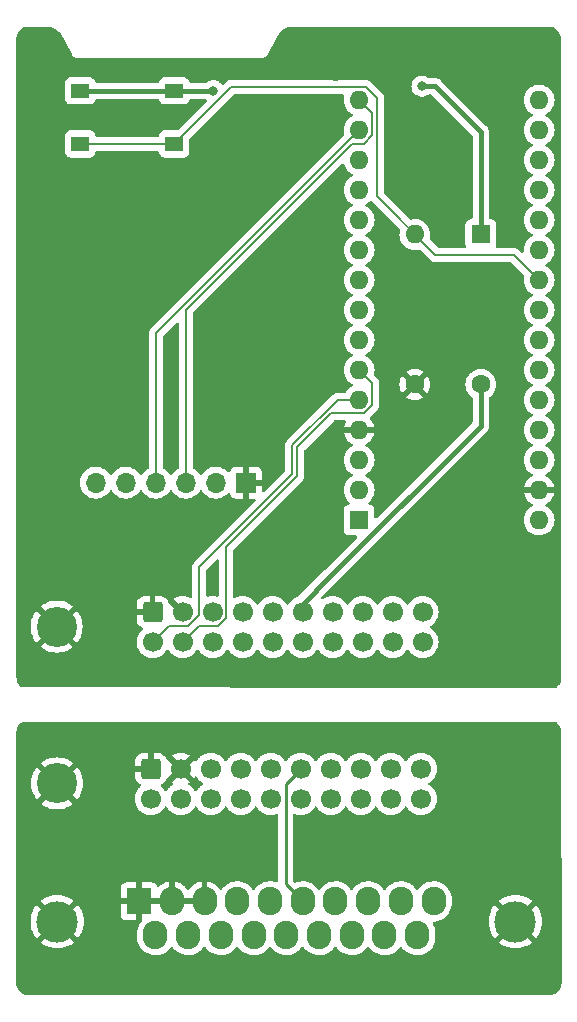
<source format=gbr>
%TF.GenerationSoftware,KiCad,Pcbnew,(7.0.0-0)*%
%TF.CreationDate,2023-09-07T02:08:45+09:00*%
%TF.ProjectId,SPSD_DIY_NANO,53505344-5f44-4495-995f-4e414e4f2e6b,rev?*%
%TF.SameCoordinates,Original*%
%TF.FileFunction,Copper,L2,Bot*%
%TF.FilePolarity,Positive*%
%FSLAX46Y46*%
G04 Gerber Fmt 4.6, Leading zero omitted, Abs format (unit mm)*
G04 Created by KiCad (PCBNEW (7.0.0-0)) date 2023-09-07 02:08:45*
%MOMM*%
%LPD*%
G01*
G04 APERTURE LIST*
G04 Aperture macros list*
%AMRoundRect*
0 Rectangle with rounded corners*
0 $1 Rounding radius*
0 $2 $3 $4 $5 $6 $7 $8 $9 X,Y pos of 4 corners*
0 Add a 4 corners polygon primitive as box body*
4,1,4,$2,$3,$4,$5,$6,$7,$8,$9,$2,$3,0*
0 Add four circle primitives for the rounded corners*
1,1,$1+$1,$2,$3*
1,1,$1+$1,$4,$5*
1,1,$1+$1,$6,$7*
1,1,$1+$1,$8,$9*
0 Add four rect primitives between the rounded corners*
20,1,$1+$1,$2,$3,$4,$5,0*
20,1,$1+$1,$4,$5,$6,$7,0*
20,1,$1+$1,$6,$7,$8,$9,0*
20,1,$1+$1,$8,$9,$2,$3,0*%
G04 Aperture macros list end*
%TA.AperFunction,ComponentPad*%
%ADD10C,3.400000*%
%TD*%
%TA.AperFunction,ComponentPad*%
%ADD11R,1.600000X1.600000*%
%TD*%
%TA.AperFunction,ComponentPad*%
%ADD12C,1.600000*%
%TD*%
%TA.AperFunction,ComponentPad*%
%ADD13O,1.600000X1.600000*%
%TD*%
%TA.AperFunction,ComponentPad*%
%ADD14R,2.100000X2.200000*%
%TD*%
%TA.AperFunction,ComponentPad*%
%ADD15O,2.100000X2.400000*%
%TD*%
%TA.AperFunction,ComponentPad*%
%ADD16C,3.500000*%
%TD*%
%TA.AperFunction,ComponentPad*%
%ADD17R,1.700000X1.700000*%
%TD*%
%TA.AperFunction,ComponentPad*%
%ADD18O,1.700000X1.700000*%
%TD*%
%TA.AperFunction,ComponentPad*%
%ADD19RoundRect,0.250000X-0.600000X0.600000X-0.600000X-0.600000X0.600000X-0.600000X0.600000X0.600000X0*%
%TD*%
%TA.AperFunction,ComponentPad*%
%ADD20C,1.700000*%
%TD*%
%TA.AperFunction,SMDPad,CuDef*%
%ADD21R,1.550000X1.300000*%
%TD*%
%TA.AperFunction,ViaPad*%
%ADD22C,0.600000*%
%TD*%
%TA.AperFunction,ViaPad*%
%ADD23C,0.800000*%
%TD*%
%TA.AperFunction,Conductor*%
%ADD24C,0.200000*%
%TD*%
%TA.AperFunction,Conductor*%
%ADD25C,0.250000*%
%TD*%
%TA.AperFunction,Conductor*%
%ADD26C,0.400000*%
%TD*%
G04 APERTURE END LIST*
D10*
%TO.P,,*%
%TO.N,GND*%
X125120000Y-116130000D03*
%TD*%
D11*
%TO.P,D1,1*%
%TO.N,+5v*%
X161035999Y-82930999D03*
D12*
%TO.P,D1,2*%
%TO.N,Pre_+5V*%
X161036000Y-95631000D03*
%TD*%
%TO.P,R1 10K,1*%
%TO.N,GND*%
X155448000Y-95631000D03*
D13*
%TO.P,R1 10K,2*%
%TO.N,EJECT_SW*%
X155447999Y-82930999D03*
%TD*%
D10*
%TO.P,REF\u002A\u002A,*%
%TO.N,GND*%
X125158000Y-129412000D03*
%TD*%
D14*
%TO.P,U1,1,1*%
%TO.N,GND*%
X132099999Y-139399999D03*
D15*
%TO.P,U1,2,2*%
X134869999Y-139399999D03*
%TO.P,U1,3,3*%
X137639999Y-139399999D03*
%TO.P,U1,4,4*%
%TO.N,/EN3.5*%
X140409999Y-139399999D03*
%TO.P,U1,5,5*%
%TO.N,N/C*%
X143179999Y-139399999D03*
%TO.P,U1,6,6*%
%TO.N,+5v*%
X145949999Y-139399999D03*
%TO.P,U1,7,7*%
%TO.N,N/C*%
X148719999Y-139399999D03*
%TO.P,U1,8,8*%
X151489999Y-139399999D03*
%TO.P,U1,9,9*%
X154259999Y-139399999D03*
%TO.P,U1,10,10*%
%TO.N,WRPROT*%
X157029999Y-139399999D03*
%TO.P,U1,11,11*%
%TO.N,PH0*%
X133484999Y-142239999D03*
%TO.P,U1,12,12*%
%TO.N,PH1*%
X136254999Y-142239999D03*
%TO.P,U1,13,13*%
%TO.N,PH2*%
X139024999Y-142239999D03*
%TO.P,U1,14,P14*%
%TO.N,PH3*%
X141794999Y-142239999D03*
%TO.P,U1,15,P15*%
%TO.N,/WREQ*%
X144564999Y-142239999D03*
%TO.P,U1,16,P16*%
%TO.N,SEL*%
X147334999Y-142239999D03*
%TO.P,U1,17,P17*%
%TO.N,DRIVE1*%
X150104999Y-142239999D03*
%TO.P,U1,18,P18*%
%TO.N,RD*%
X152874999Y-142239999D03*
%TO.P,U1,19,P19*%
%TO.N,WR*%
X155644999Y-142239999D03*
D16*
%TO.P,U1,21*%
%TO.N,GND*%
X125165000Y-141110000D03*
%TO.P,U1,22*%
X163965000Y-141110000D03*
%TD*%
D17*
%TO.P,U2,1*%
%TO.N,GND*%
X141139999Y-103939999D03*
D18*
%TO.P,U2,2*%
%TO.N,+5v*%
X138599999Y-103939999D03*
%TO.P,U2,3*%
%TO.N,MISO*%
X136059999Y-103939999D03*
%TO.P,U2,4*%
%TO.N,MOSI*%
X133519999Y-103939999D03*
%TO.P,U2,5*%
%TO.N,SCK*%
X130979999Y-103939999D03*
%TO.P,U2,6*%
%TO.N,CS*%
X128439999Y-103939999D03*
%TD*%
D19*
%TO.P,J1,1,Pin_1*%
%TO.N,GND*%
X133090000Y-128170000D03*
D20*
%TO.P,J1,2,Pin_2*%
%TO.N,PH0*%
X133090000Y-130710000D03*
%TO.P,J1,3,Pin_3*%
%TO.N,GND*%
X135630000Y-128170000D03*
%TO.P,J1,4,Pin_4*%
%TO.N,PH1*%
X135630000Y-130710000D03*
%TO.P,J1,5,Pin_5*%
%TO.N,N/C*%
X138170000Y-128170000D03*
%TO.P,J1,6,Pin_6*%
%TO.N,PH2*%
X138170000Y-130710000D03*
%TO.P,J1,7,Pin_7*%
%TO.N,/EN3.5*%
X140710000Y-128170000D03*
%TO.P,J1,8,Pin_8*%
%TO.N,PH3*%
X140710000Y-130710000D03*
%TO.P,J1,9,Pin_9*%
%TO.N,N/C*%
X143250000Y-128170000D03*
%TO.P,J1,10,Pin_10*%
%TO.N,/WREQ*%
X143250000Y-130710000D03*
%TO.P,J1,11,Pin_11*%
%TO.N,+5v*%
X145790000Y-128170000D03*
%TO.P,J1,12,Pin_12*%
%TO.N,SEL*%
X145790000Y-130710000D03*
%TO.P,J1,13,Pin_13*%
%TO.N,N/C*%
X148330000Y-128170000D03*
%TO.P,J1,14,Pin_14*%
%TO.N,DRIVE1*%
X148330000Y-130710000D03*
%TO.P,J1,15,Pin_15*%
%TO.N,N/C*%
X150870000Y-128170000D03*
%TO.P,J1,16,Pin_16*%
%TO.N,RD*%
X150870000Y-130710000D03*
%TO.P,J1,17,Pin_17*%
%TO.N,N/C*%
X153410000Y-128170000D03*
%TO.P,J1,18,Pin_18*%
%TO.N,WR*%
X153410000Y-130710000D03*
%TO.P,J1,19,Pin_19*%
%TO.N,N/C*%
X155950000Y-128170000D03*
%TO.P,J1,20,Pin_20*%
%TO.N,WRPROT*%
X155950000Y-130710000D03*
%TD*%
D21*
%TO.P,Eject SW1,1*%
%TO.N,+5v*%
X135074999Y-70769999D03*
X127124999Y-70769999D03*
%TO.P,Eject SW1,2*%
%TO.N,EJECT_SW*%
X135074999Y-75269999D03*
X127124999Y-75269999D03*
%TD*%
D19*
%TO.P,J1,1,Pin_1*%
%TO.N,GND*%
X133240000Y-114900000D03*
D20*
%TO.P,J1,2,Pin_2*%
%TO.N,PH0*%
X133240000Y-117440000D03*
%TO.P,J1,3,Pin_3*%
%TO.N,GND*%
X135780000Y-114900000D03*
%TO.P,J1,4,Pin_4*%
%TO.N,PH1*%
X135780000Y-117440000D03*
%TO.P,J1,5,Pin_5*%
%TO.N,N/C*%
X138320000Y-114900000D03*
%TO.P,J1,6,Pin_6*%
%TO.N,PH2*%
X138320000Y-117440000D03*
%TO.P,J1,7,Pin_7*%
%TO.N,N/C*%
X140860000Y-114900000D03*
%TO.P,J1,8,Pin_8*%
%TO.N,PH3*%
X140860000Y-117440000D03*
%TO.P,J1,9,Pin_9*%
%TO.N,N/C*%
X143400000Y-114900000D03*
%TO.P,J1,10,Pin_10*%
X143400000Y-117440000D03*
%TO.P,J1,11,Pin_11*%
%TO.N,Pre_+5V*%
X145940000Y-114900000D03*
%TO.P,J1,12,Pin_12*%
%TO.N,N/C*%
X145940000Y-117440000D03*
%TO.P,J1,13,Pin_13*%
X148480000Y-114900000D03*
%TO.P,J1,14,Pin_14*%
X148480000Y-117440000D03*
%TO.P,J1,15,Pin_15*%
X151020000Y-114900000D03*
%TO.P,J1,16,Pin_16*%
%TO.N,RD*%
X151020000Y-117440000D03*
%TO.P,J1,17,Pin_17*%
%TO.N,N/C*%
X153560000Y-114900000D03*
%TO.P,J1,18,Pin_18*%
%TO.N,WR*%
X153560000Y-117440000D03*
%TO.P,J1,19,Pin_19*%
%TO.N,N/C*%
X156100000Y-114900000D03*
%TO.P,J1,20,Pin_20*%
%TO.N,WRPROT*%
X156100000Y-117440000D03*
%TD*%
D11*
%TO.P,U1,1*%
%TO.N,N/C*%
X150729999Y-107109999D03*
D13*
%TO.P,U1,2*%
X150729999Y-104569999D03*
%TO.P,U1,3*%
X150729999Y-102029999D03*
%TO.P,U1,4*%
%TO.N,GND*%
X150729999Y-99489999D03*
%TO.P,U1,5*%
%TO.N,PH0*%
X150729999Y-96949999D03*
%TO.P,U1,6*%
%TO.N,PH1*%
X150729999Y-94409999D03*
%TO.P,U1,7*%
%TO.N,PH2*%
X150729999Y-91869999D03*
%TO.P,U1,8*%
%TO.N,PH3*%
X150729999Y-89329999D03*
%TO.P,U1,9*%
%TO.N,RD*%
X150729999Y-86789999D03*
%TO.P,U1,10*%
%TO.N,WR*%
X150729999Y-84249999D03*
%TO.P,U1,11*%
%TO.N,N/C*%
X150729999Y-81709999D03*
%TO.P,U1,12*%
X150729999Y-79169999D03*
%TO.P,U1,13*%
%TO.N,CS*%
X150729999Y-76629999D03*
%TO.P,U1,14*%
%TO.N,MOSI*%
X150729999Y-74089999D03*
%TO.P,U1,15*%
%TO.N,MISO*%
X150729999Y-71549999D03*
%TO.P,U1,16*%
%TO.N,SCK*%
X165969999Y-71549999D03*
%TO.P,U1,17*%
%TO.N,+3.3V*%
X165969999Y-74089999D03*
%TO.P,U1,18*%
%TO.N,N/C*%
X165969999Y-76629999D03*
%TO.P,U1,19*%
X165969999Y-79169999D03*
%TO.P,U1,20*%
X165969999Y-81709999D03*
%TO.P,U1,21*%
X165969999Y-84249999D03*
%TO.P,U1,22*%
%TO.N,EJECT_SW*%
X165969999Y-86789999D03*
%TO.P,U1,23*%
%TO.N,ACT_LED*%
X165969999Y-89329999D03*
%TO.P,U1,24*%
%TO.N,WRPROT*%
X165969999Y-91869999D03*
%TO.P,U1,25*%
%TO.N,N/C*%
X165969999Y-94409999D03*
%TO.P,U1,26*%
X165969999Y-96949999D03*
%TO.P,U1,27*%
%TO.N,+5v*%
X165969999Y-99489999D03*
%TO.P,U1,28*%
%TO.N,N/C*%
X165969999Y-102029999D03*
%TO.P,U1,29*%
%TO.N,GND*%
X165969999Y-104569999D03*
%TO.P,U1,30*%
%TO.N,N/C*%
X165969999Y-107109999D03*
%TD*%
D22*
%TO.N,GND*%
X131160000Y-141800000D03*
X166620000Y-109780000D03*
X153090000Y-71510000D03*
X137060000Y-74910000D03*
X134670000Y-132290000D03*
X137160000Y-102235000D03*
X140470000Y-132410000D03*
X150495000Y-111760000D03*
X154260000Y-137250000D03*
X137820000Y-108670000D03*
X138000000Y-137280000D03*
X154030000Y-108320000D03*
X125095000Y-69215000D03*
X126910000Y-96740000D03*
X148890000Y-71900000D03*
X139780000Y-102210000D03*
X153350000Y-98500000D03*
X129540000Y-97790000D03*
X142875000Y-102235000D03*
X138510000Y-126250000D03*
X152550000Y-81540000D03*
X151118000Y-132392000D03*
X149225000Y-83185000D03*
X137468000Y-144072000D03*
X160740000Y-126130000D03*
X157530000Y-118720000D03*
X143450000Y-113180000D03*
X148398000Y-132412000D03*
X129540000Y-102235000D03*
X162850000Y-86340000D03*
X158300000Y-137600000D03*
X130810000Y-90805000D03*
X153180000Y-74470000D03*
X164190000Y-69430000D03*
X127000000Y-102235000D03*
X140910000Y-109970000D03*
X153150000Y-77260000D03*
X145928000Y-132432000D03*
X137795000Y-69215000D03*
X164465000Y-75565000D03*
X159920000Y-98690000D03*
X163195000Y-81915000D03*
X159420000Y-83730000D03*
X132518000Y-137232000D03*
X164465000Y-103505000D03*
X147955000Y-104902000D03*
X147180000Y-118750000D03*
X143820000Y-106460000D03*
X148810000Y-69650000D03*
X134510000Y-118860000D03*
X140335000Y-90805000D03*
X137287000Y-118872000D03*
X155050000Y-79270000D03*
X147500000Y-100580000D03*
X125095000Y-74930000D03*
X158030000Y-72630000D03*
X140730000Y-137240000D03*
X134620000Y-102235000D03*
X145920000Y-137280000D03*
D23*
X165828000Y-145482000D03*
D22*
X137290000Y-132240000D03*
X147320000Y-95885000D03*
X149200000Y-89550000D03*
X161940000Y-111290000D03*
X140910000Y-113110000D03*
X157570000Y-81550000D03*
X148920000Y-74480000D03*
X142230000Y-81030000D03*
X148570000Y-79190000D03*
X156020000Y-112020000D03*
X158638000Y-141742000D03*
X143148000Y-137302000D03*
X154305000Y-103505000D03*
X137160000Y-93980000D03*
X126890000Y-73750000D03*
D23*
X165930000Y-125910000D03*
D22*
X167170000Y-90560000D03*
X139860000Y-87470000D03*
X152990000Y-69270000D03*
X135170000Y-137320000D03*
X153728000Y-132342000D03*
X143238000Y-132422000D03*
X135890000Y-72390000D03*
X132080000Y-102235000D03*
X150760000Y-124900000D03*
X146685000Y-111760000D03*
X163260000Y-132810000D03*
X145240000Y-124960000D03*
X135170000Y-95110000D03*
X157390000Y-129300000D03*
X152560000Y-84580000D03*
X138150000Y-112220000D03*
X151458000Y-144042000D03*
X148730000Y-137300000D03*
X132080000Y-96520000D03*
D23*
X123680000Y-145410000D03*
D22*
X151530000Y-137300000D03*
X162140000Y-98700000D03*
D23*
%TO.N,+5v*%
X138390000Y-70770000D03*
X156060000Y-70380000D03*
%TD*%
D24*
%TO.N,PH0*%
X148914315Y-96950000D02*
X150730000Y-96950000D01*
X137170000Y-115136346D02*
X137170000Y-111115001D01*
X145070000Y-100794315D02*
X148914315Y-96950000D01*
X133240000Y-117440000D02*
X134630000Y-116050000D01*
X145070000Y-103215000D02*
X145070000Y-100794315D01*
X137170000Y-111115001D02*
X145070000Y-103215000D01*
X136256346Y-116050000D02*
X137170000Y-115136346D01*
X134630000Y-116050000D02*
X136256346Y-116050000D01*
%TO.N,PH1*%
X135780000Y-117440000D02*
X137170000Y-116050000D01*
X145470000Y-100960001D02*
X148380001Y-98050000D01*
X151830000Y-95510000D02*
X150730000Y-94410000D01*
X137170000Y-116050000D02*
X138796346Y-116050000D01*
X139470000Y-115376346D02*
X139470000Y-109380686D01*
X151185635Y-98050000D02*
X151830000Y-97405635D01*
X139470000Y-109380686D02*
X145470000Y-103380686D01*
X151830000Y-97405635D02*
X151830000Y-95510000D01*
X138796346Y-116050000D02*
X139470000Y-115376346D01*
X148380001Y-98050000D02*
X151185635Y-98050000D01*
X145470000Y-103380686D02*
X145470000Y-100960001D01*
D25*
%TO.N,/EN3.5*%
X140640000Y-139400000D02*
X140410000Y-139400000D01*
D26*
%TO.N,+5v*%
X161036000Y-74266000D02*
X161036000Y-82931000D01*
X138390000Y-70770000D02*
X135075000Y-70770000D01*
X156060000Y-70380000D02*
X157150000Y-70380000D01*
X157150000Y-70380000D02*
X161036000Y-74266000D01*
D25*
X145790000Y-128170000D02*
X144500000Y-129460000D01*
D26*
X135075000Y-70770000D02*
X127125000Y-70770000D01*
D25*
X144500000Y-129460000D02*
X144500000Y-137950000D01*
X144500000Y-137950000D02*
X145950000Y-139400000D01*
D24*
%TO.N,MISO*%
X151830000Y-74545635D02*
X151125635Y-75250000D01*
X150730000Y-71550000D02*
X151830000Y-72650000D01*
X151125635Y-75250000D02*
X150135686Y-75250000D01*
X136060000Y-89325686D02*
X136060000Y-103940000D01*
X150135686Y-75250000D02*
X136060000Y-89325686D01*
X151830000Y-72650000D02*
X151830000Y-74545635D01*
%TO.N,MOSI*%
X150730000Y-74090000D02*
X133520000Y-91300000D01*
X133520000Y-91300000D02*
X133520000Y-103940000D01*
%TO.N,EJECT_SW*%
X152230000Y-74711320D02*
X152230000Y-71370000D01*
X150274365Y-70450000D02*
X150254365Y-70470000D01*
X151310000Y-70450000D02*
X150274365Y-70450000D01*
X139875000Y-70470000D02*
X135075000Y-75270000D01*
X152230000Y-71370000D02*
X151310000Y-70450000D01*
X135075000Y-75270000D02*
X127125000Y-75270000D01*
X150254365Y-70470000D02*
X139875000Y-70470000D01*
X165970000Y-86790000D02*
X163840000Y-84660000D01*
X157177000Y-84660000D02*
X152210000Y-79693000D01*
X152210000Y-79693000D02*
X152210000Y-74731321D01*
X163840000Y-84660000D02*
X157177000Y-84660000D01*
X152210000Y-74731321D02*
X152230000Y-74711320D01*
D26*
%TO.N,Pre_+5V*%
X145940000Y-114214390D02*
X145940000Y-114900000D01*
X148220000Y-111950000D02*
X148204390Y-111950000D01*
X148204390Y-111950000D02*
X145940000Y-114214390D01*
X161036000Y-95631000D02*
X161036000Y-99134000D01*
X161036000Y-99134000D02*
X148220000Y-111950000D01*
%TD*%
%TA.AperFunction,Conductor*%
%TO.N,GND*%
G36*
X126874590Y-124176496D02*
G01*
X126907935Y-124181093D01*
X126984335Y-124202500D01*
X127093421Y-124202500D01*
X127097658Y-124202500D01*
X127209920Y-124187070D01*
X127217705Y-124183688D01*
X127225768Y-124181429D01*
X127259331Y-124176830D01*
X127893750Y-124177381D01*
X127927095Y-124181978D01*
X128000335Y-124202500D01*
X128109421Y-124202500D01*
X128113658Y-124202500D01*
X128225920Y-124187070D01*
X128233708Y-124183686D01*
X128238626Y-124182309D01*
X128272190Y-124177710D01*
X128912912Y-124178266D01*
X128946258Y-124182864D01*
X129016335Y-124202500D01*
X129125421Y-124202500D01*
X129129658Y-124202500D01*
X129241920Y-124187070D01*
X129249705Y-124183687D01*
X129251486Y-124183189D01*
X129285051Y-124178589D01*
X129932069Y-124179152D01*
X129965415Y-124183750D01*
X130032335Y-124202500D01*
X130141421Y-124202500D01*
X130145658Y-124202500D01*
X130257920Y-124187070D01*
X130265051Y-124183972D01*
X130297910Y-124179469D01*
X130951229Y-124180037D01*
X130984574Y-124184634D01*
X131048335Y-124202500D01*
X131157421Y-124202500D01*
X131161658Y-124202500D01*
X131273920Y-124187070D01*
X131279539Y-124184629D01*
X131310770Y-124180349D01*
X167367398Y-124211669D01*
X167404629Y-124217424D01*
X167438413Y-124234094D01*
X167463720Y-124251814D01*
X167480278Y-124265708D01*
X167594292Y-124379722D01*
X167608186Y-124396280D01*
X167700672Y-124528364D01*
X167711479Y-124547083D01*
X167779620Y-124693214D01*
X167787013Y-124713524D01*
X167828748Y-124869279D01*
X167832501Y-124890566D01*
X167847032Y-125056660D01*
X167847504Y-125067350D01*
X167867494Y-146296529D01*
X167867022Y-146307453D01*
X167852501Y-146473433D01*
X167848748Y-146494720D01*
X167807013Y-146650475D01*
X167799620Y-146670785D01*
X167731479Y-146816916D01*
X167720672Y-146835635D01*
X167628186Y-146967719D01*
X167614292Y-146984277D01*
X167500277Y-147098292D01*
X167483719Y-147112186D01*
X167351635Y-147204672D01*
X167332916Y-147215479D01*
X167186785Y-147283620D01*
X167166475Y-147291013D01*
X167010720Y-147332748D01*
X166989434Y-147336501D01*
X166839759Y-147349596D01*
X166823394Y-147351028D01*
X166812588Y-147351500D01*
X122753412Y-147351500D01*
X122742605Y-147351028D01*
X122724275Y-147349424D01*
X122576565Y-147336501D01*
X122555279Y-147332748D01*
X122399524Y-147291013D01*
X122379214Y-147283620D01*
X122233083Y-147215479D01*
X122214364Y-147204672D01*
X122082280Y-147112186D01*
X122065722Y-147098292D01*
X121951707Y-146984277D01*
X121937813Y-146967719D01*
X121845327Y-146835635D01*
X121834520Y-146816916D01*
X121766379Y-146670785D01*
X121758986Y-146650475D01*
X121717251Y-146494720D01*
X121713498Y-146473433D01*
X121698973Y-146307411D01*
X121698502Y-146296571D01*
X121700116Y-142869418D01*
X123764316Y-142869418D01*
X123771749Y-142880810D01*
X123789290Y-142896194D01*
X123795728Y-142901133D01*
X124034211Y-143060483D01*
X124041225Y-143064533D01*
X124298471Y-143191392D01*
X124305961Y-143194494D01*
X124577563Y-143286692D01*
X124585391Y-143288789D01*
X124866706Y-143344746D01*
X124874728Y-143345802D01*
X125160957Y-143364563D01*
X125169043Y-143364563D01*
X125455271Y-143345802D01*
X125463293Y-143344746D01*
X125744608Y-143288789D01*
X125752436Y-143286692D01*
X126024038Y-143194494D01*
X126031528Y-143191392D01*
X126288774Y-143064533D01*
X126295788Y-143060483D01*
X126534273Y-142901132D01*
X126540707Y-142896195D01*
X126558249Y-142880810D01*
X126565682Y-142869418D01*
X126559007Y-142857560D01*
X125176542Y-141475095D01*
X125165000Y-141468431D01*
X125153457Y-141475095D01*
X123770991Y-142857560D01*
X123764316Y-142869418D01*
X121700116Y-142869418D01*
X121700943Y-141114043D01*
X122910437Y-141114043D01*
X122929197Y-141400271D01*
X122930253Y-141408293D01*
X122986210Y-141689608D01*
X122988307Y-141697436D01*
X123080505Y-141969038D01*
X123083607Y-141976528D01*
X123210466Y-142233774D01*
X123214516Y-142240788D01*
X123373866Y-142479271D01*
X123378806Y-142485709D01*
X123394188Y-142503249D01*
X123405580Y-142510682D01*
X123417437Y-142504008D01*
X124799904Y-141121542D01*
X124806568Y-141110000D01*
X125523431Y-141110000D01*
X125530095Y-141121542D01*
X126912560Y-142504007D01*
X126924418Y-142510682D01*
X126935810Y-142503249D01*
X126951195Y-142485707D01*
X126956132Y-142479273D01*
X127115483Y-142240788D01*
X127119533Y-142233774D01*
X127246392Y-141976528D01*
X127249494Y-141969038D01*
X127341692Y-141697436D01*
X127343789Y-141689608D01*
X127399746Y-141408293D01*
X127400802Y-141400271D01*
X127419563Y-141114043D01*
X127419563Y-141105957D01*
X127400802Y-140819728D01*
X127399746Y-140811706D01*
X127346599Y-140544518D01*
X130550000Y-140544518D01*
X130550353Y-140551114D01*
X130555573Y-140599667D01*
X130559111Y-140614641D01*
X130603547Y-140733777D01*
X130611962Y-140749189D01*
X130687498Y-140850092D01*
X130699907Y-140862501D01*
X130800810Y-140938037D01*
X130816222Y-140946452D01*
X130935358Y-140990888D01*
X130950332Y-140994426D01*
X130998885Y-140999646D01*
X131005482Y-141000000D01*
X131833674Y-141000000D01*
X131846549Y-140996549D01*
X131850000Y-140983674D01*
X131850000Y-139666326D01*
X131846549Y-139653450D01*
X131833674Y-139650000D01*
X130566326Y-139650000D01*
X130553450Y-139653450D01*
X130550000Y-139666326D01*
X130550000Y-140544518D01*
X127346599Y-140544518D01*
X127343789Y-140530391D01*
X127341692Y-140522563D01*
X127249494Y-140250961D01*
X127246392Y-140243471D01*
X127119533Y-139986225D01*
X127115483Y-139979211D01*
X126956133Y-139740728D01*
X126951194Y-139734290D01*
X126935810Y-139716749D01*
X126924418Y-139709316D01*
X126912560Y-139715991D01*
X125530095Y-141098457D01*
X125523431Y-141110000D01*
X124806568Y-141110000D01*
X124799904Y-141098457D01*
X123417437Y-139715990D01*
X123405581Y-139709316D01*
X123394188Y-139716750D01*
X123378801Y-139734296D01*
X123373869Y-139740723D01*
X123214516Y-139979211D01*
X123210466Y-139986225D01*
X123083607Y-140243471D01*
X123080505Y-140250961D01*
X122988307Y-140522563D01*
X122986210Y-140530391D01*
X122930253Y-140811706D01*
X122929197Y-140819728D01*
X122910437Y-141105957D01*
X122910437Y-141114043D01*
X121700943Y-141114043D01*
X121701774Y-139350581D01*
X123764316Y-139350581D01*
X123770990Y-139362437D01*
X125153457Y-140744904D01*
X125165000Y-140751568D01*
X125176542Y-140744904D01*
X126559008Y-139362437D01*
X126565682Y-139350580D01*
X126558249Y-139339188D01*
X126540709Y-139323806D01*
X126534271Y-139318866D01*
X126295788Y-139159516D01*
X126288774Y-139155466D01*
X126244584Y-139133674D01*
X130550000Y-139133674D01*
X130553450Y-139146549D01*
X130566326Y-139150000D01*
X131833674Y-139150000D01*
X131846549Y-139146549D01*
X131850000Y-139133674D01*
X132350000Y-139133674D01*
X132353450Y-139146549D01*
X132366326Y-139150000D01*
X134603674Y-139150000D01*
X134616549Y-139146549D01*
X134620000Y-139133674D01*
X135120000Y-139133674D01*
X135123450Y-139146549D01*
X135136326Y-139150000D01*
X137373674Y-139150000D01*
X137386549Y-139146549D01*
X137390000Y-139133674D01*
X137390000Y-137736567D01*
X137386158Y-137723305D01*
X137372532Y-137721090D01*
X137333917Y-137725779D01*
X137324143Y-137727775D01*
X137093377Y-137794618D01*
X137084057Y-137798152D01*
X136866996Y-137901149D01*
X136858363Y-137906134D01*
X136660630Y-138042618D01*
X136652917Y-138048915D01*
X136479633Y-138215358D01*
X136473035Y-138222806D01*
X136353597Y-138381749D01*
X136307624Y-138419285D01*
X136249473Y-138431156D01*
X136192466Y-138414644D01*
X136149662Y-138373530D01*
X136115841Y-138320046D01*
X136109852Y-138312077D01*
X135950532Y-138132242D01*
X135943342Y-138125336D01*
X135757236Y-137973386D01*
X135749036Y-137967725D01*
X135540970Y-137847598D01*
X135531954Y-137843321D01*
X135307309Y-137758124D01*
X135297745Y-137755353D01*
X135133512Y-137721825D01*
X135122434Y-137722048D01*
X135120000Y-137732857D01*
X135120000Y-139133674D01*
X134620000Y-139133674D01*
X134620000Y-137736567D01*
X134616158Y-137723305D01*
X134602532Y-137721090D01*
X134563917Y-137725779D01*
X134554143Y-137727775D01*
X134323377Y-137794618D01*
X134314057Y-137798152D01*
X134096996Y-137901149D01*
X134088363Y-137906134D01*
X133890630Y-138042618D01*
X133882917Y-138048916D01*
X133803378Y-138125314D01*
X133750613Y-138155376D01*
X133689902Y-138156778D01*
X133635805Y-138129185D01*
X133601298Y-138079214D01*
X133596452Y-138066221D01*
X133588037Y-138050810D01*
X133512501Y-137949907D01*
X133500092Y-137937498D01*
X133399189Y-137861962D01*
X133383777Y-137853547D01*
X133264641Y-137809111D01*
X133249667Y-137805573D01*
X133201114Y-137800353D01*
X133194518Y-137800000D01*
X132366326Y-137800000D01*
X132353450Y-137803450D01*
X132350000Y-137816326D01*
X132350000Y-139133674D01*
X131850000Y-139133674D01*
X131850000Y-137816326D01*
X131846549Y-137803450D01*
X131833674Y-137800000D01*
X131005482Y-137800000D01*
X130998885Y-137800353D01*
X130950332Y-137805573D01*
X130935358Y-137809111D01*
X130816222Y-137853547D01*
X130800810Y-137861962D01*
X130699907Y-137937498D01*
X130687498Y-137949907D01*
X130611962Y-138050810D01*
X130603547Y-138066222D01*
X130559111Y-138185358D01*
X130555573Y-138200332D01*
X130550353Y-138248885D01*
X130550000Y-138255482D01*
X130550000Y-139133674D01*
X126244584Y-139133674D01*
X126031528Y-139028607D01*
X126024038Y-139025505D01*
X125752436Y-138933307D01*
X125744608Y-138931210D01*
X125463293Y-138875253D01*
X125455271Y-138874197D01*
X125169043Y-138855437D01*
X125160957Y-138855437D01*
X124874728Y-138874197D01*
X124866706Y-138875253D01*
X124585391Y-138931210D01*
X124577563Y-138933307D01*
X124305961Y-139025505D01*
X124298471Y-139028607D01*
X124041225Y-139155466D01*
X124034211Y-139159516D01*
X123795723Y-139318869D01*
X123789296Y-139323801D01*
X123771750Y-139339188D01*
X123764316Y-139350581D01*
X121701774Y-139350581D01*
X121705643Y-131135987D01*
X123792748Y-131135987D01*
X123800181Y-131147379D01*
X123812800Y-131158445D01*
X123819231Y-131163379D01*
X124052265Y-131319089D01*
X124059280Y-131323139D01*
X124310648Y-131447100D01*
X124318137Y-131450201D01*
X124583521Y-131540287D01*
X124591368Y-131542390D01*
X124866243Y-131597065D01*
X124874279Y-131598123D01*
X125153942Y-131616454D01*
X125162058Y-131616454D01*
X125441720Y-131598123D01*
X125449756Y-131597065D01*
X125724631Y-131542390D01*
X125732478Y-131540287D01*
X125997862Y-131450201D01*
X126005351Y-131447100D01*
X126256719Y-131323139D01*
X126263734Y-131319089D01*
X126496769Y-131163379D01*
X126503203Y-131158442D01*
X126515817Y-131147379D01*
X126523250Y-131135987D01*
X126516575Y-131124129D01*
X125169542Y-129777095D01*
X125158000Y-129770431D01*
X125146457Y-129777095D01*
X123799422Y-131124130D01*
X123792748Y-131135987D01*
X121705643Y-131135987D01*
X121706453Y-129416058D01*
X122953546Y-129416058D01*
X122971876Y-129695720D01*
X122972934Y-129703756D01*
X123027609Y-129978631D01*
X123029712Y-129986478D01*
X123119798Y-130251862D01*
X123122899Y-130259351D01*
X123246860Y-130510719D01*
X123250910Y-130517734D01*
X123406618Y-130750766D01*
X123411559Y-130757205D01*
X123422617Y-130769815D01*
X123434012Y-130777250D01*
X123445868Y-130770576D01*
X124792903Y-129423542D01*
X124799567Y-129412000D01*
X125516431Y-129412000D01*
X125523095Y-129423542D01*
X126870129Y-130770575D01*
X126881987Y-130777250D01*
X126893379Y-130769817D01*
X126904442Y-130757203D01*
X126909379Y-130750769D01*
X126936620Y-130710000D01*
X131734341Y-130710000D01*
X131754937Y-130945408D01*
X131756336Y-130950630D01*
X131756337Y-130950634D01*
X131814694Y-131168430D01*
X131814697Y-131168438D01*
X131816097Y-131173663D01*
X131818385Y-131178570D01*
X131818386Y-131178572D01*
X131913678Y-131382927D01*
X131913681Y-131382933D01*
X131915965Y-131387830D01*
X131919064Y-131392257D01*
X131919066Y-131392259D01*
X132048399Y-131576966D01*
X132048402Y-131576970D01*
X132051505Y-131581401D01*
X132218599Y-131748495D01*
X132412170Y-131884035D01*
X132626337Y-131983903D01*
X132854592Y-132045063D01*
X133090000Y-132065659D01*
X133325408Y-132045063D01*
X133553663Y-131983903D01*
X133767830Y-131884035D01*
X133961401Y-131748495D01*
X134128495Y-131581401D01*
X134258424Y-131395842D01*
X134302743Y-131356976D01*
X134360000Y-131342965D01*
X134417257Y-131356976D01*
X134461575Y-131395842D01*
X134588395Y-131576961D01*
X134588401Y-131576968D01*
X134591505Y-131581401D01*
X134758599Y-131748495D01*
X134952170Y-131884035D01*
X135166337Y-131983903D01*
X135394592Y-132045063D01*
X135630000Y-132065659D01*
X135865408Y-132045063D01*
X136093663Y-131983903D01*
X136307830Y-131884035D01*
X136501401Y-131748495D01*
X136668495Y-131581401D01*
X136798424Y-131395842D01*
X136842743Y-131356976D01*
X136900000Y-131342965D01*
X136957257Y-131356976D01*
X137001575Y-131395842D01*
X137128395Y-131576961D01*
X137128401Y-131576968D01*
X137131505Y-131581401D01*
X137298599Y-131748495D01*
X137492170Y-131884035D01*
X137706337Y-131983903D01*
X137934592Y-132045063D01*
X138170000Y-132065659D01*
X138405408Y-132045063D01*
X138633663Y-131983903D01*
X138847830Y-131884035D01*
X139041401Y-131748495D01*
X139208495Y-131581401D01*
X139338424Y-131395842D01*
X139382743Y-131356976D01*
X139440000Y-131342965D01*
X139497257Y-131356976D01*
X139541575Y-131395842D01*
X139668395Y-131576961D01*
X139668401Y-131576968D01*
X139671505Y-131581401D01*
X139838599Y-131748495D01*
X140032170Y-131884035D01*
X140246337Y-131983903D01*
X140474592Y-132045063D01*
X140710000Y-132065659D01*
X140945408Y-132045063D01*
X141173663Y-131983903D01*
X141387830Y-131884035D01*
X141581401Y-131748495D01*
X141748495Y-131581401D01*
X141878424Y-131395842D01*
X141922743Y-131356976D01*
X141980000Y-131342965D01*
X142037257Y-131356976D01*
X142081575Y-131395842D01*
X142208395Y-131576961D01*
X142208401Y-131576968D01*
X142211505Y-131581401D01*
X142378599Y-131748495D01*
X142572170Y-131884035D01*
X142786337Y-131983903D01*
X143014592Y-132045063D01*
X143250000Y-132065659D01*
X143485408Y-132045063D01*
X143713663Y-131983903D01*
X143713901Y-131984794D01*
X143766680Y-131979011D01*
X143821620Y-132000374D01*
X143860488Y-132044693D01*
X143874500Y-132101951D01*
X143874500Y-137675484D01*
X143860297Y-137733110D01*
X143820940Y-137777534D01*
X143765447Y-137798580D01*
X143706529Y-137791426D01*
X143617450Y-137757643D01*
X143617448Y-137757642D01*
X143612780Y-137755872D01*
X143607892Y-137754874D01*
X143607885Y-137754872D01*
X143372395Y-137706797D01*
X143372391Y-137706796D01*
X143367500Y-137705798D01*
X143362513Y-137705597D01*
X143362505Y-137705596D01*
X143122367Y-137695919D01*
X143122359Y-137695919D01*
X143117365Y-137695718D01*
X143112399Y-137696320D01*
X143112398Y-137696321D01*
X142908407Y-137721090D01*
X142868851Y-137725893D01*
X142864050Y-137727283D01*
X142864043Y-137727285D01*
X142633199Y-137794149D01*
X142633189Y-137794152D01*
X142628396Y-137795541D01*
X142623893Y-137797677D01*
X142623879Y-137797683D01*
X142406745Y-137900715D01*
X142406738Y-137900718D01*
X142402228Y-137902859D01*
X142398121Y-137905693D01*
X142398112Y-137905699D01*
X142200313Y-138042230D01*
X142200304Y-138042236D01*
X142196203Y-138045068D01*
X142192612Y-138048517D01*
X142192600Y-138048527D01*
X142019258Y-138215026D01*
X142019251Y-138215033D01*
X142015659Y-138218484D01*
X142012664Y-138222468D01*
X142012660Y-138222474D01*
X141893632Y-138380871D01*
X141847659Y-138418407D01*
X141789508Y-138430278D01*
X141732502Y-138413766D01*
X141689698Y-138372654D01*
X141653568Y-138315519D01*
X141487563Y-138128138D01*
X141382821Y-138042618D01*
X141297517Y-137972969D01*
X141297514Y-137972967D01*
X141293650Y-137969812D01*
X141076850Y-137844643D01*
X141022690Y-137824103D01*
X140847450Y-137757643D01*
X140847448Y-137757642D01*
X140842780Y-137755872D01*
X140837892Y-137754874D01*
X140837885Y-137754872D01*
X140602395Y-137706797D01*
X140602391Y-137706796D01*
X140597500Y-137705798D01*
X140592513Y-137705597D01*
X140592505Y-137705596D01*
X140352367Y-137695919D01*
X140352359Y-137695919D01*
X140347365Y-137695718D01*
X140342399Y-137696320D01*
X140342398Y-137696321D01*
X140138407Y-137721090D01*
X140098851Y-137725893D01*
X140094050Y-137727283D01*
X140094043Y-137727285D01*
X139863199Y-137794149D01*
X139863189Y-137794152D01*
X139858396Y-137795541D01*
X139853893Y-137797677D01*
X139853879Y-137797683D01*
X139636745Y-137900715D01*
X139636738Y-137900718D01*
X139632228Y-137902859D01*
X139628121Y-137905693D01*
X139628112Y-137905699D01*
X139430313Y-138042230D01*
X139430304Y-138042236D01*
X139426203Y-138045068D01*
X139422612Y-138048517D01*
X139422600Y-138048527D01*
X139249258Y-138215026D01*
X139249251Y-138215033D01*
X139245659Y-138218484D01*
X139242664Y-138222468D01*
X139242660Y-138222474D01*
X139123312Y-138381297D01*
X139077339Y-138418833D01*
X139019188Y-138430704D01*
X138962182Y-138414192D01*
X138919378Y-138373080D01*
X138885839Y-138320044D01*
X138879852Y-138312077D01*
X138720532Y-138132242D01*
X138713342Y-138125336D01*
X138527236Y-137973386D01*
X138519036Y-137967725D01*
X138310970Y-137847598D01*
X138301954Y-137843321D01*
X138077309Y-137758124D01*
X138067745Y-137755353D01*
X137903512Y-137721825D01*
X137892434Y-137722048D01*
X137890000Y-137732857D01*
X137890000Y-139526000D01*
X137873387Y-139588000D01*
X137828000Y-139633387D01*
X137766000Y-139650000D01*
X132366326Y-139650000D01*
X132353450Y-139653450D01*
X132350000Y-139666326D01*
X132350000Y-140978944D01*
X132341942Y-141022914D01*
X132320508Y-141058371D01*
X132320659Y-141058484D01*
X132319542Y-141059969D01*
X132319537Y-141059976D01*
X132317658Y-141062476D01*
X132317654Y-141062482D01*
X132239934Y-141165909D01*
X132170270Y-141258615D01*
X132167952Y-141263030D01*
X132167944Y-141263044D01*
X132056252Y-141475855D01*
X132056248Y-141475864D01*
X132053931Y-141480279D01*
X132052354Y-141485002D01*
X132052350Y-141485012D01*
X131976238Y-141712995D01*
X131976234Y-141713007D01*
X131974657Y-141717734D01*
X131973856Y-141722657D01*
X131973854Y-141722669D01*
X131953901Y-141845449D01*
X131934500Y-141964831D01*
X131934500Y-142452481D01*
X131934698Y-142454936D01*
X131934699Y-142454956D01*
X131939959Y-142520105D01*
X131949600Y-142639527D01*
X132009510Y-142882591D01*
X132011464Y-142887177D01*
X132011467Y-142887186D01*
X132087028Y-143064533D01*
X132107634Y-143112897D01*
X132176238Y-143221385D01*
X132218861Y-143288789D01*
X132241432Y-143324481D01*
X132407437Y-143511862D01*
X132601350Y-143670188D01*
X132818150Y-143795357D01*
X133052220Y-143884128D01*
X133297500Y-143934202D01*
X133547635Y-143944282D01*
X133796149Y-143914107D01*
X134036604Y-143844459D01*
X134262772Y-143737141D01*
X134468797Y-143594932D01*
X134649341Y-143421516D01*
X134771369Y-143259126D01*
X134817340Y-143221592D01*
X134875490Y-143209721D01*
X134932497Y-143226232D01*
X134975301Y-143267345D01*
X135011432Y-143324481D01*
X135177437Y-143511862D01*
X135371350Y-143670188D01*
X135588150Y-143795357D01*
X135822220Y-143884128D01*
X136067500Y-143934202D01*
X136317635Y-143944282D01*
X136566149Y-143914107D01*
X136806604Y-143844459D01*
X137032772Y-143737141D01*
X137238797Y-143594932D01*
X137419341Y-143421516D01*
X137541369Y-143259126D01*
X137587340Y-143221592D01*
X137645490Y-143209721D01*
X137702497Y-143226232D01*
X137745301Y-143267345D01*
X137781432Y-143324481D01*
X137947437Y-143511862D01*
X138141350Y-143670188D01*
X138358150Y-143795357D01*
X138592220Y-143884128D01*
X138837500Y-143934202D01*
X139087635Y-143944282D01*
X139336149Y-143914107D01*
X139576604Y-143844459D01*
X139802772Y-143737141D01*
X140008797Y-143594932D01*
X140189341Y-143421516D01*
X140311369Y-143259126D01*
X140357340Y-143221592D01*
X140415490Y-143209721D01*
X140472497Y-143226232D01*
X140515301Y-143267345D01*
X140551432Y-143324481D01*
X140717437Y-143511862D01*
X140911350Y-143670188D01*
X141128150Y-143795357D01*
X141362220Y-143884128D01*
X141607500Y-143934202D01*
X141857635Y-143944282D01*
X142106149Y-143914107D01*
X142346604Y-143844459D01*
X142572772Y-143737141D01*
X142778797Y-143594932D01*
X142959341Y-143421516D01*
X143081369Y-143259126D01*
X143127340Y-143221592D01*
X143185490Y-143209721D01*
X143242497Y-143226232D01*
X143285301Y-143267345D01*
X143321432Y-143324481D01*
X143487437Y-143511862D01*
X143681350Y-143670188D01*
X143898150Y-143795357D01*
X144132220Y-143884128D01*
X144377500Y-143934202D01*
X144627635Y-143944282D01*
X144876149Y-143914107D01*
X145116604Y-143844459D01*
X145342772Y-143737141D01*
X145548797Y-143594932D01*
X145729341Y-143421516D01*
X145851369Y-143259126D01*
X145897340Y-143221592D01*
X145955490Y-143209721D01*
X146012497Y-143226232D01*
X146055301Y-143267345D01*
X146091432Y-143324481D01*
X146257437Y-143511862D01*
X146451350Y-143670188D01*
X146668150Y-143795357D01*
X146902220Y-143884128D01*
X147147500Y-143934202D01*
X147397635Y-143944282D01*
X147646149Y-143914107D01*
X147886604Y-143844459D01*
X148112772Y-143737141D01*
X148318797Y-143594932D01*
X148499341Y-143421516D01*
X148621369Y-143259126D01*
X148667340Y-143221592D01*
X148725490Y-143209721D01*
X148782497Y-143226232D01*
X148825301Y-143267345D01*
X148861432Y-143324481D01*
X149027437Y-143511862D01*
X149221350Y-143670188D01*
X149438150Y-143795357D01*
X149672220Y-143884128D01*
X149917500Y-143934202D01*
X150167635Y-143944282D01*
X150416149Y-143914107D01*
X150656604Y-143844459D01*
X150882772Y-143737141D01*
X151088797Y-143594932D01*
X151269341Y-143421516D01*
X151391369Y-143259126D01*
X151437340Y-143221592D01*
X151495490Y-143209721D01*
X151552497Y-143226232D01*
X151595301Y-143267345D01*
X151631432Y-143324481D01*
X151797437Y-143511862D01*
X151991350Y-143670188D01*
X152208150Y-143795357D01*
X152442220Y-143884128D01*
X152687500Y-143934202D01*
X152937635Y-143944282D01*
X153186149Y-143914107D01*
X153426604Y-143844459D01*
X153652772Y-143737141D01*
X153858797Y-143594932D01*
X154039341Y-143421516D01*
X154161369Y-143259126D01*
X154207340Y-143221592D01*
X154265490Y-143209721D01*
X154322497Y-143226232D01*
X154365301Y-143267345D01*
X154401432Y-143324481D01*
X154567437Y-143511862D01*
X154761350Y-143670188D01*
X154978150Y-143795357D01*
X155212220Y-143884128D01*
X155457500Y-143934202D01*
X155707635Y-143944282D01*
X155956149Y-143914107D01*
X156196604Y-143844459D01*
X156422772Y-143737141D01*
X156628797Y-143594932D01*
X156809341Y-143421516D01*
X156959730Y-143221385D01*
X157076069Y-142999721D01*
X157119570Y-142869418D01*
X162564316Y-142869418D01*
X162571749Y-142880810D01*
X162589290Y-142896194D01*
X162595728Y-142901133D01*
X162834211Y-143060483D01*
X162841225Y-143064533D01*
X163098471Y-143191392D01*
X163105961Y-143194494D01*
X163377563Y-143286692D01*
X163385391Y-143288789D01*
X163666706Y-143344746D01*
X163674728Y-143345802D01*
X163960957Y-143364563D01*
X163969043Y-143364563D01*
X164255271Y-143345802D01*
X164263293Y-143344746D01*
X164544608Y-143288789D01*
X164552436Y-143286692D01*
X164824038Y-143194494D01*
X164831528Y-143191392D01*
X165088774Y-143064533D01*
X165095788Y-143060483D01*
X165334273Y-142901132D01*
X165340707Y-142896195D01*
X165358249Y-142880810D01*
X165365682Y-142869418D01*
X165359007Y-142857560D01*
X163976542Y-141475095D01*
X163965000Y-141468431D01*
X163953457Y-141475095D01*
X162570991Y-142857560D01*
X162564316Y-142869418D01*
X157119570Y-142869418D01*
X157155343Y-142762266D01*
X157195500Y-142515169D01*
X157195500Y-142027519D01*
X157180400Y-141840473D01*
X157120490Y-141597409D01*
X157022366Y-141367103D01*
X156976256Y-141294186D01*
X156957086Y-141230408D01*
X156973678Y-141165909D01*
X157021246Y-141119296D01*
X157043530Y-141114043D01*
X161710437Y-141114043D01*
X161729197Y-141400271D01*
X161730253Y-141408293D01*
X161786210Y-141689608D01*
X161788307Y-141697436D01*
X161880505Y-141969038D01*
X161883607Y-141976528D01*
X162010466Y-142233774D01*
X162014516Y-142240788D01*
X162173866Y-142479271D01*
X162178806Y-142485709D01*
X162194188Y-142503249D01*
X162205580Y-142510682D01*
X162217437Y-142504008D01*
X163599904Y-141121542D01*
X163606568Y-141110000D01*
X164323431Y-141110000D01*
X164330095Y-141121542D01*
X165712560Y-142504007D01*
X165724418Y-142510682D01*
X165735810Y-142503249D01*
X165751195Y-142485707D01*
X165756132Y-142479273D01*
X165915483Y-142240788D01*
X165919533Y-142233774D01*
X166046392Y-141976528D01*
X166049494Y-141969038D01*
X166141692Y-141697436D01*
X166143789Y-141689608D01*
X166199746Y-141408293D01*
X166200802Y-141400271D01*
X166219563Y-141114043D01*
X166219563Y-141105957D01*
X166200802Y-140819728D01*
X166199746Y-140811706D01*
X166143789Y-140530391D01*
X166141692Y-140522563D01*
X166049494Y-140250961D01*
X166046392Y-140243471D01*
X165919533Y-139986225D01*
X165915483Y-139979211D01*
X165756133Y-139740728D01*
X165751194Y-139734290D01*
X165735810Y-139716749D01*
X165724418Y-139709316D01*
X165712560Y-139715991D01*
X164330095Y-141098457D01*
X164323431Y-141110000D01*
X163606568Y-141110000D01*
X163599904Y-141098457D01*
X162217437Y-139715990D01*
X162205581Y-139709316D01*
X162194188Y-139716750D01*
X162178801Y-139734296D01*
X162173869Y-139740723D01*
X162014516Y-139979211D01*
X162010466Y-139986225D01*
X161883607Y-140243471D01*
X161880505Y-140250961D01*
X161788307Y-140522563D01*
X161786210Y-140530391D01*
X161730253Y-140811706D01*
X161729197Y-140819728D01*
X161710437Y-141105957D01*
X161710437Y-141114043D01*
X157043530Y-141114043D01*
X157082673Y-141104816D01*
X157082652Y-141104281D01*
X157085417Y-141104169D01*
X157086063Y-141104017D01*
X157092635Y-141104282D01*
X157341149Y-141074107D01*
X157581604Y-141004459D01*
X157807772Y-140897141D01*
X158013797Y-140754932D01*
X158194341Y-140581516D01*
X158344730Y-140381385D01*
X158461069Y-140159721D01*
X158540343Y-139922266D01*
X158580500Y-139675169D01*
X158580500Y-139350581D01*
X162564316Y-139350581D01*
X162570990Y-139362437D01*
X163953457Y-140744904D01*
X163965000Y-140751568D01*
X163976542Y-140744904D01*
X165359008Y-139362437D01*
X165365682Y-139350580D01*
X165358249Y-139339188D01*
X165340709Y-139323806D01*
X165334271Y-139318866D01*
X165095788Y-139159516D01*
X165088774Y-139155466D01*
X164831528Y-139028607D01*
X164824038Y-139025505D01*
X164552436Y-138933307D01*
X164544608Y-138931210D01*
X164263293Y-138875253D01*
X164255271Y-138874197D01*
X163969043Y-138855437D01*
X163960957Y-138855437D01*
X163674728Y-138874197D01*
X163666706Y-138875253D01*
X163385391Y-138931210D01*
X163377563Y-138933307D01*
X163105961Y-139025505D01*
X163098471Y-139028607D01*
X162841225Y-139155466D01*
X162834211Y-139159516D01*
X162595723Y-139318869D01*
X162589296Y-139323801D01*
X162571750Y-139339188D01*
X162564316Y-139350581D01*
X158580500Y-139350581D01*
X158580500Y-139187519D01*
X158565400Y-139000473D01*
X158505490Y-138757409D01*
X158407366Y-138527103D01*
X158273568Y-138315519D01*
X158107563Y-138128138D01*
X158002821Y-138042618D01*
X157917517Y-137972969D01*
X157917514Y-137972967D01*
X157913650Y-137969812D01*
X157696850Y-137844643D01*
X157642690Y-137824103D01*
X157467450Y-137757643D01*
X157467448Y-137757642D01*
X157462780Y-137755872D01*
X157457892Y-137754874D01*
X157457885Y-137754872D01*
X157222395Y-137706797D01*
X157222391Y-137706796D01*
X157217500Y-137705798D01*
X157212513Y-137705597D01*
X157212505Y-137705596D01*
X156972367Y-137695919D01*
X156972359Y-137695919D01*
X156967365Y-137695718D01*
X156962399Y-137696320D01*
X156962398Y-137696321D01*
X156758407Y-137721090D01*
X156718851Y-137725893D01*
X156714050Y-137727283D01*
X156714043Y-137727285D01*
X156483199Y-137794149D01*
X156483189Y-137794152D01*
X156478396Y-137795541D01*
X156473893Y-137797677D01*
X156473879Y-137797683D01*
X156256745Y-137900715D01*
X156256738Y-137900718D01*
X156252228Y-137902859D01*
X156248121Y-137905693D01*
X156248112Y-137905699D01*
X156050313Y-138042230D01*
X156050304Y-138042236D01*
X156046203Y-138045068D01*
X156042612Y-138048517D01*
X156042600Y-138048527D01*
X155869258Y-138215026D01*
X155869251Y-138215033D01*
X155865659Y-138218484D01*
X155862664Y-138222468D01*
X155862660Y-138222474D01*
X155743632Y-138380871D01*
X155697659Y-138418407D01*
X155639508Y-138430278D01*
X155582502Y-138413766D01*
X155539698Y-138372654D01*
X155503568Y-138315519D01*
X155337563Y-138128138D01*
X155232821Y-138042618D01*
X155147517Y-137972969D01*
X155147514Y-137972967D01*
X155143650Y-137969812D01*
X154926850Y-137844643D01*
X154872690Y-137824103D01*
X154697450Y-137757643D01*
X154697448Y-137757642D01*
X154692780Y-137755872D01*
X154687892Y-137754874D01*
X154687885Y-137754872D01*
X154452395Y-137706797D01*
X154452391Y-137706796D01*
X154447500Y-137705798D01*
X154442513Y-137705597D01*
X154442505Y-137705596D01*
X154202367Y-137695919D01*
X154202359Y-137695919D01*
X154197365Y-137695718D01*
X154192399Y-137696320D01*
X154192398Y-137696321D01*
X153988407Y-137721090D01*
X153948851Y-137725893D01*
X153944050Y-137727283D01*
X153944043Y-137727285D01*
X153713199Y-137794149D01*
X153713189Y-137794152D01*
X153708396Y-137795541D01*
X153703893Y-137797677D01*
X153703879Y-137797683D01*
X153486745Y-137900715D01*
X153486738Y-137900718D01*
X153482228Y-137902859D01*
X153478121Y-137905693D01*
X153478112Y-137905699D01*
X153280313Y-138042230D01*
X153280304Y-138042236D01*
X153276203Y-138045068D01*
X153272612Y-138048517D01*
X153272600Y-138048527D01*
X153099258Y-138215026D01*
X153099251Y-138215033D01*
X153095659Y-138218484D01*
X153092664Y-138222468D01*
X153092660Y-138222474D01*
X152973632Y-138380871D01*
X152927659Y-138418407D01*
X152869508Y-138430278D01*
X152812502Y-138413766D01*
X152769698Y-138372654D01*
X152733568Y-138315519D01*
X152567563Y-138128138D01*
X152462821Y-138042618D01*
X152377517Y-137972969D01*
X152377514Y-137972967D01*
X152373650Y-137969812D01*
X152156850Y-137844643D01*
X152102690Y-137824103D01*
X151927450Y-137757643D01*
X151927448Y-137757642D01*
X151922780Y-137755872D01*
X151917892Y-137754874D01*
X151917885Y-137754872D01*
X151682395Y-137706797D01*
X151682391Y-137706796D01*
X151677500Y-137705798D01*
X151672513Y-137705597D01*
X151672505Y-137705596D01*
X151432367Y-137695919D01*
X151432359Y-137695919D01*
X151427365Y-137695718D01*
X151422399Y-137696320D01*
X151422398Y-137696321D01*
X151218407Y-137721090D01*
X151178851Y-137725893D01*
X151174050Y-137727283D01*
X151174043Y-137727285D01*
X150943199Y-137794149D01*
X150943189Y-137794152D01*
X150938396Y-137795541D01*
X150933893Y-137797677D01*
X150933879Y-137797683D01*
X150716745Y-137900715D01*
X150716738Y-137900718D01*
X150712228Y-137902859D01*
X150708121Y-137905693D01*
X150708112Y-137905699D01*
X150510313Y-138042230D01*
X150510304Y-138042236D01*
X150506203Y-138045068D01*
X150502612Y-138048517D01*
X150502600Y-138048527D01*
X150329258Y-138215026D01*
X150329251Y-138215033D01*
X150325659Y-138218484D01*
X150322664Y-138222468D01*
X150322660Y-138222474D01*
X150203632Y-138380871D01*
X150157659Y-138418407D01*
X150099508Y-138430278D01*
X150042502Y-138413766D01*
X149999698Y-138372654D01*
X149963568Y-138315519D01*
X149797563Y-138128138D01*
X149692821Y-138042618D01*
X149607517Y-137972969D01*
X149607514Y-137972967D01*
X149603650Y-137969812D01*
X149386850Y-137844643D01*
X149332690Y-137824103D01*
X149157450Y-137757643D01*
X149157448Y-137757642D01*
X149152780Y-137755872D01*
X149147892Y-137754874D01*
X149147885Y-137754872D01*
X148912395Y-137706797D01*
X148912391Y-137706796D01*
X148907500Y-137705798D01*
X148902513Y-137705597D01*
X148902505Y-137705596D01*
X148662367Y-137695919D01*
X148662359Y-137695919D01*
X148657365Y-137695718D01*
X148652399Y-137696320D01*
X148652398Y-137696321D01*
X148448407Y-137721090D01*
X148408851Y-137725893D01*
X148404050Y-137727283D01*
X148404043Y-137727285D01*
X148173199Y-137794149D01*
X148173189Y-137794152D01*
X148168396Y-137795541D01*
X148163893Y-137797677D01*
X148163879Y-137797683D01*
X147946745Y-137900715D01*
X147946738Y-137900718D01*
X147942228Y-137902859D01*
X147938121Y-137905693D01*
X147938112Y-137905699D01*
X147740313Y-138042230D01*
X147740304Y-138042236D01*
X147736203Y-138045068D01*
X147732612Y-138048517D01*
X147732600Y-138048527D01*
X147559258Y-138215026D01*
X147559251Y-138215033D01*
X147555659Y-138218484D01*
X147552664Y-138222468D01*
X147552660Y-138222474D01*
X147433632Y-138380871D01*
X147387659Y-138418407D01*
X147329508Y-138430278D01*
X147272502Y-138413766D01*
X147229698Y-138372654D01*
X147193568Y-138315519D01*
X147027563Y-138128138D01*
X146922821Y-138042618D01*
X146837517Y-137972969D01*
X146837514Y-137972967D01*
X146833650Y-137969812D01*
X146616850Y-137844643D01*
X146562690Y-137824103D01*
X146387450Y-137757643D01*
X146387448Y-137757642D01*
X146382780Y-137755872D01*
X146377892Y-137754874D01*
X146377885Y-137754872D01*
X146142395Y-137706797D01*
X146142391Y-137706796D01*
X146137500Y-137705798D01*
X146132513Y-137705597D01*
X146132505Y-137705596D01*
X145892367Y-137695919D01*
X145892359Y-137695919D01*
X145887365Y-137695718D01*
X145882399Y-137696320D01*
X145882398Y-137696321D01*
X145678407Y-137721090D01*
X145638851Y-137725893D01*
X145634050Y-137727283D01*
X145634043Y-137727285D01*
X145403197Y-137794150D01*
X145403192Y-137794151D01*
X145398396Y-137795541D01*
X145393885Y-137797681D01*
X145393873Y-137797686D01*
X145363280Y-137812202D01*
X145314285Y-137824103D01*
X145264601Y-137815514D01*
X145222445Y-137787854D01*
X145161819Y-137727228D01*
X145134939Y-137687000D01*
X145125500Y-137639547D01*
X145125500Y-132084892D01*
X145140786Y-132025249D01*
X145182875Y-131980311D01*
X145241391Y-131961157D01*
X145301904Y-131972509D01*
X145326337Y-131983903D01*
X145554592Y-132045063D01*
X145790000Y-132065659D01*
X146025408Y-132045063D01*
X146253663Y-131983903D01*
X146467830Y-131884035D01*
X146661401Y-131748495D01*
X146828495Y-131581401D01*
X146958424Y-131395842D01*
X147002743Y-131356976D01*
X147060000Y-131342965D01*
X147117257Y-131356976D01*
X147161575Y-131395842D01*
X147288395Y-131576961D01*
X147288401Y-131576968D01*
X147291505Y-131581401D01*
X147458599Y-131748495D01*
X147652170Y-131884035D01*
X147866337Y-131983903D01*
X148094592Y-132045063D01*
X148330000Y-132065659D01*
X148565408Y-132045063D01*
X148793663Y-131983903D01*
X149007830Y-131884035D01*
X149201401Y-131748495D01*
X149368495Y-131581401D01*
X149498424Y-131395842D01*
X149542743Y-131356976D01*
X149600000Y-131342965D01*
X149657257Y-131356976D01*
X149701575Y-131395842D01*
X149828395Y-131576961D01*
X149828401Y-131576968D01*
X149831505Y-131581401D01*
X149998599Y-131748495D01*
X150192170Y-131884035D01*
X150406337Y-131983903D01*
X150634592Y-132045063D01*
X150870000Y-132065659D01*
X151105408Y-132045063D01*
X151333663Y-131983903D01*
X151547830Y-131884035D01*
X151741401Y-131748495D01*
X151908495Y-131581401D01*
X152038424Y-131395842D01*
X152082743Y-131356976D01*
X152140000Y-131342965D01*
X152197257Y-131356976D01*
X152241575Y-131395842D01*
X152368395Y-131576961D01*
X152368401Y-131576968D01*
X152371505Y-131581401D01*
X152538599Y-131748495D01*
X152732170Y-131884035D01*
X152946337Y-131983903D01*
X153174592Y-132045063D01*
X153410000Y-132065659D01*
X153645408Y-132045063D01*
X153873663Y-131983903D01*
X154087830Y-131884035D01*
X154281401Y-131748495D01*
X154448495Y-131581401D01*
X154578424Y-131395842D01*
X154622743Y-131356976D01*
X154680000Y-131342965D01*
X154737257Y-131356976D01*
X154781575Y-131395842D01*
X154908395Y-131576961D01*
X154908401Y-131576968D01*
X154911505Y-131581401D01*
X155078599Y-131748495D01*
X155272170Y-131884035D01*
X155486337Y-131983903D01*
X155714592Y-132045063D01*
X155950000Y-132065659D01*
X156185408Y-132045063D01*
X156413663Y-131983903D01*
X156627830Y-131884035D01*
X156821401Y-131748495D01*
X156988495Y-131581401D01*
X157124035Y-131387830D01*
X157223903Y-131173663D01*
X157285063Y-130945408D01*
X157305659Y-130710000D01*
X157285063Y-130474592D01*
X157227390Y-130259351D01*
X157225305Y-130251569D01*
X157225304Y-130251567D01*
X157223903Y-130246337D01*
X157124035Y-130032171D01*
X156988495Y-129838599D01*
X156821401Y-129671505D01*
X156816970Y-129668402D01*
X156816966Y-129668399D01*
X156635841Y-129541574D01*
X156596976Y-129497256D01*
X156582965Y-129439999D01*
X156596976Y-129382742D01*
X156635839Y-129338426D01*
X156821401Y-129208495D01*
X156988495Y-129041401D01*
X157124035Y-128847830D01*
X157223903Y-128633663D01*
X157285063Y-128405408D01*
X157305659Y-128170000D01*
X157285063Y-127934592D01*
X157223903Y-127706337D01*
X157124035Y-127492171D01*
X156988495Y-127298599D01*
X156821401Y-127131505D01*
X156816970Y-127128402D01*
X156816966Y-127128399D01*
X156632259Y-126999066D01*
X156632257Y-126999064D01*
X156627830Y-126995965D01*
X156622933Y-126993681D01*
X156622927Y-126993678D01*
X156418572Y-126898386D01*
X156418570Y-126898385D01*
X156413663Y-126896097D01*
X156408438Y-126894697D01*
X156408430Y-126894694D01*
X156190634Y-126836337D01*
X156190630Y-126836336D01*
X156185408Y-126834937D01*
X156180020Y-126834465D01*
X156180017Y-126834465D01*
X155955395Y-126814813D01*
X155950000Y-126814341D01*
X155944605Y-126814813D01*
X155719982Y-126834465D01*
X155719977Y-126834465D01*
X155714592Y-126834937D01*
X155709371Y-126836335D01*
X155709365Y-126836337D01*
X155491569Y-126894694D01*
X155491557Y-126894698D01*
X155486337Y-126896097D01*
X155481432Y-126898383D01*
X155481427Y-126898386D01*
X155277081Y-126993675D01*
X155277077Y-126993677D01*
X155272171Y-126995965D01*
X155267738Y-126999068D01*
X155267731Y-126999073D01*
X155083034Y-127128399D01*
X155083029Y-127128402D01*
X155078599Y-127131505D01*
X155074775Y-127135328D01*
X155074769Y-127135334D01*
X154915334Y-127294769D01*
X154915328Y-127294775D01*
X154911505Y-127298599D01*
X154908402Y-127303029D01*
X154908399Y-127303034D01*
X154781575Y-127484159D01*
X154737257Y-127523025D01*
X154680000Y-127537036D01*
X154622743Y-127523025D01*
X154578425Y-127484159D01*
X154528120Y-127412316D01*
X154448495Y-127298599D01*
X154281401Y-127131505D01*
X154276970Y-127128402D01*
X154276966Y-127128399D01*
X154092259Y-126999066D01*
X154092257Y-126999064D01*
X154087830Y-126995965D01*
X154082933Y-126993681D01*
X154082927Y-126993678D01*
X153878572Y-126898386D01*
X153878570Y-126898385D01*
X153873663Y-126896097D01*
X153868438Y-126894697D01*
X153868430Y-126894694D01*
X153650634Y-126836337D01*
X153650630Y-126836336D01*
X153645408Y-126834937D01*
X153640020Y-126834465D01*
X153640017Y-126834465D01*
X153415395Y-126814813D01*
X153410000Y-126814341D01*
X153404605Y-126814813D01*
X153179982Y-126834465D01*
X153179977Y-126834465D01*
X153174592Y-126834937D01*
X153169371Y-126836335D01*
X153169365Y-126836337D01*
X152951569Y-126894694D01*
X152951557Y-126894698D01*
X152946337Y-126896097D01*
X152941432Y-126898383D01*
X152941427Y-126898386D01*
X152737081Y-126993675D01*
X152737077Y-126993677D01*
X152732171Y-126995965D01*
X152727738Y-126999068D01*
X152727731Y-126999073D01*
X152543034Y-127128399D01*
X152543029Y-127128402D01*
X152538599Y-127131505D01*
X152534775Y-127135328D01*
X152534769Y-127135334D01*
X152375334Y-127294769D01*
X152375328Y-127294775D01*
X152371505Y-127298599D01*
X152368402Y-127303029D01*
X152368399Y-127303034D01*
X152241575Y-127484159D01*
X152197257Y-127523025D01*
X152140000Y-127537036D01*
X152082743Y-127523025D01*
X152038425Y-127484159D01*
X151988120Y-127412316D01*
X151908495Y-127298599D01*
X151741401Y-127131505D01*
X151736970Y-127128402D01*
X151736966Y-127128399D01*
X151552259Y-126999066D01*
X151552257Y-126999064D01*
X151547830Y-126995965D01*
X151542933Y-126993681D01*
X151542927Y-126993678D01*
X151338572Y-126898386D01*
X151338570Y-126898385D01*
X151333663Y-126896097D01*
X151328438Y-126894697D01*
X151328430Y-126894694D01*
X151110634Y-126836337D01*
X151110630Y-126836336D01*
X151105408Y-126834937D01*
X151100020Y-126834465D01*
X151100017Y-126834465D01*
X150875395Y-126814813D01*
X150870000Y-126814341D01*
X150864605Y-126814813D01*
X150639982Y-126834465D01*
X150639977Y-126834465D01*
X150634592Y-126834937D01*
X150629371Y-126836335D01*
X150629365Y-126836337D01*
X150411569Y-126894694D01*
X150411557Y-126894698D01*
X150406337Y-126896097D01*
X150401432Y-126898383D01*
X150401427Y-126898386D01*
X150197081Y-126993675D01*
X150197077Y-126993677D01*
X150192171Y-126995965D01*
X150187738Y-126999068D01*
X150187731Y-126999073D01*
X150003034Y-127128399D01*
X150003029Y-127128402D01*
X149998599Y-127131505D01*
X149994775Y-127135328D01*
X149994769Y-127135334D01*
X149835334Y-127294769D01*
X149835328Y-127294775D01*
X149831505Y-127298599D01*
X149828402Y-127303029D01*
X149828399Y-127303034D01*
X149701575Y-127484159D01*
X149657257Y-127523025D01*
X149600000Y-127537036D01*
X149542743Y-127523025D01*
X149498425Y-127484159D01*
X149448120Y-127412316D01*
X149368495Y-127298599D01*
X149201401Y-127131505D01*
X149196970Y-127128402D01*
X149196966Y-127128399D01*
X149012259Y-126999066D01*
X149012257Y-126999064D01*
X149007830Y-126995965D01*
X149002933Y-126993681D01*
X149002927Y-126993678D01*
X148798572Y-126898386D01*
X148798570Y-126898385D01*
X148793663Y-126896097D01*
X148788438Y-126894697D01*
X148788430Y-126894694D01*
X148570634Y-126836337D01*
X148570630Y-126836336D01*
X148565408Y-126834937D01*
X148560020Y-126834465D01*
X148560017Y-126834465D01*
X148335395Y-126814813D01*
X148330000Y-126814341D01*
X148324605Y-126814813D01*
X148099982Y-126834465D01*
X148099977Y-126834465D01*
X148094592Y-126834937D01*
X148089371Y-126836335D01*
X148089365Y-126836337D01*
X147871569Y-126894694D01*
X147871557Y-126894698D01*
X147866337Y-126896097D01*
X147861432Y-126898383D01*
X147861427Y-126898386D01*
X147657081Y-126993675D01*
X147657077Y-126993677D01*
X147652171Y-126995965D01*
X147647738Y-126999068D01*
X147647731Y-126999073D01*
X147463034Y-127128399D01*
X147463029Y-127128402D01*
X147458599Y-127131505D01*
X147454775Y-127135328D01*
X147454769Y-127135334D01*
X147295334Y-127294769D01*
X147295328Y-127294775D01*
X147291505Y-127298599D01*
X147288402Y-127303029D01*
X147288399Y-127303034D01*
X147161575Y-127484159D01*
X147117257Y-127523025D01*
X147060000Y-127537036D01*
X147002743Y-127523025D01*
X146958425Y-127484159D01*
X146908120Y-127412316D01*
X146828495Y-127298599D01*
X146661401Y-127131505D01*
X146656970Y-127128402D01*
X146656966Y-127128399D01*
X146472259Y-126999066D01*
X146472257Y-126999064D01*
X146467830Y-126995965D01*
X146462933Y-126993681D01*
X146462927Y-126993678D01*
X146258572Y-126898386D01*
X146258570Y-126898385D01*
X146253663Y-126896097D01*
X146248438Y-126894697D01*
X146248430Y-126894694D01*
X146030634Y-126836337D01*
X146030630Y-126836336D01*
X146025408Y-126834937D01*
X146020020Y-126834465D01*
X146020017Y-126834465D01*
X145795395Y-126814813D01*
X145790000Y-126814341D01*
X145784605Y-126814813D01*
X145559982Y-126834465D01*
X145559977Y-126834465D01*
X145554592Y-126834937D01*
X145549371Y-126836335D01*
X145549365Y-126836337D01*
X145331569Y-126894694D01*
X145331557Y-126894698D01*
X145326337Y-126896097D01*
X145321432Y-126898383D01*
X145321427Y-126898386D01*
X145117081Y-126993675D01*
X145117077Y-126993677D01*
X145112171Y-126995965D01*
X145107738Y-126999068D01*
X145107731Y-126999073D01*
X144923034Y-127128399D01*
X144923029Y-127128402D01*
X144918599Y-127131505D01*
X144914775Y-127135328D01*
X144914769Y-127135334D01*
X144755334Y-127294769D01*
X144755328Y-127294775D01*
X144751505Y-127298599D01*
X144748402Y-127303029D01*
X144748399Y-127303034D01*
X144621575Y-127484159D01*
X144577257Y-127523025D01*
X144520000Y-127537036D01*
X144462743Y-127523025D01*
X144418425Y-127484159D01*
X144368120Y-127412316D01*
X144288495Y-127298599D01*
X144121401Y-127131505D01*
X144116970Y-127128402D01*
X144116966Y-127128399D01*
X143932259Y-126999066D01*
X143932257Y-126999064D01*
X143927830Y-126995965D01*
X143922933Y-126993681D01*
X143922927Y-126993678D01*
X143718572Y-126898386D01*
X143718570Y-126898385D01*
X143713663Y-126896097D01*
X143708438Y-126894697D01*
X143708430Y-126894694D01*
X143490634Y-126836337D01*
X143490630Y-126836336D01*
X143485408Y-126834937D01*
X143480020Y-126834465D01*
X143480017Y-126834465D01*
X143255395Y-126814813D01*
X143250000Y-126814341D01*
X143244605Y-126814813D01*
X143019982Y-126834465D01*
X143019977Y-126834465D01*
X143014592Y-126834937D01*
X143009371Y-126836335D01*
X143009365Y-126836337D01*
X142791569Y-126894694D01*
X142791557Y-126894698D01*
X142786337Y-126896097D01*
X142781432Y-126898383D01*
X142781427Y-126898386D01*
X142577081Y-126993675D01*
X142577077Y-126993677D01*
X142572171Y-126995965D01*
X142567738Y-126999068D01*
X142567731Y-126999073D01*
X142383034Y-127128399D01*
X142383029Y-127128402D01*
X142378599Y-127131505D01*
X142374775Y-127135328D01*
X142374769Y-127135334D01*
X142215334Y-127294769D01*
X142215328Y-127294775D01*
X142211505Y-127298599D01*
X142208402Y-127303029D01*
X142208399Y-127303034D01*
X142081575Y-127484159D01*
X142037257Y-127523025D01*
X141980000Y-127537036D01*
X141922743Y-127523025D01*
X141878425Y-127484159D01*
X141828120Y-127412316D01*
X141748495Y-127298599D01*
X141581401Y-127131505D01*
X141576970Y-127128402D01*
X141576966Y-127128399D01*
X141392259Y-126999066D01*
X141392257Y-126999064D01*
X141387830Y-126995965D01*
X141382933Y-126993681D01*
X141382927Y-126993678D01*
X141178572Y-126898386D01*
X141178570Y-126898385D01*
X141173663Y-126896097D01*
X141168438Y-126894697D01*
X141168430Y-126894694D01*
X140950634Y-126836337D01*
X140950630Y-126836336D01*
X140945408Y-126834937D01*
X140940020Y-126834465D01*
X140940017Y-126834465D01*
X140715395Y-126814813D01*
X140710000Y-126814341D01*
X140704605Y-126814813D01*
X140479982Y-126834465D01*
X140479977Y-126834465D01*
X140474592Y-126834937D01*
X140469371Y-126836335D01*
X140469365Y-126836337D01*
X140251569Y-126894694D01*
X140251557Y-126894698D01*
X140246337Y-126896097D01*
X140241432Y-126898383D01*
X140241427Y-126898386D01*
X140037081Y-126993675D01*
X140037077Y-126993677D01*
X140032171Y-126995965D01*
X140027738Y-126999068D01*
X140027731Y-126999073D01*
X139843034Y-127128399D01*
X139843029Y-127128402D01*
X139838599Y-127131505D01*
X139834775Y-127135328D01*
X139834769Y-127135334D01*
X139675334Y-127294769D01*
X139675328Y-127294775D01*
X139671505Y-127298599D01*
X139668402Y-127303029D01*
X139668399Y-127303034D01*
X139541575Y-127484159D01*
X139497257Y-127523025D01*
X139440000Y-127537036D01*
X139382743Y-127523025D01*
X139338425Y-127484159D01*
X139288120Y-127412316D01*
X139208495Y-127298599D01*
X139041401Y-127131505D01*
X139036970Y-127128402D01*
X139036966Y-127128399D01*
X138852259Y-126999066D01*
X138852257Y-126999064D01*
X138847830Y-126995965D01*
X138842933Y-126993681D01*
X138842927Y-126993678D01*
X138638572Y-126898386D01*
X138638570Y-126898385D01*
X138633663Y-126896097D01*
X138628438Y-126894697D01*
X138628430Y-126894694D01*
X138410634Y-126836337D01*
X138410630Y-126836336D01*
X138405408Y-126834937D01*
X138400020Y-126834465D01*
X138400017Y-126834465D01*
X138175395Y-126814813D01*
X138170000Y-126814341D01*
X138164605Y-126814813D01*
X137939982Y-126834465D01*
X137939977Y-126834465D01*
X137934592Y-126834937D01*
X137929371Y-126836335D01*
X137929365Y-126836337D01*
X137711569Y-126894694D01*
X137711557Y-126894698D01*
X137706337Y-126896097D01*
X137701432Y-126898383D01*
X137701427Y-126898386D01*
X137497081Y-126993675D01*
X137497077Y-126993677D01*
X137492171Y-126995965D01*
X137487738Y-126999068D01*
X137487731Y-126999073D01*
X137303034Y-127128399D01*
X137303029Y-127128402D01*
X137298599Y-127131505D01*
X137294775Y-127135328D01*
X137294769Y-127135334D01*
X137135334Y-127294769D01*
X137135328Y-127294775D01*
X137131505Y-127298599D01*
X137128403Y-127303028D01*
X137128403Y-127303029D01*
X137001269Y-127484596D01*
X136956951Y-127523462D01*
X136899693Y-127537472D01*
X136842436Y-127523461D01*
X136798118Y-127484595D01*
X136752711Y-127419746D01*
X136744603Y-127412316D01*
X136735324Y-127418227D01*
X135995095Y-128158457D01*
X135988431Y-128170000D01*
X135995095Y-128181542D01*
X136735321Y-128921768D01*
X136744603Y-128927681D01*
X136752715Y-128920248D01*
X136798120Y-128855405D01*
X136842438Y-128816539D01*
X136899694Y-128802529D01*
X136956951Y-128816540D01*
X137001269Y-128855405D01*
X137128399Y-129036966D01*
X137128402Y-129036970D01*
X137131505Y-129041401D01*
X137298599Y-129208495D01*
X137303032Y-129211599D01*
X137303038Y-129211604D01*
X137484158Y-129338425D01*
X137523024Y-129382743D01*
X137537035Y-129440000D01*
X137523024Y-129497257D01*
X137484160Y-129541574D01*
X137298599Y-129671505D01*
X137294775Y-129675328D01*
X137294769Y-129675334D01*
X137135334Y-129834769D01*
X137135328Y-129834775D01*
X137131505Y-129838599D01*
X137128402Y-129843029D01*
X137128399Y-129843034D01*
X137001575Y-130024159D01*
X136957257Y-130063025D01*
X136900000Y-130077036D01*
X136842743Y-130063025D01*
X136798425Y-130024159D01*
X136787327Y-130008310D01*
X136668495Y-129838599D01*
X136501401Y-129671505D01*
X136496970Y-129668402D01*
X136496966Y-129668399D01*
X136315405Y-129541269D01*
X136276540Y-129496951D01*
X136262529Y-129439694D01*
X136276539Y-129382438D01*
X136315405Y-129338120D01*
X136380248Y-129292715D01*
X136387681Y-129284603D01*
X136381768Y-129275321D01*
X135641542Y-128535095D01*
X135630000Y-128528431D01*
X135618457Y-128535095D01*
X134878230Y-129275321D01*
X134872316Y-129284604D01*
X134879749Y-129292715D01*
X134944594Y-129338120D01*
X134983460Y-129382438D01*
X134997471Y-129439695D01*
X134983460Y-129496952D01*
X134944594Y-129541270D01*
X134763034Y-129668399D01*
X134763029Y-129668402D01*
X134758599Y-129671505D01*
X134754775Y-129675328D01*
X134754769Y-129675334D01*
X134595334Y-129834769D01*
X134595328Y-129834775D01*
X134591505Y-129838599D01*
X134588402Y-129843029D01*
X134588399Y-129843034D01*
X134461575Y-130024159D01*
X134417257Y-130063025D01*
X134360000Y-130077036D01*
X134302743Y-130063025D01*
X134258425Y-130024159D01*
X134247327Y-130008310D01*
X134128495Y-129838599D01*
X133961401Y-129671505D01*
X133958662Y-129669587D01*
X133921936Y-129616727D01*
X133916974Y-129551858D01*
X133945537Y-129493405D01*
X133995885Y-129460029D01*
X133995723Y-129459681D01*
X133998042Y-129458599D01*
X133999763Y-129457459D01*
X134002268Y-129456628D01*
X134015266Y-129450567D01*
X134152194Y-129366109D01*
X134163455Y-129357205D01*
X134277205Y-129243455D01*
X134286109Y-129232194D01*
X134370567Y-129095266D01*
X134376630Y-129082265D01*
X134399172Y-129014237D01*
X134437866Y-128957673D01*
X134500695Y-128930301D01*
X134514043Y-128928543D01*
X134524674Y-128921771D01*
X135264904Y-128181542D01*
X135271568Y-128170000D01*
X135264904Y-128158457D01*
X134524674Y-127418227D01*
X134514043Y-127411454D01*
X134500692Y-127409697D01*
X134437865Y-127382324D01*
X134399172Y-127325762D01*
X134376629Y-127257732D01*
X134370567Y-127244733D01*
X134286109Y-127107805D01*
X134277205Y-127096544D01*
X134236057Y-127055396D01*
X134872316Y-127055396D01*
X134878227Y-127064674D01*
X135618457Y-127804904D01*
X135630000Y-127811568D01*
X135641542Y-127804904D01*
X136381771Y-127064674D01*
X136387682Y-127055395D01*
X136380249Y-127047284D01*
X136312018Y-126999508D01*
X136302668Y-126994110D01*
X136098397Y-126898856D01*
X136088263Y-126895168D01*
X135870553Y-126836833D01*
X135859922Y-126834958D01*
X135635395Y-126815315D01*
X135624605Y-126815315D01*
X135400077Y-126834958D01*
X135389446Y-126836833D01*
X135171736Y-126895168D01*
X135161602Y-126898856D01*
X134957330Y-126994111D01*
X134947986Y-126999505D01*
X134879750Y-127047283D01*
X134872316Y-127055396D01*
X134236057Y-127055396D01*
X134163455Y-126982794D01*
X134152194Y-126973890D01*
X134015266Y-126889432D01*
X134002267Y-126883370D01*
X133849125Y-126832624D01*
X133835958Y-126829805D01*
X133743109Y-126820319D01*
X133736832Y-126820000D01*
X133356326Y-126820000D01*
X133343450Y-126823450D01*
X133340000Y-126836326D01*
X133340000Y-128296000D01*
X133323387Y-128358000D01*
X133278000Y-128403387D01*
X133216000Y-128420000D01*
X131756327Y-128420000D01*
X131743451Y-128423450D01*
X131740001Y-128436326D01*
X131740001Y-128816829D01*
X131740321Y-128823111D01*
X131749805Y-128915959D01*
X131752623Y-128929122D01*
X131803370Y-129082267D01*
X131809432Y-129095266D01*
X131893890Y-129232194D01*
X131902794Y-129243455D01*
X132016544Y-129357205D01*
X132027805Y-129366109D01*
X132164733Y-129450567D01*
X132177730Y-129456628D01*
X132180240Y-129457460D01*
X132181961Y-129458601D01*
X132184277Y-129459681D01*
X132184114Y-129460028D01*
X132234463Y-129493406D01*
X132263025Y-129551857D01*
X132258064Y-129616723D01*
X132221337Y-129669587D01*
X132218599Y-129671505D01*
X132214776Y-129675327D01*
X132214770Y-129675333D01*
X132055334Y-129834769D01*
X132055328Y-129834775D01*
X132051505Y-129838599D01*
X132048402Y-129843029D01*
X132048399Y-129843034D01*
X131919073Y-130027731D01*
X131919068Y-130027738D01*
X131915965Y-130032171D01*
X131913677Y-130037077D01*
X131913675Y-130037081D01*
X131818386Y-130241427D01*
X131818383Y-130241432D01*
X131816097Y-130246337D01*
X131814698Y-130251557D01*
X131814694Y-130251569D01*
X131756337Y-130469365D01*
X131756335Y-130469371D01*
X131754937Y-130474592D01*
X131734341Y-130710000D01*
X126936620Y-130710000D01*
X127065089Y-130517734D01*
X127069139Y-130510719D01*
X127193100Y-130259351D01*
X127196201Y-130251862D01*
X127286287Y-129986478D01*
X127288390Y-129978631D01*
X127343065Y-129703756D01*
X127344123Y-129695720D01*
X127362454Y-129416058D01*
X127362454Y-129407942D01*
X127344123Y-129128279D01*
X127343065Y-129120243D01*
X127288390Y-128845368D01*
X127286287Y-128837521D01*
X127196201Y-128572137D01*
X127193100Y-128564648D01*
X127069139Y-128313280D01*
X127065089Y-128306265D01*
X126909379Y-128073231D01*
X126904445Y-128066800D01*
X126893379Y-128054181D01*
X126881987Y-128046748D01*
X126870130Y-128053422D01*
X125523095Y-129400457D01*
X125516431Y-129412000D01*
X124799567Y-129412000D01*
X124792903Y-129400457D01*
X123445866Y-128053420D01*
X123434012Y-128046747D01*
X123422620Y-128054181D01*
X123411554Y-128066799D01*
X123406622Y-128073227D01*
X123250910Y-128306265D01*
X123246860Y-128313280D01*
X123122899Y-128564648D01*
X123119798Y-128572137D01*
X123029712Y-128837521D01*
X123027609Y-128845368D01*
X122972934Y-129120243D01*
X122971876Y-129128279D01*
X122953546Y-129407942D01*
X122953546Y-129416058D01*
X121706453Y-129416058D01*
X121707267Y-127688012D01*
X123792747Y-127688012D01*
X123799420Y-127699866D01*
X125146457Y-129046903D01*
X125158000Y-129053567D01*
X125169542Y-129046903D01*
X126312770Y-127903674D01*
X131740000Y-127903674D01*
X131743450Y-127916549D01*
X131756326Y-127920000D01*
X132823674Y-127920000D01*
X132836549Y-127916549D01*
X132840000Y-127903674D01*
X132840000Y-126836327D01*
X132836549Y-126823451D01*
X132823674Y-126820001D01*
X132443171Y-126820001D01*
X132436888Y-126820321D01*
X132344040Y-126829805D01*
X132330877Y-126832623D01*
X132177732Y-126883370D01*
X132164733Y-126889432D01*
X132027805Y-126973890D01*
X132016544Y-126982794D01*
X131902794Y-127096544D01*
X131893890Y-127107805D01*
X131809432Y-127244733D01*
X131803370Y-127257732D01*
X131752624Y-127410874D01*
X131749805Y-127424041D01*
X131740319Y-127516890D01*
X131740000Y-127523168D01*
X131740000Y-127903674D01*
X126312770Y-127903674D01*
X126516576Y-127699868D01*
X126523250Y-127688012D01*
X126515815Y-127676617D01*
X126503205Y-127665559D01*
X126496766Y-127660618D01*
X126263734Y-127504910D01*
X126256719Y-127500860D01*
X126005351Y-127376899D01*
X125997862Y-127373798D01*
X125732478Y-127283712D01*
X125724631Y-127281609D01*
X125449756Y-127226934D01*
X125441720Y-127225876D01*
X125162058Y-127207546D01*
X125153942Y-127207546D01*
X124874279Y-127225876D01*
X124866243Y-127226934D01*
X124591368Y-127281609D01*
X124583521Y-127283712D01*
X124318137Y-127373798D01*
X124310648Y-127376899D01*
X124059280Y-127500860D01*
X124052265Y-127504910D01*
X123819227Y-127660622D01*
X123812799Y-127665554D01*
X123800181Y-127676620D01*
X123792747Y-127688012D01*
X121707267Y-127688012D01*
X121708497Y-125077380D01*
X121708968Y-125066643D01*
X121723484Y-124900560D01*
X121727236Y-124879271D01*
X121768960Y-124723517D01*
X121776349Y-124703209D01*
X121844496Y-124557051D01*
X121855298Y-124538341D01*
X121947786Y-124406249D01*
X121961671Y-124389701D01*
X122075699Y-124275673D01*
X122092253Y-124261784D01*
X122187762Y-124194911D01*
X122221648Y-124178210D01*
X122258990Y-124172487D01*
X126874590Y-124176496D01*
G37*
%TD.AperFunction*%
%TA.AperFunction,Conductor*%
G36*
X138818385Y-110463780D02*
G01*
X138855985Y-110507803D01*
X138869500Y-110564098D01*
X138869500Y-113487497D01*
X138856712Y-113542341D01*
X138820987Y-113585873D01*
X138769692Y-113609114D01*
X138713407Y-113607272D01*
X138560634Y-113566337D01*
X138560630Y-113566336D01*
X138555408Y-113564937D01*
X138550020Y-113564465D01*
X138550017Y-113564465D01*
X138325395Y-113544813D01*
X138320000Y-113544341D01*
X138314605Y-113544813D01*
X138089982Y-113564465D01*
X138089977Y-113564465D01*
X138084592Y-113564937D01*
X138079371Y-113566335D01*
X138079365Y-113566337D01*
X137926593Y-113607272D01*
X137870308Y-113609114D01*
X137819013Y-113585873D01*
X137783288Y-113542341D01*
X137770500Y-113487497D01*
X137770500Y-111415098D01*
X137779939Y-111367645D01*
X137806819Y-111327417D01*
X138657819Y-110476417D01*
X138707182Y-110446167D01*
X138764898Y-110441625D01*
X138818385Y-110463780D01*
G37*
%TD.AperFunction*%
%TA.AperFunction,Conductor*%
G36*
X135408385Y-90408779D02*
G01*
X135445985Y-90452802D01*
X135459500Y-90509097D01*
X135459500Y-102650909D01*
X135440081Y-102717533D01*
X135391359Y-102760263D01*
X135391767Y-102760970D01*
X135388214Y-102763020D01*
X135387908Y-102763289D01*
X135387617Y-102763425D01*
X135387079Y-102763676D01*
X135387075Y-102763677D01*
X135382171Y-102765965D01*
X135377738Y-102769068D01*
X135377731Y-102769073D01*
X135193034Y-102898399D01*
X135193029Y-102898402D01*
X135188599Y-102901505D01*
X135184775Y-102905328D01*
X135184769Y-102905334D01*
X135025334Y-103064769D01*
X135025328Y-103064775D01*
X135021505Y-103068599D01*
X135018402Y-103073029D01*
X135018399Y-103073034D01*
X134891575Y-103254159D01*
X134847257Y-103293025D01*
X134790000Y-103307036D01*
X134732743Y-103293025D01*
X134688425Y-103254159D01*
X134642025Y-103187893D01*
X134558495Y-103068599D01*
X134391401Y-102901505D01*
X134386970Y-102898402D01*
X134386966Y-102898399D01*
X134202259Y-102769066D01*
X134202257Y-102769064D01*
X134197830Y-102765965D01*
X134192921Y-102763676D01*
X134192100Y-102763293D01*
X134191793Y-102763024D01*
X134188237Y-102760971D01*
X134188645Y-102760263D01*
X134139921Y-102717536D01*
X134120500Y-102650909D01*
X134120500Y-91600097D01*
X134129939Y-91552644D01*
X134156819Y-91512416D01*
X135247819Y-90421416D01*
X135297182Y-90391166D01*
X135354898Y-90386624D01*
X135408385Y-90408779D01*
G37*
%TD.AperFunction*%
%TA.AperFunction,Conductor*%
G36*
X124228985Y-65340757D02*
G01*
X124425402Y-65353417D01*
X124441194Y-65355462D01*
X124630441Y-65392467D01*
X124645860Y-65396527D01*
X124828791Y-65457524D01*
X124843547Y-65463524D01*
X125017135Y-65547502D01*
X125031003Y-65555350D01*
X125192363Y-65660913D01*
X125205120Y-65670484D01*
X125339421Y-65785470D01*
X125367598Y-65820219D01*
X126379238Y-67672205D01*
X126377583Y-67673108D01*
X126377681Y-67673298D01*
X126379221Y-67672392D01*
X126380863Y-67675180D01*
X126379176Y-67676172D01*
X126379257Y-67676328D01*
X126380979Y-67675392D01*
X126381183Y-67675767D01*
X126381786Y-67677052D01*
X126381919Y-67676975D01*
X126412565Y-67729087D01*
X126412568Y-67729091D01*
X126415846Y-67734665D01*
X126420210Y-67739443D01*
X126420211Y-67739444D01*
X126449294Y-67771285D01*
X126508690Y-67836312D01*
X126620494Y-67916634D01*
X126746457Y-67972180D01*
X126881166Y-68000562D01*
X126949999Y-68000501D01*
X126953411Y-68000501D01*
X126953415Y-68000500D01*
X142410000Y-68000500D01*
X142478833Y-68000561D01*
X142613542Y-67972179D01*
X142739505Y-67916633D01*
X142851310Y-67836311D01*
X142944153Y-67734664D01*
X142978073Y-67676984D01*
X142978128Y-67677016D01*
X142979128Y-67675254D01*
X142979144Y-67675219D01*
X142979120Y-67675205D01*
X142979130Y-67675188D01*
X142980356Y-67673108D01*
X142980782Y-67672385D01*
X142980939Y-67672477D01*
X142981027Y-67672363D01*
X142980761Y-67672217D01*
X143681820Y-66395432D01*
X143997755Y-65820042D01*
X144025800Y-65785535D01*
X144160198Y-65670470D01*
X144172935Y-65660913D01*
X144334317Y-65555339D01*
X144348181Y-65547494D01*
X144521768Y-65463518D01*
X144536528Y-65457516D01*
X144719460Y-65396522D01*
X144734866Y-65392465D01*
X144924123Y-65355459D01*
X144939916Y-65353414D01*
X145136334Y-65340756D01*
X145144308Y-65340500D01*
X166765044Y-65340500D01*
X166775858Y-65340972D01*
X166941902Y-65355508D01*
X166963185Y-65359261D01*
X167118942Y-65401003D01*
X167139240Y-65408392D01*
X167285374Y-65476538D01*
X167304091Y-65487344D01*
X167436178Y-65579833D01*
X167452734Y-65593726D01*
X167566752Y-65707741D01*
X167580644Y-65724296D01*
X167673137Y-65856379D01*
X167683941Y-65875089D01*
X167752094Y-66021223D01*
X167759487Y-66041531D01*
X167801232Y-66197284D01*
X167804986Y-66218568D01*
X167819497Y-66384263D01*
X167819970Y-66394983D01*
X167862729Y-120414306D01*
X167862257Y-120425208D01*
X167847739Y-120591200D01*
X167843986Y-120612489D01*
X167802256Y-120768233D01*
X167794864Y-120788544D01*
X167726718Y-120934687D01*
X167715910Y-120953407D01*
X167623431Y-121085480D01*
X167609536Y-121102039D01*
X167495517Y-121216054D01*
X167478957Y-121229948D01*
X167380020Y-121299220D01*
X167346134Y-121315921D01*
X167308792Y-121321643D01*
X162026099Y-121317049D01*
X161992755Y-121312451D01*
X161961835Y-121303788D01*
X161961827Y-121303786D01*
X161953665Y-121301500D01*
X161840342Y-121301500D01*
X161836146Y-121302076D01*
X161836141Y-121302077D01*
X161737539Y-121315629D01*
X161720547Y-121316784D01*
X161006936Y-121316163D01*
X160973591Y-121311565D01*
X160945833Y-121303788D01*
X160945829Y-121303787D01*
X160937665Y-121301500D01*
X160824342Y-121301500D01*
X160820148Y-121302076D01*
X160820139Y-121302077D01*
X160727925Y-121314751D01*
X160710934Y-121315906D01*
X159987775Y-121315277D01*
X159954431Y-121310679D01*
X159929836Y-121303788D01*
X159929826Y-121303786D01*
X159921665Y-121301500D01*
X159808342Y-121301500D01*
X159804148Y-121302076D01*
X159804139Y-121302077D01*
X159718313Y-121313873D01*
X159701322Y-121315028D01*
X158968612Y-121314391D01*
X158935267Y-121309793D01*
X158913834Y-121303788D01*
X158913827Y-121303787D01*
X158905665Y-121301500D01*
X158792342Y-121301500D01*
X158788148Y-121302076D01*
X158788139Y-121302077D01*
X158708700Y-121312995D01*
X158691709Y-121314150D01*
X157949446Y-121313504D01*
X157916103Y-121308907D01*
X157897831Y-121303788D01*
X157889665Y-121301500D01*
X157776342Y-121301500D01*
X157772148Y-121302076D01*
X157772139Y-121302077D01*
X157699087Y-121312117D01*
X157682096Y-121313272D01*
X122210267Y-121282427D01*
X122173037Y-121276672D01*
X122139254Y-121260003D01*
X122097029Y-121230438D01*
X122080469Y-121216543D01*
X121966456Y-121102530D01*
X121952561Y-121085971D01*
X121917998Y-121036608D01*
X121860072Y-120953879D01*
X121849270Y-120935169D01*
X121781127Y-120789023D01*
X121773735Y-120768711D01*
X121732009Y-120612962D01*
X121728256Y-120591673D01*
X121728215Y-120591200D01*
X121713733Y-120425573D01*
X121713263Y-120414829D01*
X121712572Y-118775063D01*
X121712184Y-117853987D01*
X123754748Y-117853987D01*
X123762181Y-117865379D01*
X123774800Y-117876445D01*
X123781231Y-117881379D01*
X124014265Y-118037089D01*
X124021280Y-118041139D01*
X124272648Y-118165100D01*
X124280137Y-118168201D01*
X124545521Y-118258287D01*
X124553368Y-118260390D01*
X124828243Y-118315065D01*
X124836279Y-118316123D01*
X125115942Y-118334454D01*
X125124058Y-118334454D01*
X125403720Y-118316123D01*
X125411756Y-118315065D01*
X125686631Y-118260390D01*
X125694478Y-118258287D01*
X125959862Y-118168201D01*
X125967351Y-118165100D01*
X126218719Y-118041139D01*
X126225734Y-118037089D01*
X126458769Y-117881379D01*
X126465203Y-117876442D01*
X126477817Y-117865379D01*
X126485250Y-117853987D01*
X126478575Y-117842129D01*
X125131542Y-116495095D01*
X125120000Y-116488431D01*
X125108457Y-116495095D01*
X123761422Y-117842130D01*
X123754748Y-117853987D01*
X121712184Y-117853987D01*
X121711459Y-116134058D01*
X122915546Y-116134058D01*
X122933876Y-116413720D01*
X122934934Y-116421756D01*
X122989609Y-116696631D01*
X122991712Y-116704478D01*
X123081798Y-116969862D01*
X123084899Y-116977351D01*
X123208860Y-117228719D01*
X123212910Y-117235734D01*
X123368618Y-117468766D01*
X123373559Y-117475205D01*
X123384617Y-117487815D01*
X123396012Y-117495250D01*
X123407868Y-117488576D01*
X124754903Y-116141542D01*
X124761567Y-116130000D01*
X124761566Y-116129999D01*
X125478431Y-116129999D01*
X125485095Y-116141542D01*
X126832129Y-117488575D01*
X126843987Y-117495250D01*
X126855379Y-117487817D01*
X126866442Y-117475203D01*
X126871379Y-117468769D01*
X127027089Y-117235734D01*
X127031139Y-117228719D01*
X127155100Y-116977351D01*
X127158201Y-116969862D01*
X127248287Y-116704478D01*
X127250390Y-116696631D01*
X127305065Y-116421756D01*
X127306123Y-116413720D01*
X127324454Y-116134058D01*
X127324454Y-116125942D01*
X127306123Y-115846279D01*
X127305065Y-115838243D01*
X127250390Y-115563368D01*
X127248287Y-115555521D01*
X127158201Y-115290137D01*
X127155100Y-115282648D01*
X127031139Y-115031280D01*
X127027089Y-115024265D01*
X126871379Y-114791231D01*
X126866445Y-114784800D01*
X126855379Y-114772181D01*
X126843987Y-114764748D01*
X126832130Y-114771422D01*
X125485095Y-116118457D01*
X125478431Y-116129999D01*
X124761566Y-116129999D01*
X124754903Y-116118457D01*
X123407866Y-114771420D01*
X123396012Y-114764747D01*
X123384620Y-114772181D01*
X123373554Y-114784799D01*
X123368622Y-114791227D01*
X123212910Y-115024265D01*
X123208860Y-115031280D01*
X123084899Y-115282648D01*
X123081798Y-115290137D01*
X122991712Y-115555521D01*
X122989609Y-115563368D01*
X122934934Y-115838243D01*
X122933876Y-115846279D01*
X122915546Y-116125942D01*
X122915546Y-116134058D01*
X121711459Y-116134058D01*
X121710731Y-114406012D01*
X123754747Y-114406012D01*
X123761420Y-114417866D01*
X125108457Y-115764903D01*
X125120000Y-115771567D01*
X125131542Y-115764903D01*
X126262770Y-114633674D01*
X131890000Y-114633674D01*
X131893450Y-114646549D01*
X131906326Y-114650000D01*
X132973674Y-114650000D01*
X132986549Y-114646549D01*
X132990000Y-114633674D01*
X132990000Y-113566327D01*
X132986549Y-113553451D01*
X132973674Y-113550001D01*
X132593171Y-113550001D01*
X132586888Y-113550321D01*
X132494040Y-113559805D01*
X132480877Y-113562623D01*
X132327732Y-113613370D01*
X132314733Y-113619432D01*
X132177805Y-113703890D01*
X132166544Y-113712794D01*
X132052794Y-113826544D01*
X132043890Y-113837805D01*
X131959432Y-113974733D01*
X131953370Y-113987732D01*
X131902624Y-114140874D01*
X131899805Y-114154041D01*
X131890319Y-114246890D01*
X131890000Y-114253168D01*
X131890000Y-114633674D01*
X126262770Y-114633674D01*
X126478576Y-114417868D01*
X126485250Y-114406012D01*
X126477815Y-114394617D01*
X126465205Y-114383559D01*
X126458766Y-114378618D01*
X126225734Y-114222910D01*
X126218719Y-114218860D01*
X125967351Y-114094899D01*
X125959862Y-114091798D01*
X125694478Y-114001712D01*
X125686631Y-113999609D01*
X125411756Y-113944934D01*
X125403720Y-113943876D01*
X125124058Y-113925546D01*
X125115942Y-113925546D01*
X124836279Y-113943876D01*
X124828243Y-113944934D01*
X124553368Y-113999609D01*
X124545521Y-114001712D01*
X124280137Y-114091798D01*
X124272648Y-114094899D01*
X124021280Y-114218860D01*
X124014265Y-114222910D01*
X123781227Y-114378622D01*
X123774799Y-114383554D01*
X123762181Y-114394620D01*
X123754747Y-114406012D01*
X121710731Y-114406012D01*
X121694534Y-75964578D01*
X125849500Y-75964578D01*
X125849501Y-75967872D01*
X125849853Y-75971150D01*
X125849854Y-75971161D01*
X125855079Y-76019768D01*
X125855080Y-76019773D01*
X125855909Y-76027483D01*
X125858619Y-76034749D01*
X125858620Y-76034753D01*
X125892217Y-76124831D01*
X125906204Y-76162331D01*
X125992454Y-76277546D01*
X126107669Y-76363796D01*
X126242517Y-76414091D01*
X126302127Y-76420500D01*
X127947872Y-76420499D01*
X128007483Y-76414091D01*
X128142331Y-76363796D01*
X128257546Y-76277546D01*
X128343796Y-76162331D01*
X128394091Y-76027483D01*
X128399062Y-75981241D01*
X128419660Y-75924997D01*
X128464223Y-75884968D01*
X128522351Y-75870500D01*
X133677649Y-75870500D01*
X133735777Y-75884969D01*
X133780340Y-75924998D01*
X133800939Y-75981247D01*
X133805079Y-76019768D01*
X133805080Y-76019773D01*
X133805909Y-76027483D01*
X133808619Y-76034749D01*
X133808620Y-76034753D01*
X133842217Y-76124831D01*
X133856204Y-76162331D01*
X133942454Y-76277546D01*
X134057669Y-76363796D01*
X134192517Y-76414091D01*
X134252127Y-76420500D01*
X135897872Y-76420499D01*
X135957483Y-76414091D01*
X136092331Y-76363796D01*
X136207546Y-76277546D01*
X136293796Y-76162331D01*
X136344091Y-76027483D01*
X136350500Y-75967873D01*
X136350499Y-74895095D01*
X136359938Y-74847643D01*
X136386815Y-74807418D01*
X140087415Y-71106819D01*
X140127644Y-71079939D01*
X140175097Y-71070500D01*
X149350505Y-71070500D01*
X149405349Y-71083288D01*
X149448881Y-71119014D01*
X149472122Y-71170309D01*
X149470280Y-71226591D01*
X149444365Y-71323308D01*
X149443893Y-71328693D01*
X149443893Y-71328698D01*
X149430611Y-71480512D01*
X149424532Y-71550000D01*
X149425004Y-71555395D01*
X149443818Y-71770449D01*
X149444365Y-71776692D01*
X149445762Y-71781907D01*
X149445764Y-71781916D01*
X149501858Y-71991263D01*
X149501861Y-71991271D01*
X149503261Y-71996496D01*
X149599432Y-72202734D01*
X149729953Y-72389139D01*
X149890861Y-72550047D01*
X150077266Y-72680568D01*
X150082172Y-72682855D01*
X150082176Y-72682858D01*
X150135274Y-72707618D01*
X150187450Y-72753375D01*
X150206869Y-72820000D01*
X150187450Y-72886625D01*
X150135274Y-72932382D01*
X150082176Y-72957141D01*
X150082163Y-72957148D01*
X150077266Y-72959432D01*
X150072833Y-72962535D01*
X150072826Y-72962540D01*
X149895296Y-73086847D01*
X149895291Y-73086850D01*
X149890861Y-73089953D01*
X149887037Y-73093776D01*
X149887031Y-73093782D01*
X149733782Y-73247031D01*
X149733776Y-73247037D01*
X149729953Y-73250861D01*
X149726850Y-73255291D01*
X149726847Y-73255296D01*
X149602540Y-73432826D01*
X149602535Y-73432833D01*
X149599432Y-73437266D01*
X149597144Y-73442172D01*
X149597142Y-73442176D01*
X149505550Y-73638594D01*
X149505547Y-73638599D01*
X149503261Y-73643504D01*
X149501862Y-73648724D01*
X149501858Y-73648736D01*
X149445764Y-73858083D01*
X149445762Y-73858094D01*
X149444365Y-73863308D01*
X149443893Y-73868693D01*
X149443893Y-73868698D01*
X149440264Y-73910179D01*
X149424532Y-74090000D01*
X149425004Y-74095395D01*
X149440240Y-74269550D01*
X149444365Y-74316692D01*
X149445765Y-74321916D01*
X149470152Y-74412931D01*
X149470152Y-74477118D01*
X149438058Y-74532705D01*
X133128965Y-90841798D01*
X133116774Y-90852490D01*
X133098165Y-90866770D01*
X133098161Y-90866773D01*
X133091718Y-90871718D01*
X133086774Y-90878160D01*
X133086772Y-90878163D01*
X133005311Y-90984326D01*
X133000411Y-90990711D01*
X133000408Y-90990714D01*
X132995464Y-90997159D01*
X132992355Y-91004662D01*
X132992354Y-91004666D01*
X132938066Y-91135728D01*
X132938064Y-91135733D01*
X132934956Y-91143238D01*
X132933896Y-91151289D01*
X132933894Y-91151297D01*
X132915702Y-91289482D01*
X132914318Y-91300000D01*
X132915379Y-91308059D01*
X132918439Y-91331302D01*
X132919500Y-91347487D01*
X132919500Y-102650909D01*
X132900081Y-102717533D01*
X132851359Y-102760263D01*
X132851767Y-102760970D01*
X132848214Y-102763020D01*
X132847908Y-102763289D01*
X132847617Y-102763425D01*
X132847079Y-102763676D01*
X132847075Y-102763677D01*
X132842171Y-102765965D01*
X132837738Y-102769068D01*
X132837731Y-102769073D01*
X132653034Y-102898399D01*
X132653029Y-102898402D01*
X132648599Y-102901505D01*
X132644775Y-102905328D01*
X132644769Y-102905334D01*
X132485334Y-103064769D01*
X132485328Y-103064775D01*
X132481505Y-103068599D01*
X132478402Y-103073029D01*
X132478399Y-103073034D01*
X132351575Y-103254159D01*
X132307257Y-103293025D01*
X132250000Y-103307036D01*
X132192743Y-103293025D01*
X132148425Y-103254159D01*
X132102025Y-103187893D01*
X132018495Y-103068599D01*
X131851401Y-102901505D01*
X131846970Y-102898402D01*
X131846966Y-102898399D01*
X131662259Y-102769066D01*
X131662257Y-102769064D01*
X131657830Y-102765965D01*
X131652933Y-102763681D01*
X131652927Y-102763678D01*
X131448572Y-102668386D01*
X131448570Y-102668385D01*
X131443663Y-102666097D01*
X131438438Y-102664697D01*
X131438430Y-102664694D01*
X131220634Y-102606337D01*
X131220630Y-102606336D01*
X131215408Y-102604937D01*
X131210020Y-102604465D01*
X131210017Y-102604465D01*
X130985395Y-102584813D01*
X130980000Y-102584341D01*
X130974605Y-102584813D01*
X130749982Y-102604465D01*
X130749977Y-102604465D01*
X130744592Y-102604937D01*
X130739371Y-102606335D01*
X130739365Y-102606337D01*
X130521569Y-102664694D01*
X130521557Y-102664698D01*
X130516337Y-102666097D01*
X130511432Y-102668383D01*
X130511427Y-102668386D01*
X130307081Y-102763675D01*
X130307077Y-102763677D01*
X130302171Y-102765965D01*
X130297738Y-102769068D01*
X130297731Y-102769073D01*
X130113034Y-102898399D01*
X130113029Y-102898402D01*
X130108599Y-102901505D01*
X130104775Y-102905328D01*
X130104769Y-102905334D01*
X129945334Y-103064769D01*
X129945328Y-103064775D01*
X129941505Y-103068599D01*
X129938402Y-103073029D01*
X129938399Y-103073034D01*
X129811575Y-103254159D01*
X129767257Y-103293025D01*
X129710000Y-103307036D01*
X129652743Y-103293025D01*
X129608425Y-103254159D01*
X129562025Y-103187893D01*
X129478495Y-103068599D01*
X129311401Y-102901505D01*
X129306970Y-102898402D01*
X129306966Y-102898399D01*
X129122259Y-102769066D01*
X129122257Y-102769064D01*
X129117830Y-102765965D01*
X129112933Y-102763681D01*
X129112927Y-102763678D01*
X128908572Y-102668386D01*
X128908570Y-102668385D01*
X128903663Y-102666097D01*
X128898438Y-102664697D01*
X128898430Y-102664694D01*
X128680634Y-102606337D01*
X128680630Y-102606336D01*
X128675408Y-102604937D01*
X128670020Y-102604465D01*
X128670017Y-102604465D01*
X128445395Y-102584813D01*
X128440000Y-102584341D01*
X128434605Y-102584813D01*
X128209982Y-102604465D01*
X128209977Y-102604465D01*
X128204592Y-102604937D01*
X128199371Y-102606335D01*
X128199365Y-102606337D01*
X127981569Y-102664694D01*
X127981557Y-102664698D01*
X127976337Y-102666097D01*
X127971432Y-102668383D01*
X127971427Y-102668386D01*
X127767081Y-102763675D01*
X127767077Y-102763677D01*
X127762171Y-102765965D01*
X127757738Y-102769068D01*
X127757731Y-102769073D01*
X127573034Y-102898399D01*
X127573029Y-102898402D01*
X127568599Y-102901505D01*
X127564775Y-102905328D01*
X127564769Y-102905334D01*
X127405334Y-103064769D01*
X127405328Y-103064775D01*
X127401505Y-103068599D01*
X127398402Y-103073029D01*
X127398399Y-103073034D01*
X127269073Y-103257731D01*
X127269068Y-103257738D01*
X127265965Y-103262171D01*
X127263677Y-103267077D01*
X127263675Y-103267081D01*
X127168386Y-103471427D01*
X127168383Y-103471432D01*
X127166097Y-103476337D01*
X127164698Y-103481557D01*
X127164694Y-103481569D01*
X127106337Y-103699365D01*
X127106335Y-103699371D01*
X127104937Y-103704592D01*
X127104465Y-103709977D01*
X127104465Y-103709982D01*
X127093188Y-103838883D01*
X127084341Y-103940000D01*
X127084813Y-103945395D01*
X127100868Y-104128907D01*
X127104937Y-104175408D01*
X127106336Y-104180630D01*
X127106337Y-104180634D01*
X127164694Y-104398430D01*
X127164697Y-104398438D01*
X127166097Y-104403663D01*
X127168385Y-104408570D01*
X127168386Y-104408572D01*
X127263678Y-104612927D01*
X127263681Y-104612933D01*
X127265965Y-104617830D01*
X127269064Y-104622257D01*
X127269066Y-104622259D01*
X127398399Y-104806966D01*
X127398402Y-104806970D01*
X127401505Y-104811401D01*
X127568599Y-104978495D01*
X127573031Y-104981598D01*
X127573033Y-104981600D01*
X127629881Y-105021405D01*
X127762170Y-105114035D01*
X127976337Y-105213903D01*
X128204592Y-105275063D01*
X128440000Y-105295659D01*
X128675408Y-105275063D01*
X128903663Y-105213903D01*
X129117830Y-105114035D01*
X129311401Y-104978495D01*
X129478495Y-104811401D01*
X129485137Y-104801916D01*
X129608425Y-104625842D01*
X129652743Y-104586976D01*
X129710000Y-104572965D01*
X129767257Y-104586976D01*
X129811575Y-104625842D01*
X129938395Y-104806961D01*
X129938401Y-104806968D01*
X129941505Y-104811401D01*
X130108599Y-104978495D01*
X130113031Y-104981598D01*
X130113033Y-104981600D01*
X130169881Y-105021405D01*
X130302170Y-105114035D01*
X130516337Y-105213903D01*
X130744592Y-105275063D01*
X130980000Y-105295659D01*
X131215408Y-105275063D01*
X131443663Y-105213903D01*
X131657830Y-105114035D01*
X131851401Y-104978495D01*
X132018495Y-104811401D01*
X132025137Y-104801916D01*
X132148425Y-104625842D01*
X132192743Y-104586976D01*
X132250000Y-104572965D01*
X132307257Y-104586976D01*
X132351575Y-104625842D01*
X132478395Y-104806961D01*
X132478401Y-104806968D01*
X132481505Y-104811401D01*
X132648599Y-104978495D01*
X132653031Y-104981598D01*
X132653033Y-104981600D01*
X132709881Y-105021405D01*
X132842170Y-105114035D01*
X133056337Y-105213903D01*
X133284592Y-105275063D01*
X133520000Y-105295659D01*
X133755408Y-105275063D01*
X133983663Y-105213903D01*
X134197830Y-105114035D01*
X134391401Y-104978495D01*
X134558495Y-104811401D01*
X134565137Y-104801916D01*
X134688425Y-104625842D01*
X134732743Y-104586976D01*
X134790000Y-104572965D01*
X134847257Y-104586976D01*
X134891575Y-104625842D01*
X135018395Y-104806961D01*
X135018401Y-104806968D01*
X135021505Y-104811401D01*
X135188599Y-104978495D01*
X135193031Y-104981598D01*
X135193033Y-104981600D01*
X135249881Y-105021405D01*
X135382170Y-105114035D01*
X135596337Y-105213903D01*
X135824592Y-105275063D01*
X136060000Y-105295659D01*
X136295408Y-105275063D01*
X136523663Y-105213903D01*
X136737830Y-105114035D01*
X136931401Y-104978495D01*
X137098495Y-104811401D01*
X137105137Y-104801916D01*
X137228425Y-104625842D01*
X137272743Y-104586976D01*
X137330000Y-104572965D01*
X137387257Y-104586976D01*
X137431575Y-104625842D01*
X137558395Y-104806961D01*
X137558401Y-104806968D01*
X137561505Y-104811401D01*
X137728599Y-104978495D01*
X137733031Y-104981598D01*
X137733033Y-104981600D01*
X137789881Y-105021405D01*
X137922170Y-105114035D01*
X138136337Y-105213903D01*
X138364592Y-105275063D01*
X138600000Y-105295659D01*
X138835408Y-105275063D01*
X139063663Y-105213903D01*
X139277830Y-105114035D01*
X139471401Y-104978495D01*
X139593717Y-104856178D01*
X139646460Y-104824885D01*
X139707753Y-104822696D01*
X139762597Y-104850149D01*
X139797577Y-104900528D01*
X139843548Y-105023779D01*
X139851962Y-105039189D01*
X139927498Y-105140092D01*
X139939907Y-105152501D01*
X140040810Y-105228037D01*
X140056222Y-105236452D01*
X140175358Y-105280888D01*
X140190332Y-105284426D01*
X140238885Y-105289646D01*
X140245482Y-105290000D01*
X140873674Y-105290000D01*
X140886549Y-105286549D01*
X140890000Y-105273674D01*
X140890000Y-103673674D01*
X141390000Y-103673674D01*
X141393450Y-103686549D01*
X141406326Y-103690000D01*
X142473674Y-103690000D01*
X142486549Y-103686549D01*
X142490000Y-103673674D01*
X142490000Y-103045482D01*
X142489646Y-103038885D01*
X142484426Y-102990332D01*
X142480888Y-102975358D01*
X142436452Y-102856222D01*
X142428037Y-102840810D01*
X142352501Y-102739907D01*
X142340092Y-102727498D01*
X142239189Y-102651962D01*
X142223777Y-102643547D01*
X142104641Y-102599111D01*
X142089667Y-102595573D01*
X142041114Y-102590353D01*
X142034518Y-102590000D01*
X141406326Y-102590000D01*
X141393450Y-102593450D01*
X141390000Y-102606326D01*
X141390000Y-103673674D01*
X140890000Y-103673674D01*
X140890000Y-102606326D01*
X140886549Y-102593450D01*
X140873674Y-102590000D01*
X140245482Y-102590000D01*
X140238885Y-102590353D01*
X140190332Y-102595573D01*
X140175358Y-102599111D01*
X140056222Y-102643547D01*
X140040810Y-102651962D01*
X139939907Y-102727498D01*
X139927498Y-102739907D01*
X139851962Y-102840810D01*
X139843544Y-102856226D01*
X139797576Y-102979471D01*
X139762597Y-103029850D01*
X139707753Y-103057303D01*
X139646460Y-103055114D01*
X139593714Y-103023818D01*
X139475232Y-102905336D01*
X139475230Y-102905334D01*
X139471401Y-102901505D01*
X139466970Y-102898402D01*
X139466966Y-102898399D01*
X139282259Y-102769066D01*
X139282257Y-102769064D01*
X139277830Y-102765965D01*
X139272933Y-102763681D01*
X139272927Y-102763678D01*
X139068572Y-102668386D01*
X139068570Y-102668385D01*
X139063663Y-102666097D01*
X139058438Y-102664697D01*
X139058430Y-102664694D01*
X138840634Y-102606337D01*
X138840630Y-102606336D01*
X138835408Y-102604937D01*
X138830020Y-102604465D01*
X138830017Y-102604465D01*
X138605395Y-102584813D01*
X138600000Y-102584341D01*
X138594605Y-102584813D01*
X138369982Y-102604465D01*
X138369977Y-102604465D01*
X138364592Y-102604937D01*
X138359371Y-102606335D01*
X138359365Y-102606337D01*
X138141569Y-102664694D01*
X138141557Y-102664698D01*
X138136337Y-102666097D01*
X138131432Y-102668383D01*
X138131427Y-102668386D01*
X137927081Y-102763675D01*
X137927077Y-102763677D01*
X137922171Y-102765965D01*
X137917738Y-102769068D01*
X137917731Y-102769073D01*
X137733034Y-102898399D01*
X137733029Y-102898402D01*
X137728599Y-102901505D01*
X137724775Y-102905328D01*
X137724769Y-102905334D01*
X137565334Y-103064769D01*
X137565328Y-103064775D01*
X137561505Y-103068599D01*
X137558402Y-103073029D01*
X137558399Y-103073034D01*
X137431575Y-103254159D01*
X137387257Y-103293025D01*
X137330000Y-103307036D01*
X137272743Y-103293025D01*
X137228425Y-103254159D01*
X137182025Y-103187893D01*
X137098495Y-103068599D01*
X136931401Y-102901505D01*
X136926970Y-102898402D01*
X136926966Y-102898399D01*
X136742259Y-102769066D01*
X136742257Y-102769064D01*
X136737830Y-102765965D01*
X136732921Y-102763676D01*
X136732100Y-102763293D01*
X136731793Y-102763024D01*
X136728237Y-102760971D01*
X136728645Y-102760263D01*
X136679921Y-102717536D01*
X136660500Y-102650909D01*
X136660500Y-89625783D01*
X136669939Y-89578330D01*
X136696819Y-89538102D01*
X139837005Y-86397916D01*
X149278522Y-76956397D01*
X149334107Y-76924305D01*
X149398295Y-76924305D01*
X149453882Y-76956399D01*
X149485976Y-77011987D01*
X149501858Y-77071263D01*
X149501861Y-77071271D01*
X149503261Y-77076496D01*
X149599432Y-77282734D01*
X149729953Y-77469139D01*
X149890861Y-77630047D01*
X150077266Y-77760568D01*
X150082172Y-77762855D01*
X150082176Y-77762858D01*
X150135274Y-77787618D01*
X150187450Y-77833375D01*
X150206869Y-77900000D01*
X150187450Y-77966625D01*
X150135274Y-78012382D01*
X150082176Y-78037141D01*
X150082163Y-78037148D01*
X150077266Y-78039432D01*
X150072833Y-78042535D01*
X150072826Y-78042540D01*
X149895296Y-78166847D01*
X149895291Y-78166850D01*
X149890861Y-78169953D01*
X149887037Y-78173776D01*
X149887031Y-78173782D01*
X149733782Y-78327031D01*
X149733776Y-78327037D01*
X149729953Y-78330861D01*
X149726850Y-78335291D01*
X149726847Y-78335296D01*
X149602540Y-78512826D01*
X149602535Y-78512833D01*
X149599432Y-78517266D01*
X149597144Y-78522172D01*
X149597142Y-78522176D01*
X149505550Y-78718594D01*
X149505547Y-78718599D01*
X149503261Y-78723504D01*
X149501862Y-78728724D01*
X149501858Y-78728736D01*
X149445764Y-78938083D01*
X149445762Y-78938094D01*
X149444365Y-78943308D01*
X149424532Y-79170000D01*
X149444365Y-79396692D01*
X149445762Y-79401907D01*
X149445764Y-79401916D01*
X149501858Y-79611263D01*
X149501861Y-79611271D01*
X149503261Y-79616496D01*
X149599432Y-79822734D01*
X149729953Y-80009139D01*
X149890861Y-80170047D01*
X150077266Y-80300568D01*
X150082172Y-80302855D01*
X150082176Y-80302858D01*
X150135274Y-80327618D01*
X150187450Y-80373375D01*
X150206869Y-80440000D01*
X150187450Y-80506625D01*
X150135274Y-80552382D01*
X150082176Y-80577141D01*
X150082163Y-80577148D01*
X150077266Y-80579432D01*
X150072833Y-80582535D01*
X150072826Y-80582540D01*
X149895296Y-80706847D01*
X149895291Y-80706850D01*
X149890861Y-80709953D01*
X149887037Y-80713776D01*
X149887031Y-80713782D01*
X149733782Y-80867031D01*
X149733776Y-80867037D01*
X149729953Y-80870861D01*
X149726850Y-80875291D01*
X149726847Y-80875296D01*
X149602540Y-81052826D01*
X149602535Y-81052833D01*
X149599432Y-81057266D01*
X149597144Y-81062172D01*
X149597142Y-81062176D01*
X149505550Y-81258594D01*
X149505547Y-81258599D01*
X149503261Y-81263504D01*
X149501862Y-81268724D01*
X149501858Y-81268736D01*
X149445764Y-81478083D01*
X149445762Y-81478094D01*
X149444365Y-81483308D01*
X149443893Y-81488693D01*
X149443893Y-81488698D01*
X149430689Y-81639620D01*
X149424532Y-81710000D01*
X149425004Y-81715395D01*
X149440890Y-81896980D01*
X149444365Y-81936692D01*
X149445762Y-81941907D01*
X149445764Y-81941916D01*
X149501858Y-82151263D01*
X149501861Y-82151271D01*
X149503261Y-82156496D01*
X149599432Y-82362734D01*
X149602539Y-82367171D01*
X149602540Y-82367173D01*
X149684695Y-82484504D01*
X149729953Y-82549139D01*
X149890861Y-82710047D01*
X150077266Y-82840568D01*
X150082172Y-82842855D01*
X150082176Y-82842858D01*
X150135274Y-82867618D01*
X150187450Y-82913375D01*
X150206869Y-82980000D01*
X150187450Y-83046625D01*
X150135274Y-83092382D01*
X150082176Y-83117141D01*
X150082163Y-83117148D01*
X150077266Y-83119432D01*
X150072833Y-83122535D01*
X150072826Y-83122540D01*
X149895296Y-83246847D01*
X149895291Y-83246850D01*
X149890861Y-83249953D01*
X149887037Y-83253776D01*
X149887031Y-83253782D01*
X149733782Y-83407031D01*
X149733776Y-83407037D01*
X149729953Y-83410861D01*
X149726850Y-83415291D01*
X149726847Y-83415296D01*
X149602540Y-83592826D01*
X149602535Y-83592833D01*
X149599432Y-83597266D01*
X149597144Y-83602172D01*
X149597142Y-83602176D01*
X149505550Y-83798594D01*
X149505547Y-83798599D01*
X149503261Y-83803504D01*
X149501862Y-83808724D01*
X149501858Y-83808736D01*
X149445764Y-84018083D01*
X149445762Y-84018094D01*
X149444365Y-84023308D01*
X149443893Y-84028693D01*
X149443893Y-84028698D01*
X149427451Y-84216635D01*
X149424532Y-84250000D01*
X149425004Y-84255395D01*
X149441156Y-84440021D01*
X149444365Y-84476692D01*
X149445762Y-84481907D01*
X149445764Y-84481916D01*
X149501858Y-84691263D01*
X149501861Y-84691271D01*
X149503261Y-84696496D01*
X149599432Y-84902734D01*
X149729953Y-85089139D01*
X149890861Y-85250047D01*
X150077266Y-85380568D01*
X150135276Y-85407618D01*
X150187449Y-85453373D01*
X150206869Y-85519997D01*
X150187451Y-85586622D01*
X150135276Y-85632380D01*
X150082178Y-85657141D01*
X150082173Y-85657143D01*
X150077266Y-85659432D01*
X150072833Y-85662535D01*
X150072826Y-85662540D01*
X149895296Y-85786847D01*
X149895291Y-85786850D01*
X149890861Y-85789953D01*
X149887037Y-85793776D01*
X149887031Y-85793782D01*
X149733782Y-85947031D01*
X149733776Y-85947037D01*
X149729953Y-85950861D01*
X149726850Y-85955291D01*
X149726847Y-85955296D01*
X149602540Y-86132826D01*
X149602535Y-86132833D01*
X149599432Y-86137266D01*
X149597144Y-86142172D01*
X149597142Y-86142176D01*
X149505550Y-86338594D01*
X149505547Y-86338599D01*
X149503261Y-86343504D01*
X149501862Y-86348724D01*
X149501858Y-86348736D01*
X149445764Y-86558083D01*
X149445762Y-86558094D01*
X149444365Y-86563308D01*
X149424532Y-86790000D01*
X149444365Y-87016692D01*
X149445762Y-87021907D01*
X149445764Y-87021916D01*
X149501858Y-87231263D01*
X149501861Y-87231271D01*
X149503261Y-87236496D01*
X149599432Y-87442734D01*
X149729953Y-87629139D01*
X149890861Y-87790047D01*
X150077266Y-87920568D01*
X150082172Y-87922855D01*
X150082176Y-87922858D01*
X150135274Y-87947618D01*
X150187450Y-87993375D01*
X150206869Y-88060000D01*
X150187450Y-88126625D01*
X150135274Y-88172382D01*
X150082176Y-88197141D01*
X150082163Y-88197148D01*
X150077266Y-88199432D01*
X150072833Y-88202535D01*
X150072826Y-88202540D01*
X149895296Y-88326847D01*
X149895291Y-88326850D01*
X149890861Y-88329953D01*
X149887037Y-88333776D01*
X149887031Y-88333782D01*
X149733782Y-88487031D01*
X149733776Y-88487037D01*
X149729953Y-88490861D01*
X149726850Y-88495291D01*
X149726847Y-88495296D01*
X149602540Y-88672826D01*
X149602535Y-88672833D01*
X149599432Y-88677266D01*
X149597144Y-88682172D01*
X149597142Y-88682176D01*
X149505550Y-88878594D01*
X149505547Y-88878599D01*
X149503261Y-88883504D01*
X149501862Y-88888724D01*
X149501858Y-88888736D01*
X149445764Y-89098083D01*
X149445762Y-89098094D01*
X149444365Y-89103308D01*
X149424532Y-89330000D01*
X149425004Y-89335395D01*
X149442738Y-89538102D01*
X149444365Y-89556692D01*
X149445762Y-89561907D01*
X149445764Y-89561916D01*
X149501858Y-89771263D01*
X149501861Y-89771271D01*
X149503261Y-89776496D01*
X149599432Y-89982734D01*
X149729953Y-90169139D01*
X149890861Y-90330047D01*
X150077266Y-90460568D01*
X150082172Y-90462855D01*
X150082176Y-90462858D01*
X150135274Y-90487618D01*
X150187450Y-90533375D01*
X150206869Y-90600000D01*
X150187450Y-90666625D01*
X150135274Y-90712382D01*
X150082176Y-90737141D01*
X150082163Y-90737148D01*
X150077266Y-90739432D01*
X150072833Y-90742535D01*
X150072826Y-90742540D01*
X149895296Y-90866847D01*
X149895291Y-90866850D01*
X149890861Y-90869953D01*
X149887037Y-90873776D01*
X149887031Y-90873782D01*
X149733782Y-91027031D01*
X149733776Y-91027037D01*
X149729953Y-91030861D01*
X149726850Y-91035291D01*
X149726847Y-91035296D01*
X149602540Y-91212826D01*
X149602535Y-91212833D01*
X149599432Y-91217266D01*
X149597144Y-91222172D01*
X149597142Y-91222176D01*
X149505550Y-91418594D01*
X149505547Y-91418599D01*
X149503261Y-91423504D01*
X149501862Y-91428724D01*
X149501858Y-91428736D01*
X149445764Y-91638083D01*
X149445762Y-91638094D01*
X149444365Y-91643308D01*
X149424532Y-91870000D01*
X149444365Y-92096692D01*
X149445762Y-92101907D01*
X149445764Y-92101916D01*
X149501858Y-92311263D01*
X149501861Y-92311271D01*
X149503261Y-92316496D01*
X149599432Y-92522734D01*
X149729953Y-92709139D01*
X149890861Y-92870047D01*
X150077266Y-93000568D01*
X150082172Y-93002855D01*
X150082176Y-93002858D01*
X150135274Y-93027618D01*
X150187450Y-93073375D01*
X150206869Y-93140000D01*
X150187450Y-93206625D01*
X150135274Y-93252382D01*
X150082176Y-93277141D01*
X150082163Y-93277148D01*
X150077266Y-93279432D01*
X150072833Y-93282535D01*
X150072826Y-93282540D01*
X149895296Y-93406847D01*
X149895291Y-93406850D01*
X149890861Y-93409953D01*
X149887037Y-93413776D01*
X149887031Y-93413782D01*
X149733782Y-93567031D01*
X149733776Y-93567037D01*
X149729953Y-93570861D01*
X149726850Y-93575291D01*
X149726847Y-93575296D01*
X149602540Y-93752826D01*
X149602535Y-93752833D01*
X149599432Y-93757266D01*
X149597144Y-93762172D01*
X149597142Y-93762176D01*
X149505550Y-93958594D01*
X149505547Y-93958599D01*
X149503261Y-93963504D01*
X149501862Y-93968724D01*
X149501858Y-93968736D01*
X149445764Y-94178083D01*
X149445762Y-94178094D01*
X149444365Y-94183308D01*
X149424532Y-94410000D01*
X149425004Y-94415395D01*
X149443892Y-94631293D01*
X149444365Y-94636692D01*
X149445762Y-94641907D01*
X149445764Y-94641916D01*
X149501858Y-94851263D01*
X149501861Y-94851271D01*
X149503261Y-94856496D01*
X149599432Y-95062734D01*
X149602539Y-95067171D01*
X149602540Y-95067173D01*
X149681379Y-95179768D01*
X149729953Y-95249139D01*
X149890861Y-95410047D01*
X150077266Y-95540568D01*
X150135276Y-95567618D01*
X150187449Y-95613373D01*
X150206869Y-95679997D01*
X150187451Y-95746622D01*
X150135276Y-95792380D01*
X150082178Y-95817141D01*
X150082173Y-95817143D01*
X150077266Y-95819432D01*
X150072833Y-95822535D01*
X150072826Y-95822540D01*
X149895296Y-95946847D01*
X149895291Y-95946850D01*
X149890861Y-95949953D01*
X149887037Y-95953776D01*
X149887031Y-95953782D01*
X149733782Y-96107031D01*
X149733776Y-96107037D01*
X149729953Y-96110861D01*
X149726850Y-96115291D01*
X149726847Y-96115296D01*
X149599882Y-96296623D01*
X149555564Y-96335489D01*
X149498307Y-96349500D01*
X148961802Y-96349500D01*
X148945617Y-96348439D01*
X148922374Y-96345379D01*
X148914315Y-96344318D01*
X148906256Y-96345379D01*
X148874954Y-96349500D01*
X148765612Y-96363894D01*
X148765604Y-96363896D01*
X148757553Y-96364956D01*
X148750048Y-96368064D01*
X148750043Y-96368066D01*
X148618981Y-96422354D01*
X148618977Y-96422355D01*
X148611474Y-96425464D01*
X148605029Y-96430408D01*
X148605026Y-96430411D01*
X148492478Y-96516772D01*
X148492475Y-96516774D01*
X148486033Y-96521718D01*
X148481088Y-96528161D01*
X148481085Y-96528165D01*
X148466805Y-96546774D01*
X148456113Y-96558965D01*
X144678965Y-100336113D01*
X144666774Y-100346805D01*
X144648165Y-100361085D01*
X144648161Y-100361088D01*
X144641718Y-100366033D01*
X144636774Y-100372475D01*
X144636772Y-100372478D01*
X144617550Y-100397530D01*
X144550411Y-100485026D01*
X144550408Y-100485029D01*
X144545464Y-100491474D01*
X144542355Y-100498978D01*
X144542353Y-100498983D01*
X144488066Y-100630043D01*
X144488064Y-100630048D01*
X144484956Y-100637553D01*
X144483896Y-100645604D01*
X144483894Y-100645612D01*
X144465702Y-100783797D01*
X144464318Y-100794315D01*
X144465379Y-100802374D01*
X144468439Y-100825617D01*
X144469500Y-100841802D01*
X144469500Y-102914903D01*
X144460061Y-102962356D01*
X144433181Y-103002584D01*
X142701681Y-104734083D01*
X142652318Y-104764333D01*
X142594602Y-104768875D01*
X142541115Y-104746720D01*
X142503515Y-104702697D01*
X142490000Y-104646402D01*
X142490000Y-104206326D01*
X142486549Y-104193450D01*
X142473674Y-104190000D01*
X141406326Y-104190000D01*
X141393450Y-104193450D01*
X141390000Y-104206326D01*
X141390000Y-105273674D01*
X141393450Y-105286549D01*
X141406326Y-105290000D01*
X141846402Y-105290000D01*
X141902697Y-105303515D01*
X141946720Y-105341115D01*
X141968875Y-105394602D01*
X141964333Y-105452318D01*
X141934083Y-105501681D01*
X136778965Y-110656799D01*
X136766774Y-110667491D01*
X136748165Y-110681771D01*
X136748161Y-110681774D01*
X136741718Y-110686719D01*
X136736774Y-110693161D01*
X136736772Y-110693164D01*
X136717550Y-110718216D01*
X136650411Y-110805712D01*
X136650408Y-110805715D01*
X136645464Y-110812160D01*
X136642355Y-110819664D01*
X136642353Y-110819669D01*
X136588066Y-110950729D01*
X136588064Y-110950734D01*
X136584956Y-110958239D01*
X136583896Y-110966290D01*
X136583894Y-110966298D01*
X136565702Y-111104483D01*
X136564318Y-111115001D01*
X136565379Y-111123060D01*
X136568439Y-111146303D01*
X136569500Y-111162488D01*
X136569500Y-113583949D01*
X136554214Y-113643592D01*
X136512125Y-113688530D01*
X136453610Y-113707684D01*
X136393095Y-113696331D01*
X136248397Y-113628856D01*
X136238263Y-113625168D01*
X136020553Y-113566833D01*
X136009922Y-113564958D01*
X135785395Y-113545315D01*
X135774605Y-113545315D01*
X135550077Y-113564958D01*
X135539446Y-113566833D01*
X135321736Y-113625168D01*
X135311602Y-113628856D01*
X135107330Y-113724111D01*
X135097986Y-113729505D01*
X135029750Y-113777283D01*
X135022316Y-113785396D01*
X135028227Y-113794674D01*
X136045872Y-114812319D01*
X136077966Y-114867906D01*
X136077966Y-114932094D01*
X136045872Y-114987681D01*
X135867681Y-115165872D01*
X135812094Y-115197966D01*
X135747906Y-115197966D01*
X135692319Y-115165872D01*
X134674674Y-114148227D01*
X134664043Y-114141454D01*
X134650692Y-114139697D01*
X134587865Y-114112324D01*
X134549172Y-114055762D01*
X134526629Y-113987732D01*
X134520567Y-113974733D01*
X134436109Y-113837805D01*
X134427205Y-113826544D01*
X134313455Y-113712794D01*
X134302194Y-113703890D01*
X134165266Y-113619432D01*
X134152267Y-113613370D01*
X133999125Y-113562624D01*
X133985958Y-113559805D01*
X133893109Y-113550319D01*
X133886832Y-113550000D01*
X133506326Y-113550000D01*
X133493450Y-113553450D01*
X133490000Y-113566326D01*
X133490000Y-115026000D01*
X133473387Y-115088000D01*
X133428000Y-115133387D01*
X133366000Y-115150000D01*
X131906327Y-115150000D01*
X131893451Y-115153450D01*
X131890001Y-115166326D01*
X131890001Y-115546829D01*
X131890321Y-115553111D01*
X131899805Y-115645959D01*
X131902623Y-115659122D01*
X131953370Y-115812267D01*
X131959432Y-115825266D01*
X132043890Y-115962194D01*
X132052794Y-115973455D01*
X132166544Y-116087205D01*
X132177805Y-116096109D01*
X132314733Y-116180567D01*
X132327730Y-116186628D01*
X132330240Y-116187460D01*
X132331961Y-116188601D01*
X132334277Y-116189681D01*
X132334114Y-116190028D01*
X132384463Y-116223406D01*
X132413025Y-116281857D01*
X132408064Y-116346723D01*
X132371337Y-116399587D01*
X132368599Y-116401505D01*
X132364776Y-116405327D01*
X132364770Y-116405333D01*
X132205334Y-116564769D01*
X132205328Y-116564775D01*
X132201505Y-116568599D01*
X132198402Y-116573029D01*
X132198399Y-116573034D01*
X132069073Y-116757731D01*
X132069068Y-116757738D01*
X132065965Y-116762171D01*
X132063677Y-116767077D01*
X132063675Y-116767081D01*
X131968386Y-116971427D01*
X131968383Y-116971432D01*
X131966097Y-116976337D01*
X131964698Y-116981557D01*
X131964694Y-116981569D01*
X131906337Y-117199365D01*
X131906335Y-117199371D01*
X131904937Y-117204592D01*
X131884341Y-117440000D01*
X131884813Y-117445395D01*
X131888524Y-117487817D01*
X131904937Y-117675408D01*
X131906336Y-117680630D01*
X131906337Y-117680634D01*
X131964694Y-117898430D01*
X131964697Y-117898438D01*
X131966097Y-117903663D01*
X131968385Y-117908570D01*
X131968386Y-117908572D01*
X132063678Y-118112927D01*
X132063681Y-118112933D01*
X132065965Y-118117830D01*
X132069064Y-118122257D01*
X132069066Y-118122259D01*
X132198399Y-118306966D01*
X132198402Y-118306970D01*
X132201505Y-118311401D01*
X132368599Y-118478495D01*
X132562170Y-118614035D01*
X132776337Y-118713903D01*
X133004592Y-118775063D01*
X133240000Y-118795659D01*
X133475408Y-118775063D01*
X133703663Y-118713903D01*
X133917830Y-118614035D01*
X134111401Y-118478495D01*
X134278495Y-118311401D01*
X134408424Y-118125842D01*
X134452743Y-118086976D01*
X134510000Y-118072965D01*
X134567257Y-118086976D01*
X134611575Y-118125842D01*
X134738395Y-118306961D01*
X134738401Y-118306968D01*
X134741505Y-118311401D01*
X134908599Y-118478495D01*
X135102170Y-118614035D01*
X135316337Y-118713903D01*
X135544592Y-118775063D01*
X135780000Y-118795659D01*
X136015408Y-118775063D01*
X136243663Y-118713903D01*
X136457830Y-118614035D01*
X136651401Y-118478495D01*
X136818495Y-118311401D01*
X136948424Y-118125842D01*
X136992743Y-118086976D01*
X137050000Y-118072965D01*
X137107257Y-118086976D01*
X137151575Y-118125842D01*
X137278395Y-118306961D01*
X137278401Y-118306968D01*
X137281505Y-118311401D01*
X137448599Y-118478495D01*
X137642170Y-118614035D01*
X137856337Y-118713903D01*
X138084592Y-118775063D01*
X138320000Y-118795659D01*
X138555408Y-118775063D01*
X138783663Y-118713903D01*
X138997830Y-118614035D01*
X139191401Y-118478495D01*
X139358495Y-118311401D01*
X139488424Y-118125842D01*
X139532743Y-118086976D01*
X139590000Y-118072965D01*
X139647257Y-118086976D01*
X139691575Y-118125842D01*
X139818395Y-118306961D01*
X139818401Y-118306968D01*
X139821505Y-118311401D01*
X139988599Y-118478495D01*
X140182170Y-118614035D01*
X140396337Y-118713903D01*
X140624592Y-118775063D01*
X140860000Y-118795659D01*
X141095408Y-118775063D01*
X141323663Y-118713903D01*
X141537830Y-118614035D01*
X141731401Y-118478495D01*
X141898495Y-118311401D01*
X142028424Y-118125842D01*
X142072743Y-118086976D01*
X142130000Y-118072965D01*
X142187257Y-118086976D01*
X142231575Y-118125842D01*
X142358395Y-118306961D01*
X142358401Y-118306968D01*
X142361505Y-118311401D01*
X142528599Y-118478495D01*
X142722170Y-118614035D01*
X142936337Y-118713903D01*
X143164592Y-118775063D01*
X143400000Y-118795659D01*
X143635408Y-118775063D01*
X143863663Y-118713903D01*
X144077830Y-118614035D01*
X144271401Y-118478495D01*
X144438495Y-118311401D01*
X144568424Y-118125842D01*
X144612743Y-118086976D01*
X144670000Y-118072965D01*
X144727257Y-118086976D01*
X144771575Y-118125842D01*
X144898395Y-118306961D01*
X144898401Y-118306968D01*
X144901505Y-118311401D01*
X145068599Y-118478495D01*
X145262170Y-118614035D01*
X145476337Y-118713903D01*
X145704592Y-118775063D01*
X145940000Y-118795659D01*
X146175408Y-118775063D01*
X146403663Y-118713903D01*
X146617830Y-118614035D01*
X146811401Y-118478495D01*
X146978495Y-118311401D01*
X147108424Y-118125842D01*
X147152743Y-118086976D01*
X147210000Y-118072965D01*
X147267257Y-118086976D01*
X147311575Y-118125842D01*
X147438395Y-118306961D01*
X147438401Y-118306968D01*
X147441505Y-118311401D01*
X147608599Y-118478495D01*
X147802170Y-118614035D01*
X148016337Y-118713903D01*
X148244592Y-118775063D01*
X148480000Y-118795659D01*
X148715408Y-118775063D01*
X148943663Y-118713903D01*
X149157830Y-118614035D01*
X149351401Y-118478495D01*
X149518495Y-118311401D01*
X149648424Y-118125842D01*
X149692743Y-118086976D01*
X149750000Y-118072965D01*
X149807257Y-118086976D01*
X149851575Y-118125842D01*
X149978395Y-118306961D01*
X149978401Y-118306968D01*
X149981505Y-118311401D01*
X150148599Y-118478495D01*
X150342170Y-118614035D01*
X150556337Y-118713903D01*
X150784592Y-118775063D01*
X151020000Y-118795659D01*
X151255408Y-118775063D01*
X151483663Y-118713903D01*
X151697830Y-118614035D01*
X151891401Y-118478495D01*
X152058495Y-118311401D01*
X152188424Y-118125842D01*
X152232743Y-118086976D01*
X152290000Y-118072965D01*
X152347257Y-118086976D01*
X152391575Y-118125842D01*
X152518395Y-118306961D01*
X152518401Y-118306968D01*
X152521505Y-118311401D01*
X152688599Y-118478495D01*
X152882170Y-118614035D01*
X153096337Y-118713903D01*
X153324592Y-118775063D01*
X153560000Y-118795659D01*
X153795408Y-118775063D01*
X154023663Y-118713903D01*
X154237830Y-118614035D01*
X154431401Y-118478495D01*
X154598495Y-118311401D01*
X154728424Y-118125842D01*
X154772743Y-118086976D01*
X154830000Y-118072965D01*
X154887257Y-118086976D01*
X154931575Y-118125842D01*
X155058395Y-118306961D01*
X155058401Y-118306968D01*
X155061505Y-118311401D01*
X155228599Y-118478495D01*
X155422170Y-118614035D01*
X155636337Y-118713903D01*
X155864592Y-118775063D01*
X156100000Y-118795659D01*
X156335408Y-118775063D01*
X156563663Y-118713903D01*
X156777830Y-118614035D01*
X156971401Y-118478495D01*
X157138495Y-118311401D01*
X157274035Y-118117830D01*
X157373903Y-117903663D01*
X157435063Y-117675408D01*
X157455659Y-117440000D01*
X157435063Y-117204592D01*
X157373903Y-116976337D01*
X157274035Y-116762171D01*
X157138495Y-116568599D01*
X156971401Y-116401505D01*
X156966968Y-116398401D01*
X156966961Y-116398395D01*
X156785842Y-116271575D01*
X156746976Y-116227257D01*
X156732965Y-116170000D01*
X156746976Y-116112743D01*
X156785842Y-116068425D01*
X156966961Y-115941604D01*
X156966961Y-115941603D01*
X156971401Y-115938495D01*
X157138495Y-115771401D01*
X157274035Y-115577830D01*
X157373903Y-115363663D01*
X157435063Y-115135408D01*
X157455659Y-114900000D01*
X157435063Y-114664592D01*
X157373903Y-114436337D01*
X157274035Y-114222171D01*
X157138495Y-114028599D01*
X156971401Y-113861505D01*
X156966970Y-113858402D01*
X156966966Y-113858399D01*
X156782259Y-113729066D01*
X156782257Y-113729064D01*
X156777830Y-113725965D01*
X156772933Y-113723681D01*
X156772927Y-113723678D01*
X156568572Y-113628386D01*
X156568567Y-113628384D01*
X156563663Y-113626097D01*
X156558438Y-113624697D01*
X156558430Y-113624694D01*
X156340634Y-113566337D01*
X156340630Y-113566336D01*
X156335408Y-113564937D01*
X156330020Y-113564465D01*
X156330017Y-113564465D01*
X156105395Y-113544813D01*
X156100000Y-113544341D01*
X156094605Y-113544813D01*
X155869982Y-113564465D01*
X155869977Y-113564465D01*
X155864592Y-113564937D01*
X155859371Y-113566335D01*
X155859365Y-113566337D01*
X155641569Y-113624694D01*
X155641557Y-113624698D01*
X155636337Y-113626097D01*
X155631432Y-113628383D01*
X155631427Y-113628386D01*
X155427081Y-113723675D01*
X155427077Y-113723677D01*
X155422171Y-113725965D01*
X155417738Y-113729068D01*
X155417731Y-113729073D01*
X155233034Y-113858399D01*
X155233029Y-113858402D01*
X155228599Y-113861505D01*
X155224775Y-113865328D01*
X155224769Y-113865334D01*
X155065334Y-114024769D01*
X155065328Y-114024775D01*
X155061505Y-114028599D01*
X155058402Y-114033029D01*
X155058399Y-114033034D01*
X154931575Y-114214159D01*
X154887257Y-114253025D01*
X154830000Y-114267036D01*
X154772743Y-114253025D01*
X154728425Y-114214159D01*
X154682259Y-114148227D01*
X154598495Y-114028599D01*
X154431401Y-113861505D01*
X154426970Y-113858402D01*
X154426966Y-113858399D01*
X154242259Y-113729066D01*
X154242257Y-113729064D01*
X154237830Y-113725965D01*
X154232933Y-113723681D01*
X154232927Y-113723678D01*
X154028572Y-113628386D01*
X154028567Y-113628384D01*
X154023663Y-113626097D01*
X154018438Y-113624697D01*
X154018430Y-113624694D01*
X153800634Y-113566337D01*
X153800630Y-113566336D01*
X153795408Y-113564937D01*
X153790020Y-113564465D01*
X153790017Y-113564465D01*
X153565395Y-113544813D01*
X153560000Y-113544341D01*
X153554605Y-113544813D01*
X153329982Y-113564465D01*
X153329977Y-113564465D01*
X153324592Y-113564937D01*
X153319371Y-113566335D01*
X153319365Y-113566337D01*
X153101569Y-113624694D01*
X153101557Y-113624698D01*
X153096337Y-113626097D01*
X153091432Y-113628383D01*
X153091427Y-113628386D01*
X152887081Y-113723675D01*
X152887077Y-113723677D01*
X152882171Y-113725965D01*
X152877738Y-113729068D01*
X152877731Y-113729073D01*
X152693034Y-113858399D01*
X152693029Y-113858402D01*
X152688599Y-113861505D01*
X152684775Y-113865328D01*
X152684769Y-113865334D01*
X152525334Y-114024769D01*
X152525328Y-114024775D01*
X152521505Y-114028599D01*
X152518402Y-114033029D01*
X152518399Y-114033034D01*
X152391575Y-114214159D01*
X152347257Y-114253025D01*
X152290000Y-114267036D01*
X152232743Y-114253025D01*
X152188425Y-114214159D01*
X152142259Y-114148227D01*
X152058495Y-114028599D01*
X151891401Y-113861505D01*
X151886970Y-113858402D01*
X151886966Y-113858399D01*
X151702259Y-113729066D01*
X151702257Y-113729064D01*
X151697830Y-113725965D01*
X151692933Y-113723681D01*
X151692927Y-113723678D01*
X151488572Y-113628386D01*
X151488567Y-113628384D01*
X151483663Y-113626097D01*
X151478438Y-113624697D01*
X151478430Y-113624694D01*
X151260634Y-113566337D01*
X151260630Y-113566336D01*
X151255408Y-113564937D01*
X151250020Y-113564465D01*
X151250017Y-113564465D01*
X151025395Y-113544813D01*
X151020000Y-113544341D01*
X151014605Y-113544813D01*
X150789982Y-113564465D01*
X150789977Y-113564465D01*
X150784592Y-113564937D01*
X150779371Y-113566335D01*
X150779365Y-113566337D01*
X150561569Y-113624694D01*
X150561557Y-113624698D01*
X150556337Y-113626097D01*
X150551432Y-113628383D01*
X150551427Y-113628386D01*
X150347081Y-113723675D01*
X150347077Y-113723677D01*
X150342171Y-113725965D01*
X150337738Y-113729068D01*
X150337731Y-113729073D01*
X150153034Y-113858399D01*
X150153029Y-113858402D01*
X150148599Y-113861505D01*
X150144775Y-113865328D01*
X150144769Y-113865334D01*
X149985334Y-114024769D01*
X149985328Y-114024775D01*
X149981505Y-114028599D01*
X149978402Y-114033029D01*
X149978399Y-114033034D01*
X149851575Y-114214159D01*
X149807257Y-114253025D01*
X149750000Y-114267036D01*
X149692743Y-114253025D01*
X149648425Y-114214159D01*
X149602259Y-114148227D01*
X149518495Y-114028599D01*
X149351401Y-113861505D01*
X149346970Y-113858402D01*
X149346966Y-113858399D01*
X149162259Y-113729066D01*
X149162257Y-113729064D01*
X149157830Y-113725965D01*
X149152933Y-113723681D01*
X149152927Y-113723678D01*
X148948572Y-113628386D01*
X148948567Y-113628384D01*
X148943663Y-113626097D01*
X148938438Y-113624697D01*
X148938430Y-113624694D01*
X148720634Y-113566337D01*
X148720630Y-113566336D01*
X148715408Y-113564937D01*
X148710020Y-113564465D01*
X148710017Y-113564465D01*
X148485395Y-113544813D01*
X148480000Y-113544341D01*
X148474605Y-113544813D01*
X148249982Y-113564465D01*
X148249977Y-113564465D01*
X148244592Y-113564937D01*
X148239371Y-113566335D01*
X148239365Y-113566337D01*
X148021569Y-113624694D01*
X148021557Y-113624698D01*
X148016337Y-113626097D01*
X148011432Y-113628383D01*
X148011427Y-113628386D01*
X147807081Y-113723675D01*
X147807077Y-113723677D01*
X147802171Y-113725965D01*
X147797738Y-113729068D01*
X147797731Y-113729073D01*
X147685324Y-113807781D01*
X147628596Y-113829368D01*
X147568419Y-113821445D01*
X147519211Y-113785911D01*
X147492763Y-113731281D01*
X147495410Y-113670642D01*
X147526518Y-113618527D01*
X148607982Y-112537063D01*
X148619175Y-112527147D01*
X148632417Y-112516772D01*
X148638393Y-112512374D01*
X148687929Y-112478183D01*
X148727822Y-112433151D01*
X148732924Y-112427731D01*
X154050655Y-107110000D01*
X164664532Y-107110000D01*
X164684365Y-107336692D01*
X164685762Y-107341907D01*
X164685764Y-107341916D01*
X164741858Y-107551263D01*
X164741861Y-107551271D01*
X164743261Y-107556496D01*
X164839432Y-107762734D01*
X164969953Y-107949139D01*
X165130861Y-108110047D01*
X165317266Y-108240568D01*
X165523504Y-108336739D01*
X165528734Y-108338140D01*
X165528736Y-108338141D01*
X165738083Y-108394235D01*
X165743308Y-108395635D01*
X165970000Y-108415468D01*
X166196692Y-108395635D01*
X166416496Y-108336739D01*
X166622734Y-108240568D01*
X166809139Y-108110047D01*
X166970047Y-107949139D01*
X167100568Y-107762734D01*
X167196739Y-107556496D01*
X167255635Y-107336692D01*
X167275468Y-107110000D01*
X167255635Y-106883308D01*
X167196739Y-106663504D01*
X167100568Y-106457266D01*
X166970047Y-106270861D01*
X166809139Y-106109953D01*
X166622734Y-105979432D01*
X166617831Y-105977145D01*
X166617823Y-105977141D01*
X166564134Y-105952106D01*
X166511958Y-105906349D01*
X166492539Y-105839723D01*
X166511959Y-105773098D01*
X166564135Y-105727341D01*
X166617585Y-105702417D01*
X166626912Y-105697032D01*
X166804381Y-105572767D01*
X166812647Y-105565830D01*
X166965830Y-105412647D01*
X166972767Y-105404381D01*
X167097032Y-105226912D01*
X167102420Y-105217580D01*
X167193977Y-105021234D01*
X167197669Y-105011092D01*
X167245179Y-104833780D01*
X167245547Y-104822551D01*
X167234605Y-104820000D01*
X164705395Y-104820000D01*
X164694452Y-104822551D01*
X164694820Y-104833780D01*
X164742330Y-105011092D01*
X164746022Y-105021234D01*
X164837579Y-105217580D01*
X164842967Y-105226912D01*
X164967232Y-105404381D01*
X164974169Y-105412647D01*
X165127352Y-105565830D01*
X165135618Y-105572767D01*
X165313087Y-105697032D01*
X165322423Y-105702422D01*
X165375864Y-105727342D01*
X165428040Y-105773098D01*
X165447460Y-105839723D01*
X165428041Y-105906348D01*
X165375865Y-105952106D01*
X165317266Y-105979432D01*
X165312833Y-105982535D01*
X165312826Y-105982540D01*
X165135296Y-106106847D01*
X165135291Y-106106850D01*
X165130861Y-106109953D01*
X165127037Y-106113776D01*
X165127031Y-106113782D01*
X164973782Y-106267031D01*
X164973776Y-106267037D01*
X164969953Y-106270861D01*
X164966850Y-106275291D01*
X164966847Y-106275296D01*
X164842540Y-106452826D01*
X164842535Y-106452833D01*
X164839432Y-106457266D01*
X164837144Y-106462172D01*
X164837142Y-106462176D01*
X164745550Y-106658594D01*
X164745547Y-106658599D01*
X164743261Y-106663504D01*
X164741862Y-106668724D01*
X164741858Y-106668736D01*
X164685764Y-106878083D01*
X164685762Y-106878094D01*
X164684365Y-106883308D01*
X164683893Y-106888693D01*
X164683893Y-106888698D01*
X164677007Y-106967412D01*
X164664532Y-107110000D01*
X154050655Y-107110000D01*
X161513731Y-99646924D01*
X161519151Y-99641822D01*
X161564183Y-99601929D01*
X161598355Y-99552420D01*
X161602775Y-99546413D01*
X161639878Y-99499057D01*
X161644034Y-99489821D01*
X161655064Y-99470264D01*
X161660818Y-99461930D01*
X161682152Y-99405673D01*
X161684996Y-99398808D01*
X161709695Y-99343932D01*
X161711522Y-99333959D01*
X161717551Y-99312332D01*
X161721140Y-99302872D01*
X161728387Y-99243181D01*
X161729514Y-99235778D01*
X161731266Y-99226219D01*
X161740358Y-99176606D01*
X161736725Y-99116566D01*
X161736500Y-99109079D01*
X161736500Y-96792673D01*
X161750511Y-96735416D01*
X161789377Y-96691098D01*
X161813746Y-96674033D01*
X161875139Y-96631047D01*
X162036047Y-96470139D01*
X162166568Y-96283734D01*
X162262739Y-96077496D01*
X162321635Y-95857692D01*
X162341468Y-95631000D01*
X162321635Y-95404308D01*
X162262739Y-95184504D01*
X162166568Y-94978266D01*
X162036047Y-94791861D01*
X161875139Y-94630953D01*
X161751219Y-94544184D01*
X161693173Y-94503540D01*
X161693171Y-94503539D01*
X161688734Y-94500432D01*
X161482496Y-94404261D01*
X161477271Y-94402861D01*
X161477263Y-94402858D01*
X161267916Y-94346764D01*
X161267907Y-94346762D01*
X161262692Y-94345365D01*
X161257304Y-94344893D01*
X161257301Y-94344893D01*
X161041395Y-94326004D01*
X161036000Y-94325532D01*
X161030605Y-94326004D01*
X160814698Y-94344893D01*
X160814693Y-94344893D01*
X160809308Y-94345365D01*
X160804094Y-94346762D01*
X160804083Y-94346764D01*
X160594736Y-94402858D01*
X160594724Y-94402862D01*
X160589504Y-94404261D01*
X160584599Y-94406547D01*
X160584594Y-94406550D01*
X160388176Y-94498142D01*
X160388172Y-94498144D01*
X160383266Y-94500432D01*
X160378833Y-94503535D01*
X160378826Y-94503540D01*
X160201296Y-94627847D01*
X160201291Y-94627850D01*
X160196861Y-94630953D01*
X160193037Y-94634776D01*
X160193031Y-94634782D01*
X160039782Y-94788031D01*
X160039776Y-94788037D01*
X160035953Y-94791861D01*
X160032850Y-94796291D01*
X160032847Y-94796296D01*
X159908540Y-94973826D01*
X159908535Y-94973833D01*
X159905432Y-94978266D01*
X159903144Y-94983172D01*
X159903142Y-94983176D01*
X159811550Y-95179594D01*
X159811547Y-95179599D01*
X159809261Y-95184504D01*
X159807862Y-95189724D01*
X159807858Y-95189736D01*
X159751764Y-95399083D01*
X159751762Y-95399094D01*
X159750365Y-95404308D01*
X159749893Y-95409693D01*
X159749893Y-95409698D01*
X159736077Y-95567616D01*
X159730532Y-95631000D01*
X159731004Y-95636395D01*
X159747289Y-95822540D01*
X159750365Y-95857692D01*
X159751762Y-95862907D01*
X159751764Y-95862916D01*
X159807858Y-96072263D01*
X159807861Y-96072271D01*
X159809261Y-96077496D01*
X159811549Y-96082403D01*
X159811550Y-96082405D01*
X159875313Y-96219145D01*
X159905432Y-96283734D01*
X159908539Y-96288171D01*
X159908540Y-96288173D01*
X159951481Y-96349500D01*
X160035953Y-96470139D01*
X160196861Y-96631047D01*
X160238199Y-96659992D01*
X160282623Y-96691098D01*
X160321489Y-96735416D01*
X160335500Y-96792673D01*
X160335500Y-98792481D01*
X160326061Y-98839934D01*
X160299181Y-98880162D01*
X152242180Y-106937162D01*
X152192817Y-106967412D01*
X152135101Y-106971954D01*
X152081614Y-106949799D01*
X152044014Y-106905776D01*
X152030499Y-106849481D01*
X152030499Y-106265439D01*
X152030499Y-106262128D01*
X152024091Y-106202517D01*
X151973796Y-106067669D01*
X151887546Y-105952454D01*
X151825956Y-105906348D01*
X151779431Y-105871519D01*
X151779430Y-105871518D01*
X151772331Y-105866204D01*
X151637483Y-105815909D01*
X151629770Y-105815079D01*
X151629767Y-105815079D01*
X151602402Y-105812137D01*
X151546480Y-105791757D01*
X151506497Y-105747667D01*
X151491665Y-105690025D01*
X151505400Y-105632112D01*
X151544536Y-105587273D01*
X151569139Y-105570047D01*
X151730047Y-105409139D01*
X151860568Y-105222734D01*
X151956739Y-105016496D01*
X152015635Y-104796692D01*
X152035468Y-104570000D01*
X152015635Y-104343308D01*
X151975481Y-104193450D01*
X151958141Y-104128736D01*
X151958140Y-104128734D01*
X151956739Y-104123504D01*
X151860568Y-103917266D01*
X151730047Y-103730861D01*
X151569139Y-103569953D01*
X151507224Y-103526600D01*
X151387173Y-103442540D01*
X151387171Y-103442539D01*
X151382734Y-103439432D01*
X151324724Y-103412381D01*
X151272549Y-103366625D01*
X151253130Y-103300000D01*
X151272549Y-103233375D01*
X151324725Y-103187618D01*
X151382734Y-103160568D01*
X151569139Y-103030047D01*
X151730047Y-102869139D01*
X151860568Y-102682734D01*
X151956739Y-102476496D01*
X152015635Y-102256692D01*
X152035468Y-102030000D01*
X152015635Y-101803308D01*
X151956739Y-101583504D01*
X151860568Y-101377266D01*
X151730047Y-101190861D01*
X151569139Y-101029953D01*
X151382734Y-100899432D01*
X151377831Y-100897145D01*
X151377823Y-100897141D01*
X151324134Y-100872106D01*
X151271958Y-100826349D01*
X151252539Y-100759723D01*
X151271959Y-100693098D01*
X151324135Y-100647341D01*
X151377585Y-100622417D01*
X151386912Y-100617032D01*
X151564381Y-100492767D01*
X151572647Y-100485830D01*
X151725830Y-100332647D01*
X151732767Y-100324381D01*
X151857032Y-100146912D01*
X151862420Y-100137580D01*
X151953977Y-99941234D01*
X151957669Y-99931092D01*
X152005179Y-99753780D01*
X152005547Y-99742551D01*
X151994605Y-99740000D01*
X149465395Y-99740000D01*
X149454452Y-99742551D01*
X149454820Y-99753780D01*
X149502330Y-99931092D01*
X149506022Y-99941234D01*
X149597579Y-100137580D01*
X149602967Y-100146912D01*
X149727232Y-100324381D01*
X149734169Y-100332647D01*
X149887352Y-100485830D01*
X149895618Y-100492767D01*
X150073087Y-100617032D01*
X150082423Y-100622422D01*
X150135864Y-100647342D01*
X150188040Y-100693098D01*
X150207460Y-100759723D01*
X150188041Y-100826348D01*
X150135866Y-100872106D01*
X150108868Y-100884695D01*
X150077266Y-100899432D01*
X150072833Y-100902535D01*
X150072826Y-100902540D01*
X149895296Y-101026847D01*
X149895291Y-101026850D01*
X149890861Y-101029953D01*
X149887037Y-101033776D01*
X149887031Y-101033782D01*
X149733782Y-101187031D01*
X149733776Y-101187037D01*
X149729953Y-101190861D01*
X149726850Y-101195291D01*
X149726847Y-101195296D01*
X149602540Y-101372826D01*
X149602535Y-101372833D01*
X149599432Y-101377266D01*
X149597144Y-101382172D01*
X149597142Y-101382176D01*
X149505550Y-101578594D01*
X149505547Y-101578599D01*
X149503261Y-101583504D01*
X149501862Y-101588724D01*
X149501858Y-101588736D01*
X149445764Y-101798083D01*
X149445762Y-101798094D01*
X149444365Y-101803308D01*
X149424532Y-102030000D01*
X149444365Y-102256692D01*
X149445762Y-102261907D01*
X149445764Y-102261916D01*
X149501858Y-102471263D01*
X149501861Y-102471271D01*
X149503261Y-102476496D01*
X149599432Y-102682734D01*
X149602539Y-102687171D01*
X149602540Y-102687173D01*
X149656107Y-102763675D01*
X149729953Y-102869139D01*
X149890861Y-103030047D01*
X150077266Y-103160568D01*
X150082172Y-103162855D01*
X150082176Y-103162858D01*
X150135274Y-103187618D01*
X150187450Y-103233375D01*
X150206869Y-103300000D01*
X150187450Y-103366625D01*
X150135274Y-103412382D01*
X150082176Y-103437141D01*
X150082163Y-103437148D01*
X150077266Y-103439432D01*
X150072833Y-103442535D01*
X150072826Y-103442540D01*
X149895296Y-103566847D01*
X149895291Y-103566850D01*
X149890861Y-103569953D01*
X149887037Y-103573776D01*
X149887031Y-103573782D01*
X149733782Y-103727031D01*
X149733776Y-103727037D01*
X149729953Y-103730861D01*
X149726850Y-103735291D01*
X149726847Y-103735296D01*
X149602540Y-103912826D01*
X149602535Y-103912833D01*
X149599432Y-103917266D01*
X149597144Y-103922172D01*
X149597142Y-103922176D01*
X149505550Y-104118594D01*
X149505547Y-104118599D01*
X149503261Y-104123504D01*
X149501862Y-104128724D01*
X149501858Y-104128736D01*
X149445764Y-104338083D01*
X149445762Y-104338094D01*
X149444365Y-104343308D01*
X149443893Y-104348693D01*
X149443893Y-104348698D01*
X149438655Y-104408572D01*
X149424532Y-104570000D01*
X149425004Y-104575395D01*
X149429417Y-104625842D01*
X149444365Y-104796692D01*
X149445762Y-104801907D01*
X149445764Y-104801916D01*
X149501858Y-105011263D01*
X149501861Y-105011271D01*
X149503261Y-105016496D01*
X149599432Y-105222734D01*
X149729953Y-105409139D01*
X149890861Y-105570047D01*
X149915463Y-105587273D01*
X149954600Y-105632114D01*
X149968334Y-105690028D01*
X149953501Y-105747669D01*
X149913517Y-105791758D01*
X149857595Y-105812138D01*
X149830230Y-105815079D01*
X149830223Y-105815080D01*
X149822517Y-105815909D01*
X149815252Y-105818618D01*
X149815246Y-105818620D01*
X149695980Y-105863104D01*
X149695978Y-105863104D01*
X149687669Y-105866204D01*
X149680572Y-105871516D01*
X149680568Y-105871519D01*
X149579550Y-105947141D01*
X149579546Y-105947144D01*
X149572454Y-105952454D01*
X149567144Y-105959546D01*
X149567141Y-105959550D01*
X149491519Y-106060568D01*
X149491516Y-106060572D01*
X149486204Y-106067669D01*
X149483104Y-106075978D01*
X149483104Y-106075980D01*
X149438620Y-106195247D01*
X149438619Y-106195250D01*
X149435909Y-106202517D01*
X149435079Y-106210227D01*
X149435079Y-106210232D01*
X149429855Y-106258819D01*
X149429854Y-106258831D01*
X149429500Y-106262127D01*
X149429500Y-106265448D01*
X149429500Y-106265449D01*
X149429500Y-107954560D01*
X149429500Y-107954578D01*
X149429501Y-107957872D01*
X149429853Y-107961150D01*
X149429854Y-107961161D01*
X149435079Y-108009768D01*
X149435080Y-108009773D01*
X149435909Y-108017483D01*
X149438619Y-108024749D01*
X149438620Y-108024753D01*
X149469005Y-108106217D01*
X149486204Y-108152331D01*
X149572454Y-108267546D01*
X149687669Y-108353796D01*
X149822517Y-108404091D01*
X149882127Y-108410500D01*
X150469481Y-108410499D01*
X150525775Y-108424014D01*
X150569798Y-108461614D01*
X150591953Y-108515101D01*
X150587411Y-108572817D01*
X150557161Y-108622180D01*
X147816414Y-111362927D01*
X147805205Y-111372858D01*
X147791990Y-111383211D01*
X147785961Y-111387647D01*
X147742635Y-111417554D01*
X147742628Y-111417559D01*
X147736461Y-111421817D01*
X147731492Y-111427425D01*
X147731486Y-111427431D01*
X147696574Y-111466838D01*
X147691441Y-111472290D01*
X145583566Y-113580165D01*
X145527980Y-113612258D01*
X145481572Y-113624693D01*
X145481558Y-113624697D01*
X145476337Y-113626097D01*
X145471441Y-113628379D01*
X145471430Y-113628384D01*
X145267081Y-113723675D01*
X145267077Y-113723677D01*
X145262171Y-113725965D01*
X145257738Y-113729068D01*
X145257731Y-113729073D01*
X145073034Y-113858399D01*
X145073029Y-113858402D01*
X145068599Y-113861505D01*
X145064775Y-113865328D01*
X145064769Y-113865334D01*
X144905334Y-114024769D01*
X144905328Y-114024775D01*
X144901505Y-114028599D01*
X144898402Y-114033029D01*
X144898399Y-114033034D01*
X144771575Y-114214159D01*
X144727257Y-114253025D01*
X144670000Y-114267036D01*
X144612743Y-114253025D01*
X144568425Y-114214159D01*
X144522259Y-114148227D01*
X144438495Y-114028599D01*
X144271401Y-113861505D01*
X144266970Y-113858402D01*
X144266966Y-113858399D01*
X144082259Y-113729066D01*
X144082257Y-113729064D01*
X144077830Y-113725965D01*
X144072933Y-113723681D01*
X144072927Y-113723678D01*
X143868572Y-113628386D01*
X143868567Y-113628384D01*
X143863663Y-113626097D01*
X143858438Y-113624697D01*
X143858430Y-113624694D01*
X143640634Y-113566337D01*
X143640630Y-113566336D01*
X143635408Y-113564937D01*
X143630020Y-113564465D01*
X143630017Y-113564465D01*
X143405395Y-113544813D01*
X143400000Y-113544341D01*
X143394605Y-113544813D01*
X143169982Y-113564465D01*
X143169977Y-113564465D01*
X143164592Y-113564937D01*
X143159371Y-113566335D01*
X143159365Y-113566337D01*
X142941569Y-113624694D01*
X142941557Y-113624698D01*
X142936337Y-113626097D01*
X142931432Y-113628383D01*
X142931427Y-113628386D01*
X142727081Y-113723675D01*
X142727077Y-113723677D01*
X142722171Y-113725965D01*
X142717738Y-113729068D01*
X142717731Y-113729073D01*
X142533034Y-113858399D01*
X142533029Y-113858402D01*
X142528599Y-113861505D01*
X142524775Y-113865328D01*
X142524769Y-113865334D01*
X142365334Y-114024769D01*
X142365328Y-114024775D01*
X142361505Y-114028599D01*
X142358402Y-114033029D01*
X142358399Y-114033034D01*
X142231575Y-114214159D01*
X142187257Y-114253025D01*
X142130000Y-114267036D01*
X142072743Y-114253025D01*
X142028425Y-114214159D01*
X141982259Y-114148227D01*
X141898495Y-114028599D01*
X141731401Y-113861505D01*
X141726970Y-113858402D01*
X141726966Y-113858399D01*
X141542259Y-113729066D01*
X141542257Y-113729064D01*
X141537830Y-113725965D01*
X141532933Y-113723681D01*
X141532927Y-113723678D01*
X141328572Y-113628386D01*
X141328567Y-113628384D01*
X141323663Y-113626097D01*
X141318438Y-113624697D01*
X141318430Y-113624694D01*
X141100634Y-113566337D01*
X141100630Y-113566336D01*
X141095408Y-113564937D01*
X141090020Y-113564465D01*
X141090017Y-113564465D01*
X140865395Y-113544813D01*
X140860000Y-113544341D01*
X140854605Y-113544813D01*
X140629982Y-113564465D01*
X140629977Y-113564465D01*
X140624592Y-113564937D01*
X140619371Y-113566335D01*
X140619365Y-113566337D01*
X140401569Y-113624694D01*
X140401557Y-113624698D01*
X140396337Y-113626097D01*
X140391432Y-113628383D01*
X140391427Y-113628386D01*
X140246905Y-113695779D01*
X140186390Y-113707132D01*
X140127875Y-113687978D01*
X140085786Y-113643040D01*
X140070500Y-113583397D01*
X140070500Y-109680783D01*
X140079939Y-109633330D01*
X140106819Y-109593102D01*
X141540490Y-108159431D01*
X145861044Y-103838875D01*
X145873222Y-103828196D01*
X145898282Y-103808968D01*
X145994536Y-103683527D01*
X146055044Y-103537448D01*
X146070500Y-103420047D01*
X146075682Y-103380686D01*
X146071561Y-103349384D01*
X146070500Y-103333199D01*
X146070500Y-101260098D01*
X146079939Y-101212645D01*
X146106819Y-101172417D01*
X148592417Y-98686819D01*
X148632645Y-98659939D01*
X148680098Y-98650500D01*
X149493611Y-98650500D01*
X149555611Y-98667113D01*
X149600998Y-98712501D01*
X149617611Y-98774501D01*
X149600997Y-98836501D01*
X149597580Y-98842418D01*
X149506022Y-99038765D01*
X149502330Y-99048907D01*
X149454820Y-99226219D01*
X149454452Y-99237448D01*
X149465395Y-99240000D01*
X151994605Y-99240000D01*
X152005547Y-99237448D01*
X152005179Y-99226219D01*
X151957669Y-99048907D01*
X151953977Y-99038765D01*
X151862420Y-98842419D01*
X151857032Y-98833087D01*
X151732767Y-98655618D01*
X151725830Y-98647352D01*
X151669354Y-98590876D01*
X151637260Y-98535289D01*
X151637260Y-98471101D01*
X151669352Y-98415516D01*
X152221044Y-97863824D01*
X152233222Y-97853145D01*
X152258282Y-97833917D01*
X152354536Y-97708476D01*
X152415044Y-97562397D01*
X152430500Y-97444996D01*
X152435682Y-97405635D01*
X152431561Y-97374333D01*
X152430500Y-97358148D01*
X152430500Y-96709703D01*
X154726217Y-96709703D01*
X154733650Y-96717814D01*
X154791077Y-96758025D01*
X154800427Y-96763423D01*
X154996768Y-96854979D01*
X155006902Y-96858667D01*
X155216162Y-96914739D01*
X155226793Y-96916613D01*
X155442605Y-96935494D01*
X155453395Y-96935494D01*
X155669206Y-96916613D01*
X155679837Y-96914739D01*
X155889097Y-96858667D01*
X155899231Y-96854979D01*
X156095575Y-96763422D01*
X156104920Y-96758026D01*
X156162348Y-96717814D01*
X156169780Y-96709703D01*
X156163867Y-96700421D01*
X155459542Y-95996095D01*
X155448000Y-95989431D01*
X155436457Y-95996095D01*
X154732128Y-96700424D01*
X154726217Y-96709703D01*
X152430500Y-96709703D01*
X152430500Y-95636395D01*
X154143506Y-95636395D01*
X154162386Y-95852206D01*
X154164260Y-95862837D01*
X154220332Y-96072097D01*
X154224020Y-96082231D01*
X154315576Y-96278572D01*
X154320974Y-96287922D01*
X154361184Y-96345348D01*
X154369295Y-96352781D01*
X154378574Y-96346870D01*
X155082903Y-95642541D01*
X155089567Y-95630999D01*
X155806431Y-95630999D01*
X155813095Y-95642541D01*
X156517421Y-96346867D01*
X156526703Y-96352780D01*
X156534814Y-96345348D01*
X156575026Y-96287920D01*
X156580422Y-96278575D01*
X156671979Y-96082231D01*
X156675667Y-96072097D01*
X156731739Y-95862837D01*
X156733613Y-95852206D01*
X156752494Y-95636395D01*
X156752494Y-95625605D01*
X156733613Y-95409793D01*
X156731739Y-95399162D01*
X156675667Y-95189902D01*
X156671979Y-95179768D01*
X156580423Y-94983427D01*
X156575025Y-94974077D01*
X156534814Y-94916650D01*
X156526703Y-94909217D01*
X156517424Y-94915128D01*
X155813095Y-95619456D01*
X155806431Y-95630999D01*
X155089567Y-95630999D01*
X155082903Y-95619456D01*
X154378574Y-94915128D01*
X154369296Y-94909217D01*
X154361183Y-94916651D01*
X154320971Y-94974081D01*
X154315577Y-94983425D01*
X154224020Y-95179768D01*
X154220332Y-95189902D01*
X154164260Y-95399162D01*
X154162386Y-95409793D01*
X154143506Y-95625605D01*
X154143506Y-95636395D01*
X152430500Y-95636395D01*
X152430500Y-95557487D01*
X152431561Y-95541302D01*
X152434621Y-95518059D01*
X152435682Y-95510000D01*
X152415044Y-95353238D01*
X152354536Y-95207159D01*
X152282450Y-95113215D01*
X152258282Y-95081718D01*
X152233222Y-95062489D01*
X152221034Y-95051799D01*
X152021941Y-94852706D01*
X151989847Y-94797118D01*
X151989847Y-94732933D01*
X152015635Y-94636692D01*
X152023019Y-94552296D01*
X154726217Y-94552296D01*
X154732128Y-94561574D01*
X155436457Y-95265903D01*
X155448000Y-95272567D01*
X155459542Y-95265903D01*
X156163870Y-94561574D01*
X156169781Y-94552295D01*
X156162348Y-94544184D01*
X156104922Y-94503974D01*
X156095572Y-94498576D01*
X155899231Y-94407020D01*
X155889097Y-94403332D01*
X155679837Y-94347260D01*
X155669206Y-94345386D01*
X155453395Y-94326506D01*
X155442605Y-94326506D01*
X155226793Y-94345386D01*
X155216162Y-94347260D01*
X155006902Y-94403332D01*
X154996768Y-94407020D01*
X154800425Y-94498577D01*
X154791081Y-94503971D01*
X154733651Y-94544183D01*
X154726217Y-94552296D01*
X152023019Y-94552296D01*
X152035468Y-94410000D01*
X152015635Y-94183308D01*
X151956739Y-93963504D01*
X151860568Y-93757266D01*
X151730047Y-93570861D01*
X151569139Y-93409953D01*
X151382734Y-93279432D01*
X151324724Y-93252381D01*
X151272549Y-93206625D01*
X151253130Y-93140000D01*
X151272549Y-93073375D01*
X151324725Y-93027618D01*
X151382734Y-93000568D01*
X151569139Y-92870047D01*
X151730047Y-92709139D01*
X151860568Y-92522734D01*
X151956739Y-92316496D01*
X152015635Y-92096692D01*
X152035468Y-91870000D01*
X152015635Y-91643308D01*
X151956739Y-91423504D01*
X151860568Y-91217266D01*
X151730047Y-91030861D01*
X151569139Y-90869953D01*
X151382734Y-90739432D01*
X151324724Y-90712381D01*
X151272549Y-90666625D01*
X151253130Y-90600000D01*
X151272549Y-90533375D01*
X151324725Y-90487618D01*
X151382734Y-90460568D01*
X151569139Y-90330047D01*
X151730047Y-90169139D01*
X151860568Y-89982734D01*
X151956739Y-89776496D01*
X152015635Y-89556692D01*
X152035468Y-89330000D01*
X152015635Y-89103308D01*
X151956739Y-88883504D01*
X151860568Y-88677266D01*
X151730047Y-88490861D01*
X151569139Y-88329953D01*
X151382734Y-88199432D01*
X151324724Y-88172381D01*
X151272549Y-88126625D01*
X151253130Y-88060000D01*
X151272549Y-87993375D01*
X151324725Y-87947618D01*
X151382734Y-87920568D01*
X151569139Y-87790047D01*
X151730047Y-87629139D01*
X151860568Y-87442734D01*
X151956739Y-87236496D01*
X152015635Y-87016692D01*
X152035468Y-86790000D01*
X152015635Y-86563308D01*
X151956739Y-86343504D01*
X151860568Y-86137266D01*
X151730047Y-85950861D01*
X151569139Y-85789953D01*
X151382734Y-85659432D01*
X151324724Y-85632381D01*
X151272549Y-85586625D01*
X151253130Y-85520000D01*
X151272549Y-85453375D01*
X151324725Y-85407618D01*
X151382734Y-85380568D01*
X151569139Y-85250047D01*
X151730047Y-85089139D01*
X151860568Y-84902734D01*
X151956739Y-84696496D01*
X152015635Y-84476692D01*
X152035468Y-84250000D01*
X152015635Y-84023308D01*
X151956739Y-83803504D01*
X151860568Y-83597266D01*
X151730047Y-83410861D01*
X151569139Y-83249953D01*
X151444836Y-83162916D01*
X151387173Y-83122540D01*
X151387171Y-83122539D01*
X151382734Y-83119432D01*
X151324724Y-83092381D01*
X151272549Y-83046625D01*
X151253130Y-82980000D01*
X151272549Y-82913375D01*
X151324725Y-82867618D01*
X151382734Y-82840568D01*
X151569139Y-82710047D01*
X151730047Y-82549139D01*
X151860568Y-82362734D01*
X151956739Y-82156496D01*
X152015635Y-81936692D01*
X152035468Y-81710000D01*
X152015635Y-81483308D01*
X151956739Y-81263504D01*
X151860568Y-81057266D01*
X151730047Y-80870861D01*
X151569139Y-80709953D01*
X151382734Y-80579432D01*
X151324724Y-80552381D01*
X151272549Y-80506625D01*
X151253130Y-80440000D01*
X151272549Y-80373375D01*
X151324725Y-80327618D01*
X151382734Y-80300568D01*
X151569139Y-80170047D01*
X151612878Y-80126307D01*
X151668467Y-80094212D01*
X151732654Y-80094212D01*
X151781049Y-80122153D01*
X151781718Y-80121282D01*
X151806769Y-80140504D01*
X151818964Y-80151199D01*
X154156058Y-82488293D01*
X154188152Y-82543880D01*
X154188152Y-82608067D01*
X154162365Y-82704308D01*
X154161893Y-82709693D01*
X154161893Y-82709698D01*
X154150243Y-82842858D01*
X154142532Y-82931000D01*
X154143004Y-82936395D01*
X154161892Y-83152293D01*
X154162365Y-83157692D01*
X154163762Y-83162907D01*
X154163764Y-83162916D01*
X154219858Y-83372263D01*
X154219861Y-83372271D01*
X154221261Y-83377496D01*
X154223549Y-83382403D01*
X154223550Y-83382405D01*
X154287313Y-83519145D01*
X154317432Y-83583734D01*
X154447953Y-83770139D01*
X154608861Y-83931047D01*
X154795266Y-84061568D01*
X155001504Y-84157739D01*
X155221308Y-84216635D01*
X155448000Y-84236468D01*
X155674692Y-84216635D01*
X155770933Y-84190847D01*
X155835118Y-84190847D01*
X155890706Y-84222941D01*
X156718799Y-85051034D01*
X156729489Y-85063222D01*
X156748718Y-85088282D01*
X156874158Y-85184535D01*
X156874159Y-85184536D01*
X157020238Y-85245044D01*
X157177000Y-85265682D01*
X157185059Y-85264621D01*
X157208302Y-85261561D01*
X157224487Y-85260500D01*
X163539903Y-85260500D01*
X163587356Y-85269939D01*
X163627584Y-85296819D01*
X164678058Y-86347293D01*
X164710152Y-86402880D01*
X164710152Y-86467067D01*
X164684365Y-86563308D01*
X164664532Y-86790000D01*
X164684365Y-87016692D01*
X164685762Y-87021907D01*
X164685764Y-87021916D01*
X164741858Y-87231263D01*
X164741861Y-87231271D01*
X164743261Y-87236496D01*
X164839432Y-87442734D01*
X164969953Y-87629139D01*
X165130861Y-87790047D01*
X165317266Y-87920568D01*
X165322172Y-87922855D01*
X165322176Y-87922858D01*
X165375274Y-87947618D01*
X165427450Y-87993375D01*
X165446869Y-88060000D01*
X165427450Y-88126625D01*
X165375274Y-88172382D01*
X165322176Y-88197141D01*
X165322163Y-88197148D01*
X165317266Y-88199432D01*
X165312833Y-88202535D01*
X165312826Y-88202540D01*
X165135296Y-88326847D01*
X165135291Y-88326850D01*
X165130861Y-88329953D01*
X165127037Y-88333776D01*
X165127031Y-88333782D01*
X164973782Y-88487031D01*
X164973776Y-88487037D01*
X164969953Y-88490861D01*
X164966850Y-88495291D01*
X164966847Y-88495296D01*
X164842540Y-88672826D01*
X164842535Y-88672833D01*
X164839432Y-88677266D01*
X164837144Y-88682172D01*
X164837142Y-88682176D01*
X164745550Y-88878594D01*
X164745547Y-88878599D01*
X164743261Y-88883504D01*
X164741862Y-88888724D01*
X164741858Y-88888736D01*
X164685764Y-89098083D01*
X164685762Y-89098094D01*
X164684365Y-89103308D01*
X164664532Y-89330000D01*
X164665004Y-89335395D01*
X164682738Y-89538102D01*
X164684365Y-89556692D01*
X164685762Y-89561907D01*
X164685764Y-89561916D01*
X164741858Y-89771263D01*
X164741861Y-89771271D01*
X164743261Y-89776496D01*
X164839432Y-89982734D01*
X164969953Y-90169139D01*
X165130861Y-90330047D01*
X165317266Y-90460568D01*
X165322172Y-90462855D01*
X165322176Y-90462858D01*
X165375274Y-90487618D01*
X165427450Y-90533375D01*
X165446869Y-90600000D01*
X165427450Y-90666625D01*
X165375274Y-90712382D01*
X165322176Y-90737141D01*
X165322163Y-90737148D01*
X165317266Y-90739432D01*
X165312833Y-90742535D01*
X165312826Y-90742540D01*
X165135296Y-90866847D01*
X165135291Y-90866850D01*
X165130861Y-90869953D01*
X165127037Y-90873776D01*
X165127031Y-90873782D01*
X164973782Y-91027031D01*
X164973776Y-91027037D01*
X164969953Y-91030861D01*
X164966850Y-91035291D01*
X164966847Y-91035296D01*
X164842540Y-91212826D01*
X164842535Y-91212833D01*
X164839432Y-91217266D01*
X164837144Y-91222172D01*
X164837142Y-91222176D01*
X164745550Y-91418594D01*
X164745547Y-91418599D01*
X164743261Y-91423504D01*
X164741862Y-91428724D01*
X164741858Y-91428736D01*
X164685764Y-91638083D01*
X164685762Y-91638094D01*
X164684365Y-91643308D01*
X164664532Y-91870000D01*
X164684365Y-92096692D01*
X164685762Y-92101907D01*
X164685764Y-92101916D01*
X164741858Y-92311263D01*
X164741861Y-92311271D01*
X164743261Y-92316496D01*
X164839432Y-92522734D01*
X164969953Y-92709139D01*
X165130861Y-92870047D01*
X165317266Y-93000568D01*
X165322172Y-93002855D01*
X165322176Y-93002858D01*
X165375274Y-93027618D01*
X165427450Y-93073375D01*
X165446869Y-93140000D01*
X165427450Y-93206625D01*
X165375274Y-93252382D01*
X165322176Y-93277141D01*
X165322163Y-93277148D01*
X165317266Y-93279432D01*
X165312833Y-93282535D01*
X165312826Y-93282540D01*
X165135296Y-93406847D01*
X165135291Y-93406850D01*
X165130861Y-93409953D01*
X165127037Y-93413776D01*
X165127031Y-93413782D01*
X164973782Y-93567031D01*
X164973776Y-93567037D01*
X164969953Y-93570861D01*
X164966850Y-93575291D01*
X164966847Y-93575296D01*
X164842540Y-93752826D01*
X164842535Y-93752833D01*
X164839432Y-93757266D01*
X164837144Y-93762172D01*
X164837142Y-93762176D01*
X164745550Y-93958594D01*
X164745547Y-93958599D01*
X164743261Y-93963504D01*
X164741862Y-93968724D01*
X164741858Y-93968736D01*
X164685764Y-94178083D01*
X164685762Y-94178094D01*
X164684365Y-94183308D01*
X164664532Y-94410000D01*
X164665004Y-94415395D01*
X164683892Y-94631293D01*
X164684365Y-94636692D01*
X164685762Y-94641907D01*
X164685764Y-94641916D01*
X164741858Y-94851263D01*
X164741861Y-94851271D01*
X164743261Y-94856496D01*
X164839432Y-95062734D01*
X164842539Y-95067171D01*
X164842540Y-95067173D01*
X164921379Y-95179768D01*
X164969953Y-95249139D01*
X165130861Y-95410047D01*
X165317266Y-95540568D01*
X165375276Y-95567618D01*
X165427449Y-95613373D01*
X165446869Y-95679997D01*
X165427451Y-95746622D01*
X165375276Y-95792380D01*
X165322178Y-95817141D01*
X165322173Y-95817143D01*
X165317266Y-95819432D01*
X165312833Y-95822535D01*
X165312826Y-95822540D01*
X165135296Y-95946847D01*
X165135291Y-95946850D01*
X165130861Y-95949953D01*
X165127037Y-95953776D01*
X165127031Y-95953782D01*
X164973782Y-96107031D01*
X164973776Y-96107037D01*
X164969953Y-96110861D01*
X164966850Y-96115291D01*
X164966847Y-96115296D01*
X164842540Y-96292826D01*
X164842535Y-96292833D01*
X164839432Y-96297266D01*
X164837144Y-96302172D01*
X164837142Y-96302176D01*
X164745550Y-96498594D01*
X164745547Y-96498599D01*
X164743261Y-96503504D01*
X164741862Y-96508724D01*
X164741858Y-96508736D01*
X164685764Y-96718083D01*
X164685762Y-96718094D01*
X164684365Y-96723308D01*
X164683893Y-96728693D01*
X164683893Y-96728698D01*
X164667617Y-96914739D01*
X164664532Y-96950000D01*
X164684365Y-97176692D01*
X164685762Y-97181907D01*
X164685764Y-97181916D01*
X164741858Y-97391263D01*
X164741861Y-97391271D01*
X164743261Y-97396496D01*
X164745549Y-97401403D01*
X164745550Y-97401405D01*
X164751281Y-97413694D01*
X164839432Y-97602734D01*
X164969953Y-97789139D01*
X165130861Y-97950047D01*
X165317266Y-98080568D01*
X165322172Y-98082855D01*
X165322176Y-98082858D01*
X165375274Y-98107618D01*
X165427450Y-98153375D01*
X165446869Y-98220000D01*
X165427450Y-98286625D01*
X165375274Y-98332382D01*
X165322176Y-98357141D01*
X165322163Y-98357148D01*
X165317266Y-98359432D01*
X165312833Y-98362535D01*
X165312826Y-98362540D01*
X165135296Y-98486847D01*
X165135291Y-98486850D01*
X165130861Y-98489953D01*
X165127037Y-98493776D01*
X165127031Y-98493782D01*
X164973782Y-98647031D01*
X164973776Y-98647037D01*
X164969953Y-98650861D01*
X164966850Y-98655291D01*
X164966847Y-98655296D01*
X164842540Y-98832826D01*
X164842535Y-98832833D01*
X164839432Y-98837266D01*
X164837144Y-98842172D01*
X164837142Y-98842176D01*
X164745550Y-99038594D01*
X164745547Y-99038599D01*
X164743261Y-99043504D01*
X164741862Y-99048724D01*
X164741858Y-99048736D01*
X164685764Y-99258083D01*
X164685762Y-99258094D01*
X164684365Y-99263308D01*
X164683893Y-99268693D01*
X164683893Y-99268698D01*
X164667601Y-99454916D01*
X164664532Y-99490000D01*
X164665004Y-99495395D01*
X164678262Y-99646941D01*
X164684365Y-99716692D01*
X164685762Y-99721907D01*
X164685764Y-99721916D01*
X164741858Y-99931263D01*
X164741861Y-99931271D01*
X164743261Y-99936496D01*
X164839432Y-100142734D01*
X164969953Y-100329139D01*
X165130861Y-100490047D01*
X165317266Y-100620568D01*
X165322172Y-100622855D01*
X165322176Y-100622858D01*
X165375274Y-100647618D01*
X165427450Y-100693375D01*
X165446869Y-100760000D01*
X165427450Y-100826625D01*
X165375274Y-100872382D01*
X165322176Y-100897141D01*
X165322163Y-100897148D01*
X165317266Y-100899432D01*
X165312833Y-100902535D01*
X165312826Y-100902540D01*
X165135296Y-101026847D01*
X165135291Y-101026850D01*
X165130861Y-101029953D01*
X165127037Y-101033776D01*
X165127031Y-101033782D01*
X164973782Y-101187031D01*
X164973776Y-101187037D01*
X164969953Y-101190861D01*
X164966850Y-101195291D01*
X164966847Y-101195296D01*
X164842540Y-101372826D01*
X164842535Y-101372833D01*
X164839432Y-101377266D01*
X164837144Y-101382172D01*
X164837142Y-101382176D01*
X164745550Y-101578594D01*
X164745547Y-101578599D01*
X164743261Y-101583504D01*
X164741862Y-101588724D01*
X164741858Y-101588736D01*
X164685764Y-101798083D01*
X164685762Y-101798094D01*
X164684365Y-101803308D01*
X164664532Y-102030000D01*
X164684365Y-102256692D01*
X164685762Y-102261907D01*
X164685764Y-102261916D01*
X164741858Y-102471263D01*
X164741861Y-102471271D01*
X164743261Y-102476496D01*
X164839432Y-102682734D01*
X164842539Y-102687171D01*
X164842540Y-102687173D01*
X164896107Y-102763675D01*
X164969953Y-102869139D01*
X165130861Y-103030047D01*
X165317266Y-103160568D01*
X165322175Y-103162857D01*
X165322180Y-103162860D01*
X165375864Y-103187893D01*
X165428040Y-103233649D01*
X165447460Y-103300274D01*
X165428041Y-103366899D01*
X165375866Y-103412657D01*
X165322416Y-103437581D01*
X165313087Y-103442967D01*
X165135618Y-103567232D01*
X165127352Y-103574169D01*
X164974169Y-103727352D01*
X164967232Y-103735618D01*
X164842967Y-103913087D01*
X164837579Y-103922419D01*
X164746022Y-104118765D01*
X164742330Y-104128907D01*
X164694820Y-104306219D01*
X164694452Y-104317448D01*
X164705395Y-104320000D01*
X167234605Y-104320000D01*
X167245547Y-104317448D01*
X167245179Y-104306219D01*
X167197669Y-104128907D01*
X167193977Y-104118765D01*
X167102420Y-103922419D01*
X167097032Y-103913087D01*
X166972767Y-103735618D01*
X166965830Y-103727352D01*
X166812647Y-103574169D01*
X166804381Y-103567232D01*
X166626912Y-103442967D01*
X166617579Y-103437579D01*
X166564134Y-103412657D01*
X166511958Y-103366899D01*
X166492539Y-103300274D01*
X166511959Y-103233649D01*
X166564131Y-103187894D01*
X166622734Y-103160568D01*
X166809139Y-103030047D01*
X166970047Y-102869139D01*
X167100568Y-102682734D01*
X167196739Y-102476496D01*
X167255635Y-102256692D01*
X167275468Y-102030000D01*
X167255635Y-101803308D01*
X167196739Y-101583504D01*
X167100568Y-101377266D01*
X166970047Y-101190861D01*
X166809139Y-101029953D01*
X166622734Y-100899432D01*
X166564724Y-100872381D01*
X166512549Y-100826625D01*
X166493130Y-100760000D01*
X166512549Y-100693375D01*
X166564725Y-100647618D01*
X166569027Y-100645612D01*
X166622734Y-100620568D01*
X166809139Y-100490047D01*
X166970047Y-100329139D01*
X167100568Y-100142734D01*
X167196739Y-99936496D01*
X167255635Y-99716692D01*
X167275468Y-99490000D01*
X167255635Y-99263308D01*
X167196739Y-99043504D01*
X167100568Y-98837266D01*
X166970047Y-98650861D01*
X166809139Y-98489953D01*
X166622734Y-98359432D01*
X166564724Y-98332381D01*
X166512549Y-98286625D01*
X166493130Y-98220000D01*
X166512549Y-98153375D01*
X166564725Y-98107618D01*
X166622734Y-98080568D01*
X166809139Y-97950047D01*
X166970047Y-97789139D01*
X167100568Y-97602734D01*
X167196739Y-97396496D01*
X167255635Y-97176692D01*
X167275468Y-96950000D01*
X167255635Y-96723308D01*
X167249503Y-96700424D01*
X167198141Y-96508736D01*
X167198140Y-96508734D01*
X167196739Y-96503504D01*
X167100568Y-96297266D01*
X166970047Y-96110861D01*
X166809139Y-95949953D01*
X166684723Y-95862837D01*
X166627173Y-95822540D01*
X166627171Y-95822539D01*
X166622734Y-95819432D01*
X166617827Y-95817143D01*
X166617817Y-95817138D01*
X166564724Y-95792380D01*
X166512549Y-95746623D01*
X166493130Y-95679997D01*
X166512550Y-95613372D01*
X166564723Y-95567618D01*
X166622734Y-95540568D01*
X166809139Y-95410047D01*
X166970047Y-95249139D01*
X167100568Y-95062734D01*
X167196739Y-94856496D01*
X167255635Y-94636692D01*
X167275468Y-94410000D01*
X167255635Y-94183308D01*
X167196739Y-93963504D01*
X167100568Y-93757266D01*
X166970047Y-93570861D01*
X166809139Y-93409953D01*
X166622734Y-93279432D01*
X166564724Y-93252381D01*
X166512549Y-93206625D01*
X166493130Y-93140000D01*
X166512549Y-93073375D01*
X166564725Y-93027618D01*
X166622734Y-93000568D01*
X166809139Y-92870047D01*
X166970047Y-92709139D01*
X167100568Y-92522734D01*
X167196739Y-92316496D01*
X167255635Y-92096692D01*
X167275468Y-91870000D01*
X167255635Y-91643308D01*
X167196739Y-91423504D01*
X167100568Y-91217266D01*
X166970047Y-91030861D01*
X166809139Y-90869953D01*
X166622734Y-90739432D01*
X166564724Y-90712381D01*
X166512549Y-90666625D01*
X166493130Y-90600000D01*
X166512549Y-90533375D01*
X166564725Y-90487618D01*
X166622734Y-90460568D01*
X166809139Y-90330047D01*
X166970047Y-90169139D01*
X167100568Y-89982734D01*
X167196739Y-89776496D01*
X167255635Y-89556692D01*
X167275468Y-89330000D01*
X167255635Y-89103308D01*
X167196739Y-88883504D01*
X167100568Y-88677266D01*
X166970047Y-88490861D01*
X166809139Y-88329953D01*
X166622734Y-88199432D01*
X166564724Y-88172381D01*
X166512549Y-88126625D01*
X166493130Y-88060000D01*
X166512549Y-87993375D01*
X166564725Y-87947618D01*
X166622734Y-87920568D01*
X166809139Y-87790047D01*
X166970047Y-87629139D01*
X167100568Y-87442734D01*
X167196739Y-87236496D01*
X167255635Y-87016692D01*
X167275468Y-86790000D01*
X167255635Y-86563308D01*
X167196739Y-86343504D01*
X167100568Y-86137266D01*
X166970047Y-85950861D01*
X166809139Y-85789953D01*
X166622734Y-85659432D01*
X166564724Y-85632381D01*
X166512549Y-85586625D01*
X166493130Y-85520000D01*
X166512549Y-85453375D01*
X166564725Y-85407618D01*
X166622734Y-85380568D01*
X166809139Y-85250047D01*
X166970047Y-85089139D01*
X167100568Y-84902734D01*
X167196739Y-84696496D01*
X167255635Y-84476692D01*
X167275468Y-84250000D01*
X167255635Y-84023308D01*
X167196739Y-83803504D01*
X167100568Y-83597266D01*
X166970047Y-83410861D01*
X166809139Y-83249953D01*
X166684836Y-83162916D01*
X166627173Y-83122540D01*
X166627171Y-83122539D01*
X166622734Y-83119432D01*
X166564724Y-83092381D01*
X166512549Y-83046625D01*
X166493130Y-82980000D01*
X166512549Y-82913375D01*
X166564725Y-82867618D01*
X166622734Y-82840568D01*
X166809139Y-82710047D01*
X166970047Y-82549139D01*
X167100568Y-82362734D01*
X167196739Y-82156496D01*
X167255635Y-81936692D01*
X167275468Y-81710000D01*
X167255635Y-81483308D01*
X167196739Y-81263504D01*
X167100568Y-81057266D01*
X166970047Y-80870861D01*
X166809139Y-80709953D01*
X166622734Y-80579432D01*
X166564724Y-80552381D01*
X166512549Y-80506625D01*
X166493130Y-80440000D01*
X166512549Y-80373375D01*
X166564725Y-80327618D01*
X166622734Y-80300568D01*
X166809139Y-80170047D01*
X166970047Y-80009139D01*
X167100568Y-79822734D01*
X167196739Y-79616496D01*
X167255635Y-79396692D01*
X167275468Y-79170000D01*
X167255635Y-78943308D01*
X167196739Y-78723504D01*
X167100568Y-78517266D01*
X166970047Y-78330861D01*
X166809139Y-78169953D01*
X166622734Y-78039432D01*
X166564724Y-78012381D01*
X166512549Y-77966625D01*
X166493130Y-77900000D01*
X166512549Y-77833375D01*
X166564725Y-77787618D01*
X166622734Y-77760568D01*
X166809139Y-77630047D01*
X166970047Y-77469139D01*
X167100568Y-77282734D01*
X167196739Y-77076496D01*
X167255635Y-76856692D01*
X167275468Y-76630000D01*
X167255635Y-76403308D01*
X167196739Y-76183504D01*
X167100568Y-75977266D01*
X166970047Y-75790861D01*
X166809139Y-75629953D01*
X166622734Y-75499432D01*
X166564724Y-75472381D01*
X166512549Y-75426625D01*
X166493130Y-75360000D01*
X166512549Y-75293375D01*
X166564725Y-75247618D01*
X166622734Y-75220568D01*
X166809139Y-75090047D01*
X166970047Y-74929139D01*
X167100568Y-74742734D01*
X167196739Y-74536496D01*
X167255635Y-74316692D01*
X167275468Y-74090000D01*
X167255635Y-73863308D01*
X167196739Y-73643504D01*
X167100568Y-73437266D01*
X166970047Y-73250861D01*
X166809139Y-73089953D01*
X166622734Y-72959432D01*
X166564724Y-72932381D01*
X166512549Y-72886625D01*
X166493130Y-72820000D01*
X166512549Y-72753375D01*
X166564725Y-72707618D01*
X166622734Y-72680568D01*
X166809139Y-72550047D01*
X166970047Y-72389139D01*
X167100568Y-72202734D01*
X167196739Y-71996496D01*
X167255635Y-71776692D01*
X167275468Y-71550000D01*
X167255635Y-71323308D01*
X167196739Y-71103504D01*
X167100568Y-70897266D01*
X166970047Y-70710861D01*
X166809139Y-70549953D01*
X166622734Y-70419432D01*
X166416496Y-70323261D01*
X166411271Y-70321861D01*
X166411263Y-70321858D01*
X166201916Y-70265764D01*
X166201907Y-70265762D01*
X166196692Y-70264365D01*
X166191304Y-70263893D01*
X166191301Y-70263893D01*
X165975395Y-70245004D01*
X165970000Y-70244532D01*
X165964605Y-70245004D01*
X165748698Y-70263893D01*
X165748693Y-70263893D01*
X165743308Y-70264365D01*
X165738094Y-70265762D01*
X165738083Y-70265764D01*
X165528736Y-70321858D01*
X165528724Y-70321862D01*
X165523504Y-70323261D01*
X165518599Y-70325547D01*
X165518594Y-70325550D01*
X165322176Y-70417142D01*
X165322172Y-70417144D01*
X165317266Y-70419432D01*
X165312833Y-70422535D01*
X165312826Y-70422540D01*
X165135296Y-70546847D01*
X165135291Y-70546850D01*
X165130861Y-70549953D01*
X165127037Y-70553776D01*
X165127031Y-70553782D01*
X164973782Y-70707031D01*
X164973776Y-70707037D01*
X164969953Y-70710861D01*
X164966850Y-70715291D01*
X164966847Y-70715296D01*
X164842540Y-70892826D01*
X164842535Y-70892833D01*
X164839432Y-70897266D01*
X164837144Y-70902172D01*
X164837142Y-70902176D01*
X164745550Y-71098594D01*
X164745547Y-71098599D01*
X164743261Y-71103504D01*
X164741862Y-71108724D01*
X164741858Y-71108736D01*
X164685764Y-71318083D01*
X164685762Y-71318094D01*
X164684365Y-71323308D01*
X164683893Y-71328693D01*
X164683893Y-71328698D01*
X164670611Y-71480512D01*
X164664532Y-71550000D01*
X164665004Y-71555395D01*
X164683818Y-71770449D01*
X164684365Y-71776692D01*
X164685762Y-71781907D01*
X164685764Y-71781916D01*
X164741858Y-71991263D01*
X164741861Y-71991271D01*
X164743261Y-71996496D01*
X164839432Y-72202734D01*
X164969953Y-72389139D01*
X165130861Y-72550047D01*
X165317266Y-72680568D01*
X165322172Y-72682855D01*
X165322176Y-72682858D01*
X165375274Y-72707618D01*
X165427450Y-72753375D01*
X165446869Y-72820000D01*
X165427450Y-72886625D01*
X165375274Y-72932382D01*
X165322176Y-72957141D01*
X165322163Y-72957148D01*
X165317266Y-72959432D01*
X165312833Y-72962535D01*
X165312826Y-72962540D01*
X165135296Y-73086847D01*
X165135291Y-73086850D01*
X165130861Y-73089953D01*
X165127037Y-73093776D01*
X165127031Y-73093782D01*
X164973782Y-73247031D01*
X164973776Y-73247037D01*
X164969953Y-73250861D01*
X164966850Y-73255291D01*
X164966847Y-73255296D01*
X164842540Y-73432826D01*
X164842535Y-73432833D01*
X164839432Y-73437266D01*
X164837144Y-73442172D01*
X164837142Y-73442176D01*
X164745550Y-73638594D01*
X164745547Y-73638599D01*
X164743261Y-73643504D01*
X164741862Y-73648724D01*
X164741858Y-73648736D01*
X164685764Y-73858083D01*
X164685762Y-73858094D01*
X164684365Y-73863308D01*
X164683893Y-73868693D01*
X164683893Y-73868698D01*
X164680264Y-73910179D01*
X164664532Y-74090000D01*
X164665004Y-74095395D01*
X164680240Y-74269550D01*
X164684365Y-74316692D01*
X164685762Y-74321907D01*
X164685764Y-74321916D01*
X164741858Y-74531263D01*
X164741861Y-74531271D01*
X164743261Y-74536496D01*
X164745549Y-74541403D01*
X164745550Y-74541405D01*
X164761425Y-74575449D01*
X164839432Y-74742734D01*
X164842539Y-74747171D01*
X164842540Y-74747173D01*
X164870607Y-74787257D01*
X164969953Y-74929139D01*
X165130861Y-75090047D01*
X165317266Y-75220568D01*
X165375276Y-75247618D01*
X165427449Y-75293373D01*
X165446869Y-75359997D01*
X165427451Y-75426622D01*
X165375276Y-75472380D01*
X165322178Y-75497141D01*
X165322173Y-75497143D01*
X165317266Y-75499432D01*
X165312833Y-75502535D01*
X165312826Y-75502540D01*
X165135296Y-75626847D01*
X165135291Y-75626850D01*
X165130861Y-75629953D01*
X165127037Y-75633776D01*
X165127031Y-75633782D01*
X164973782Y-75787031D01*
X164973776Y-75787037D01*
X164969953Y-75790861D01*
X164966850Y-75795291D01*
X164966847Y-75795296D01*
X164842540Y-75972826D01*
X164842535Y-75972833D01*
X164839432Y-75977266D01*
X164837144Y-75982172D01*
X164837142Y-75982176D01*
X164745550Y-76178594D01*
X164745547Y-76178599D01*
X164743261Y-76183504D01*
X164741862Y-76188724D01*
X164741858Y-76188736D01*
X164685764Y-76398083D01*
X164685762Y-76398094D01*
X164684365Y-76403308D01*
X164683893Y-76408693D01*
X164683893Y-76408698D01*
X164665004Y-76624605D01*
X164664532Y-76630000D01*
X164684365Y-76856692D01*
X164685762Y-76861907D01*
X164685764Y-76861916D01*
X164741858Y-77071263D01*
X164741861Y-77071271D01*
X164743261Y-77076496D01*
X164839432Y-77282734D01*
X164969953Y-77469139D01*
X165130861Y-77630047D01*
X165317266Y-77760568D01*
X165322172Y-77762855D01*
X165322176Y-77762858D01*
X165375274Y-77787618D01*
X165427450Y-77833375D01*
X165446869Y-77900000D01*
X165427450Y-77966625D01*
X165375274Y-78012382D01*
X165322176Y-78037141D01*
X165322163Y-78037148D01*
X165317266Y-78039432D01*
X165312833Y-78042535D01*
X165312826Y-78042540D01*
X165135296Y-78166847D01*
X165135291Y-78166850D01*
X165130861Y-78169953D01*
X165127037Y-78173776D01*
X165127031Y-78173782D01*
X164973782Y-78327031D01*
X164973776Y-78327037D01*
X164969953Y-78330861D01*
X164966850Y-78335291D01*
X164966847Y-78335296D01*
X164842540Y-78512826D01*
X164842535Y-78512833D01*
X164839432Y-78517266D01*
X164837144Y-78522172D01*
X164837142Y-78522176D01*
X164745550Y-78718594D01*
X164745547Y-78718599D01*
X164743261Y-78723504D01*
X164741862Y-78728724D01*
X164741858Y-78728736D01*
X164685764Y-78938083D01*
X164685762Y-78938094D01*
X164684365Y-78943308D01*
X164664532Y-79170000D01*
X164684365Y-79396692D01*
X164685762Y-79401907D01*
X164685764Y-79401916D01*
X164741858Y-79611263D01*
X164741861Y-79611271D01*
X164743261Y-79616496D01*
X164839432Y-79822734D01*
X164969953Y-80009139D01*
X165130861Y-80170047D01*
X165317266Y-80300568D01*
X165322172Y-80302855D01*
X165322176Y-80302858D01*
X165375274Y-80327618D01*
X165427450Y-80373375D01*
X165446869Y-80440000D01*
X165427450Y-80506625D01*
X165375274Y-80552382D01*
X165322176Y-80577141D01*
X165322163Y-80577148D01*
X165317266Y-80579432D01*
X165312833Y-80582535D01*
X165312826Y-80582540D01*
X165135296Y-80706847D01*
X165135291Y-80706850D01*
X165130861Y-80709953D01*
X165127037Y-80713776D01*
X165127031Y-80713782D01*
X164973782Y-80867031D01*
X164973776Y-80867037D01*
X164969953Y-80870861D01*
X164966850Y-80875291D01*
X164966847Y-80875296D01*
X164842540Y-81052826D01*
X164842535Y-81052833D01*
X164839432Y-81057266D01*
X164837144Y-81062172D01*
X164837142Y-81062176D01*
X164745550Y-81258594D01*
X164745547Y-81258599D01*
X164743261Y-81263504D01*
X164741862Y-81268724D01*
X164741858Y-81268736D01*
X164685764Y-81478083D01*
X164685762Y-81478094D01*
X164684365Y-81483308D01*
X164683893Y-81488693D01*
X164683893Y-81488698D01*
X164670689Y-81639620D01*
X164664532Y-81710000D01*
X164665004Y-81715395D01*
X164680890Y-81896980D01*
X164684365Y-81936692D01*
X164685762Y-81941907D01*
X164685764Y-81941916D01*
X164741858Y-82151263D01*
X164741861Y-82151271D01*
X164743261Y-82156496D01*
X164839432Y-82362734D01*
X164842539Y-82367171D01*
X164842540Y-82367173D01*
X164924695Y-82484504D01*
X164969953Y-82549139D01*
X165130861Y-82710047D01*
X165317266Y-82840568D01*
X165322172Y-82842855D01*
X165322176Y-82842858D01*
X165375274Y-82867618D01*
X165427450Y-82913375D01*
X165446869Y-82980000D01*
X165427450Y-83046625D01*
X165375274Y-83092382D01*
X165322176Y-83117141D01*
X165322163Y-83117148D01*
X165317266Y-83119432D01*
X165312833Y-83122535D01*
X165312826Y-83122540D01*
X165135296Y-83246847D01*
X165135291Y-83246850D01*
X165130861Y-83249953D01*
X165127037Y-83253776D01*
X165127031Y-83253782D01*
X164973782Y-83407031D01*
X164973776Y-83407037D01*
X164969953Y-83410861D01*
X164966850Y-83415291D01*
X164966847Y-83415296D01*
X164842540Y-83592826D01*
X164842535Y-83592833D01*
X164839432Y-83597266D01*
X164837144Y-83602172D01*
X164837142Y-83602176D01*
X164745550Y-83798594D01*
X164745547Y-83798599D01*
X164743261Y-83803504D01*
X164741862Y-83808724D01*
X164741858Y-83808736D01*
X164685764Y-84018083D01*
X164685762Y-84018094D01*
X164684365Y-84023308D01*
X164683893Y-84028693D01*
X164683893Y-84028698D01*
X164667451Y-84216635D01*
X164664532Y-84250000D01*
X164665004Y-84255395D01*
X164671780Y-84332848D01*
X164662394Y-84392106D01*
X164626288Y-84440021D01*
X164571912Y-84465377D01*
X164511998Y-84462237D01*
X164460571Y-84431336D01*
X164298199Y-84268964D01*
X164287503Y-84256768D01*
X164286449Y-84255395D01*
X164268282Y-84231718D01*
X164142841Y-84135464D01*
X164135333Y-84132354D01*
X164004271Y-84078066D01*
X164004268Y-84078065D01*
X163996762Y-84074956D01*
X163988708Y-84073895D01*
X163988702Y-84073894D01*
X163848059Y-84055379D01*
X163840000Y-84054318D01*
X163831941Y-84055379D01*
X163808698Y-84058439D01*
X163792513Y-84059500D01*
X162426250Y-84059500D01*
X162368775Y-84045376D01*
X162324394Y-84006220D01*
X162303217Y-83950954D01*
X162310068Y-83892167D01*
X162327379Y-83845753D01*
X162330091Y-83838483D01*
X162336500Y-83778873D01*
X162336499Y-82083128D01*
X162330091Y-82023517D01*
X162279796Y-81888669D01*
X162193546Y-81773454D01*
X162108782Y-81710000D01*
X162085431Y-81692519D01*
X162085430Y-81692518D01*
X162078331Y-81687204D01*
X162007965Y-81660959D01*
X161950752Y-81639620D01*
X161950750Y-81639619D01*
X161943483Y-81636909D01*
X161935770Y-81636079D01*
X161935767Y-81636079D01*
X161887180Y-81630855D01*
X161887169Y-81630854D01*
X161883873Y-81630500D01*
X161880551Y-81630500D01*
X161860500Y-81630500D01*
X161798500Y-81613887D01*
X161753113Y-81568500D01*
X161736500Y-81506500D01*
X161736500Y-74290921D01*
X161736726Y-74283433D01*
X161737995Y-74262454D01*
X161740358Y-74223394D01*
X161729514Y-74164221D01*
X161728387Y-74156815D01*
X161728146Y-74154831D01*
X161721140Y-74097128D01*
X161717547Y-74087656D01*
X161711522Y-74066041D01*
X161709695Y-74056069D01*
X161685007Y-74001217D01*
X161682141Y-73994296D01*
X161663479Y-73945088D01*
X161660818Y-73938070D01*
X161655063Y-73929733D01*
X161644035Y-73910179D01*
X161642958Y-73907785D01*
X161642954Y-73907779D01*
X161639878Y-73900943D01*
X161602785Y-73853597D01*
X161598355Y-73847577D01*
X161564183Y-73798071D01*
X161519170Y-73758193D01*
X161513716Y-73753059D01*
X157662939Y-69902282D01*
X157657822Y-69896847D01*
X157617929Y-69851817D01*
X157568410Y-69817636D01*
X157562404Y-69813216D01*
X157520961Y-69780747D01*
X157520958Y-69780745D01*
X157515057Y-69776122D01*
X157508219Y-69773044D01*
X157508210Y-69773039D01*
X157505810Y-69771959D01*
X157486268Y-69760937D01*
X157484107Y-69759445D01*
X157484102Y-69759442D01*
X157477930Y-69755182D01*
X157421702Y-69733857D01*
X157414784Y-69730991D01*
X157366772Y-69709383D01*
X157366769Y-69709382D01*
X157359932Y-69706305D01*
X157352560Y-69704954D01*
X157352551Y-69704951D01*
X157349952Y-69704475D01*
X157328340Y-69698450D01*
X157325891Y-69697521D01*
X157325885Y-69697519D01*
X157318872Y-69694860D01*
X157311430Y-69693956D01*
X157311425Y-69693955D01*
X157259171Y-69687610D01*
X157251771Y-69686483D01*
X157199987Y-69676994D01*
X157199982Y-69676993D01*
X157192606Y-69675642D01*
X157185126Y-69676094D01*
X157185118Y-69676094D01*
X157132567Y-69679274D01*
X157125079Y-69679500D01*
X156668155Y-69679500D01*
X156629837Y-69673431D01*
X156595273Y-69655820D01*
X156512730Y-69595849D01*
X156506792Y-69593205D01*
X156345745Y-69521501D01*
X156345740Y-69521499D01*
X156339803Y-69518856D01*
X156333444Y-69517504D01*
X156333440Y-69517503D01*
X156161008Y-69480852D01*
X156161005Y-69480851D01*
X156154646Y-69479500D01*
X155965354Y-69479500D01*
X155958995Y-69480851D01*
X155958991Y-69480852D01*
X155786559Y-69517503D01*
X155786552Y-69517505D01*
X155780197Y-69518856D01*
X155774262Y-69521498D01*
X155774254Y-69521501D01*
X155613207Y-69593205D01*
X155613202Y-69593207D01*
X155607270Y-69595849D01*
X155602016Y-69599665D01*
X155602011Y-69599669D01*
X155459388Y-69703290D01*
X155459381Y-69703295D01*
X155454129Y-69707112D01*
X155449784Y-69711937D01*
X155449779Y-69711942D01*
X155331813Y-69842956D01*
X155331808Y-69842962D01*
X155327467Y-69847784D01*
X155324222Y-69853404D01*
X155324218Y-69853410D01*
X155236069Y-70006089D01*
X155236066Y-70006094D01*
X155232821Y-70011716D01*
X155230815Y-70017888D01*
X155230813Y-70017894D01*
X155176333Y-70185564D01*
X155176331Y-70185573D01*
X155174326Y-70191744D01*
X155173648Y-70198194D01*
X155173646Y-70198204D01*
X155166693Y-70264365D01*
X155154540Y-70380000D01*
X155155219Y-70386460D01*
X155173646Y-70561795D01*
X155173647Y-70561803D01*
X155174326Y-70568256D01*
X155176331Y-70574428D01*
X155176333Y-70574435D01*
X155219417Y-70707031D01*
X155232821Y-70748284D01*
X155236068Y-70753908D01*
X155236069Y-70753910D01*
X155318835Y-70897266D01*
X155327467Y-70912216D01*
X155331811Y-70917041D01*
X155331813Y-70917043D01*
X155354031Y-70941718D01*
X155454129Y-71052888D01*
X155459387Y-71056708D01*
X155459388Y-71056709D01*
X155517038Y-71098594D01*
X155607270Y-71164151D01*
X155780197Y-71241144D01*
X155965354Y-71280500D01*
X156148143Y-71280500D01*
X156154646Y-71280500D01*
X156339803Y-71241144D01*
X156512730Y-71164151D01*
X156595273Y-71104179D01*
X156629837Y-71086569D01*
X156668155Y-71080500D01*
X156808481Y-71080500D01*
X156855934Y-71089939D01*
X156896162Y-71116819D01*
X160299181Y-74519838D01*
X160326061Y-74560066D01*
X160335500Y-74607519D01*
X160335500Y-81506501D01*
X160318887Y-81568501D01*
X160273500Y-81613888D01*
X160211500Y-81630501D01*
X160188128Y-81630501D01*
X160184850Y-81630853D01*
X160184838Y-81630854D01*
X160136231Y-81636079D01*
X160136225Y-81636080D01*
X160128517Y-81636909D01*
X160121252Y-81639618D01*
X160121246Y-81639620D01*
X160001980Y-81684104D01*
X160001978Y-81684104D01*
X159993669Y-81687204D01*
X159986572Y-81692516D01*
X159986568Y-81692519D01*
X159885550Y-81768141D01*
X159885546Y-81768144D01*
X159878454Y-81773454D01*
X159873144Y-81780546D01*
X159873141Y-81780550D01*
X159797519Y-81881568D01*
X159797516Y-81881572D01*
X159792204Y-81888669D01*
X159789104Y-81896978D01*
X159789104Y-81896980D01*
X159744620Y-82016247D01*
X159744619Y-82016250D01*
X159741909Y-82023517D01*
X159741079Y-82031227D01*
X159741079Y-82031232D01*
X159735855Y-82079819D01*
X159735854Y-82079831D01*
X159735500Y-82083127D01*
X159735500Y-82086448D01*
X159735500Y-82086449D01*
X159735500Y-83775560D01*
X159735500Y-83775578D01*
X159735501Y-83778872D01*
X159735853Y-83782150D01*
X159735854Y-83782161D01*
X159741079Y-83830768D01*
X159741080Y-83830773D01*
X159741909Y-83838483D01*
X159744619Y-83845749D01*
X159744620Y-83845753D01*
X159761932Y-83892167D01*
X159768783Y-83950954D01*
X159747606Y-84006220D01*
X159703225Y-84045376D01*
X159645750Y-84059500D01*
X157477097Y-84059500D01*
X157429644Y-84050061D01*
X157389416Y-84023181D01*
X156739941Y-83373706D01*
X156707847Y-83318118D01*
X156707847Y-83253933D01*
X156733635Y-83157692D01*
X156753468Y-82931000D01*
X156733635Y-82704308D01*
X156674739Y-82484504D01*
X156578568Y-82278266D01*
X156448047Y-82091861D01*
X156287139Y-81930953D01*
X156100734Y-81800432D01*
X155894496Y-81704261D01*
X155889271Y-81702861D01*
X155889263Y-81702858D01*
X155679916Y-81646764D01*
X155679907Y-81646762D01*
X155674692Y-81645365D01*
X155669304Y-81644893D01*
X155669301Y-81644893D01*
X155453395Y-81626004D01*
X155448000Y-81625532D01*
X155442605Y-81626004D01*
X155226698Y-81644893D01*
X155226693Y-81644893D01*
X155221308Y-81645365D01*
X155216085Y-81646764D01*
X155216082Y-81646765D01*
X155125067Y-81671152D01*
X155060880Y-81671152D01*
X155005293Y-81639058D01*
X152846819Y-79480584D01*
X152819939Y-79440356D01*
X152810500Y-79392903D01*
X152810500Y-74897023D01*
X152813897Y-74870850D01*
X152815044Y-74868082D01*
X152815045Y-74868074D01*
X152815048Y-74868067D01*
X152825684Y-74787257D01*
X152830500Y-74750681D01*
X152830500Y-74750674D01*
X152835682Y-74711305D01*
X152831560Y-74680008D01*
X152830500Y-74663821D01*
X152830500Y-71417487D01*
X152831561Y-71401302D01*
X152834621Y-71378059D01*
X152835682Y-71370000D01*
X152815044Y-71213238D01*
X152754536Y-71067159D01*
X152682450Y-70973214D01*
X152682448Y-70973212D01*
X152658282Y-70941718D01*
X152651835Y-70936771D01*
X152651833Y-70936769D01*
X152633232Y-70922496D01*
X152621038Y-70911802D01*
X151768199Y-70058964D01*
X151757504Y-70046769D01*
X151743228Y-70028164D01*
X151738282Y-70021718D01*
X151691536Y-69985849D01*
X151638906Y-69945464D01*
X151612841Y-69925464D01*
X151605333Y-69922354D01*
X151474271Y-69868066D01*
X151474268Y-69868065D01*
X151466762Y-69864956D01*
X151458708Y-69863895D01*
X151458702Y-69863894D01*
X151349361Y-69849500D01*
X151318059Y-69845379D01*
X151310000Y-69844318D01*
X151301941Y-69845379D01*
X151278698Y-69848439D01*
X151262513Y-69849500D01*
X150321852Y-69849500D01*
X150305667Y-69848439D01*
X150282424Y-69845379D01*
X150274365Y-69844318D01*
X150266306Y-69845379D01*
X150235004Y-69849500D01*
X150125662Y-69863894D01*
X150125654Y-69863896D01*
X150117603Y-69864956D01*
X150115118Y-69865985D01*
X150088419Y-69869500D01*
X139922487Y-69869500D01*
X139906302Y-69868439D01*
X139883059Y-69865379D01*
X139875000Y-69864318D01*
X139866941Y-69865379D01*
X139835639Y-69869500D01*
X139726297Y-69883894D01*
X139726289Y-69883896D01*
X139718238Y-69884956D01*
X139710733Y-69888064D01*
X139710728Y-69888066D01*
X139579666Y-69942354D01*
X139579662Y-69942355D01*
X139572159Y-69945464D01*
X139565714Y-69950408D01*
X139565711Y-69950411D01*
X139453164Y-70036771D01*
X139453160Y-70036774D01*
X139446718Y-70041718D01*
X139441774Y-70048160D01*
X139441771Y-70048164D01*
X139427494Y-70066771D01*
X139416800Y-70078964D01*
X139279104Y-70216660D01*
X139221421Y-70249296D01*
X139155169Y-70247561D01*
X139099273Y-70211951D01*
X139000220Y-70101942D01*
X139000219Y-70101941D01*
X138995871Y-70097112D01*
X138990613Y-70093292D01*
X138990611Y-70093290D01*
X138847988Y-69989669D01*
X138847987Y-69989668D01*
X138842730Y-69985849D01*
X138836792Y-69983205D01*
X138675745Y-69911501D01*
X138675740Y-69911499D01*
X138669803Y-69908856D01*
X138663444Y-69907504D01*
X138663440Y-69907503D01*
X138491008Y-69870852D01*
X138491005Y-69870851D01*
X138484646Y-69869500D01*
X138295354Y-69869500D01*
X138288995Y-69870851D01*
X138288991Y-69870852D01*
X138116559Y-69907503D01*
X138116552Y-69907505D01*
X138110197Y-69908856D01*
X138104262Y-69911498D01*
X138104254Y-69911501D01*
X137943207Y-69983205D01*
X137943202Y-69983207D01*
X137937270Y-69985849D01*
X137854726Y-70045820D01*
X137820163Y-70063431D01*
X137781845Y-70069500D01*
X136451439Y-70069500D01*
X136402626Y-70059488D01*
X136361696Y-70031069D01*
X136335257Y-69988833D01*
X136319081Y-69945464D01*
X136293796Y-69877669D01*
X136207546Y-69762454D01*
X136169345Y-69733857D01*
X136099431Y-69681519D01*
X136099430Y-69681518D01*
X136092331Y-69676204D01*
X135957483Y-69625909D01*
X135949770Y-69625079D01*
X135949767Y-69625079D01*
X135901180Y-69619855D01*
X135901169Y-69619854D01*
X135897873Y-69619500D01*
X135894550Y-69619500D01*
X134255439Y-69619500D01*
X134255420Y-69619500D01*
X134252128Y-69619501D01*
X134248850Y-69619853D01*
X134248838Y-69619854D01*
X134200231Y-69625079D01*
X134200225Y-69625080D01*
X134192517Y-69625909D01*
X134185252Y-69628618D01*
X134185246Y-69628620D01*
X134065980Y-69673104D01*
X134065978Y-69673104D01*
X134057669Y-69676204D01*
X134050572Y-69681516D01*
X134050568Y-69681519D01*
X133949550Y-69757141D01*
X133949546Y-69757144D01*
X133942454Y-69762454D01*
X133937144Y-69769546D01*
X133937141Y-69769550D01*
X133861519Y-69870568D01*
X133861516Y-69870572D01*
X133856204Y-69877669D01*
X133853105Y-69885975D01*
X133853104Y-69885979D01*
X133814743Y-69988833D01*
X133788304Y-70031069D01*
X133747374Y-70059488D01*
X133698561Y-70069500D01*
X128501439Y-70069500D01*
X128452626Y-70059488D01*
X128411696Y-70031069D01*
X128385257Y-69988833D01*
X128369081Y-69945464D01*
X128343796Y-69877669D01*
X128257546Y-69762454D01*
X128219345Y-69733857D01*
X128149431Y-69681519D01*
X128149430Y-69681518D01*
X128142331Y-69676204D01*
X128007483Y-69625909D01*
X127999770Y-69625079D01*
X127999767Y-69625079D01*
X127951180Y-69619855D01*
X127951169Y-69619854D01*
X127947873Y-69619500D01*
X127944550Y-69619500D01*
X126305439Y-69619500D01*
X126305420Y-69619500D01*
X126302128Y-69619501D01*
X126298850Y-69619853D01*
X126298838Y-69619854D01*
X126250231Y-69625079D01*
X126250225Y-69625080D01*
X126242517Y-69625909D01*
X126235252Y-69628618D01*
X126235246Y-69628620D01*
X126115980Y-69673104D01*
X126115978Y-69673104D01*
X126107669Y-69676204D01*
X126100572Y-69681516D01*
X126100568Y-69681519D01*
X125999550Y-69757141D01*
X125999546Y-69757144D01*
X125992454Y-69762454D01*
X125987144Y-69769546D01*
X125987141Y-69769550D01*
X125911519Y-69870568D01*
X125911516Y-69870572D01*
X125906204Y-69877669D01*
X125903104Y-69885978D01*
X125903104Y-69885980D01*
X125858620Y-70005247D01*
X125858619Y-70005250D01*
X125855909Y-70012517D01*
X125855079Y-70020227D01*
X125855079Y-70020232D01*
X125849855Y-70068819D01*
X125849854Y-70068831D01*
X125849500Y-70072127D01*
X125849500Y-70075448D01*
X125849500Y-70075449D01*
X125849500Y-71464560D01*
X125849500Y-71464578D01*
X125849501Y-71467872D01*
X125849853Y-71471150D01*
X125849854Y-71471161D01*
X125855079Y-71519768D01*
X125855080Y-71519773D01*
X125855909Y-71527483D01*
X125858619Y-71534749D01*
X125858620Y-71534753D01*
X125892217Y-71624831D01*
X125906204Y-71662331D01*
X125992454Y-71777546D01*
X126107669Y-71863796D01*
X126242517Y-71914091D01*
X126302127Y-71920500D01*
X127947872Y-71920499D01*
X128007483Y-71914091D01*
X128142331Y-71863796D01*
X128257546Y-71777546D01*
X128343796Y-71662331D01*
X128385258Y-71551165D01*
X128411696Y-71508931D01*
X128452626Y-71480512D01*
X128501439Y-71470500D01*
X133698561Y-71470500D01*
X133747374Y-71480512D01*
X133788304Y-71508931D01*
X133814741Y-71551165D01*
X133856204Y-71662331D01*
X133942454Y-71777546D01*
X134057669Y-71863796D01*
X134192517Y-71914091D01*
X134252127Y-71920500D01*
X135897872Y-71920499D01*
X135957483Y-71914091D01*
X136092331Y-71863796D01*
X136207546Y-71777546D01*
X136293796Y-71662331D01*
X136335258Y-71551165D01*
X136361696Y-71508931D01*
X136402626Y-71480512D01*
X136451439Y-71470500D01*
X137725902Y-71470500D01*
X137782197Y-71484015D01*
X137826220Y-71521615D01*
X137848375Y-71575102D01*
X137843833Y-71632818D01*
X137813583Y-71682181D01*
X135412582Y-74083181D01*
X135372354Y-74110061D01*
X135324901Y-74119500D01*
X134255439Y-74119500D01*
X134255420Y-74119500D01*
X134252128Y-74119501D01*
X134248850Y-74119853D01*
X134248838Y-74119854D01*
X134200231Y-74125079D01*
X134200225Y-74125080D01*
X134192517Y-74125909D01*
X134185252Y-74128618D01*
X134185246Y-74128620D01*
X134065980Y-74173104D01*
X134065978Y-74173104D01*
X134057669Y-74176204D01*
X134050572Y-74181516D01*
X134050568Y-74181519D01*
X133949550Y-74257141D01*
X133949546Y-74257144D01*
X133942454Y-74262454D01*
X133937144Y-74269546D01*
X133937141Y-74269550D01*
X133861519Y-74370568D01*
X133861516Y-74370572D01*
X133856204Y-74377669D01*
X133853104Y-74385978D01*
X133853104Y-74385980D01*
X133808620Y-74505247D01*
X133808619Y-74505250D01*
X133805909Y-74512517D01*
X133800937Y-74558758D01*
X133780340Y-74615003D01*
X133735777Y-74655032D01*
X133677649Y-74669500D01*
X128522351Y-74669500D01*
X128464223Y-74655031D01*
X128419660Y-74615002D01*
X128399061Y-74558753D01*
X128397196Y-74541405D01*
X128394091Y-74512517D01*
X128343796Y-74377669D01*
X128257546Y-74262454D01*
X128142331Y-74176204D01*
X128007483Y-74125909D01*
X127999770Y-74125079D01*
X127999767Y-74125079D01*
X127951180Y-74119855D01*
X127951169Y-74119854D01*
X127947873Y-74119500D01*
X127944550Y-74119500D01*
X126305439Y-74119500D01*
X126305420Y-74119500D01*
X126302128Y-74119501D01*
X126298850Y-74119853D01*
X126298838Y-74119854D01*
X126250231Y-74125079D01*
X126250225Y-74125080D01*
X126242517Y-74125909D01*
X126235252Y-74128618D01*
X126235246Y-74128620D01*
X126115980Y-74173104D01*
X126115978Y-74173104D01*
X126107669Y-74176204D01*
X126100572Y-74181516D01*
X126100568Y-74181519D01*
X125999550Y-74257141D01*
X125999546Y-74257144D01*
X125992454Y-74262454D01*
X125987144Y-74269546D01*
X125987141Y-74269550D01*
X125911519Y-74370568D01*
X125911516Y-74370572D01*
X125906204Y-74377669D01*
X125903104Y-74385978D01*
X125903104Y-74385980D01*
X125858620Y-74505247D01*
X125858619Y-74505250D01*
X125855909Y-74512517D01*
X125855079Y-74520227D01*
X125855079Y-74520232D01*
X125849855Y-74568819D01*
X125849854Y-74568831D01*
X125849500Y-74572127D01*
X125849500Y-74575448D01*
X125849500Y-74575449D01*
X125849500Y-75964560D01*
X125849500Y-75964578D01*
X121694534Y-75964578D01*
X121690502Y-66395425D01*
X121690973Y-66384583D01*
X121698686Y-66296343D01*
X121705484Y-66218558D01*
X121709236Y-66197271D01*
X121732114Y-66111867D01*
X121750961Y-66041514D01*
X121758349Y-66021209D01*
X121826496Y-65875051D01*
X121837298Y-65856341D01*
X121929786Y-65724249D01*
X121943671Y-65707701D01*
X122057701Y-65593671D01*
X122074249Y-65579786D01*
X122206341Y-65487298D01*
X122225051Y-65476496D01*
X122371209Y-65408349D01*
X122391514Y-65400961D01*
X122547270Y-65359236D01*
X122568558Y-65355484D01*
X122734610Y-65340970D01*
X122745407Y-65340500D01*
X124221009Y-65340500D01*
X124228985Y-65340757D01*
G37*
%TD.AperFunction*%
%TD*%
M02*

</source>
